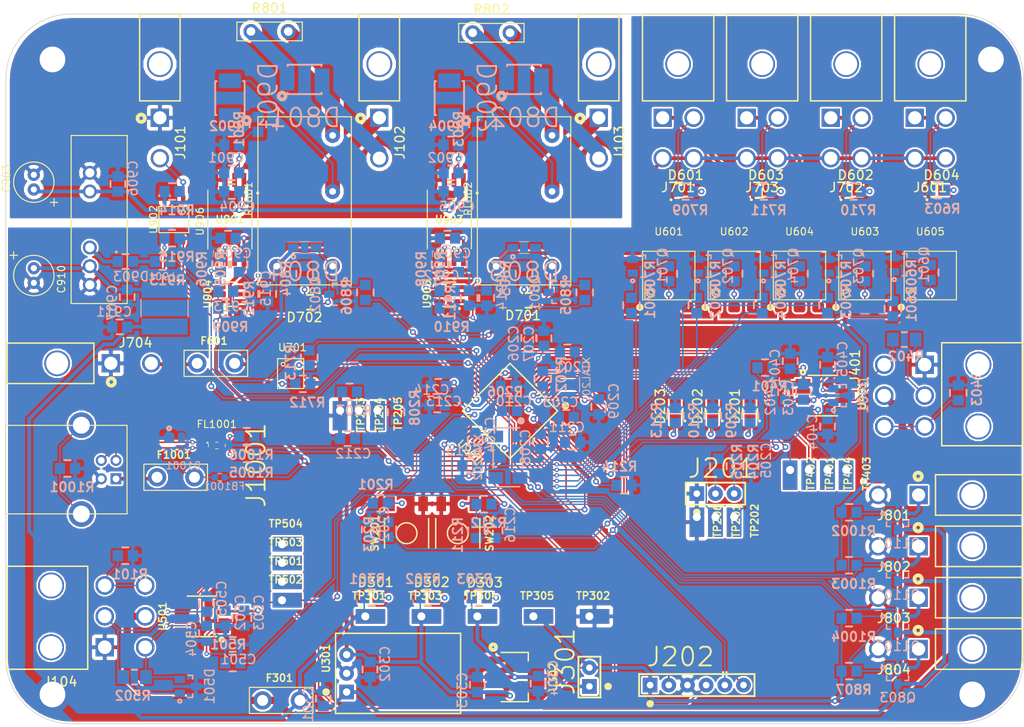
<source format=kicad_pcb>
(kicad_pcb (version 20171130) (host pcbnew 5.0.0-fee4fd1~66~ubuntu18.04.1)
  (layers (0 F.Cu signal) (31 B.Cu signal) (34 B.Paste user hide) (35 F.Paste user) (36 B.SilkS user) (37 F.SilkS user) (38 B.Mask user hide) (39 F.Mask user) (44 Edge.Cuts user))
  (net 0 "")
  (net 1 DGND)
  (net 2 "Net-(C201-Pad2)")
  (net 3 /NRST)
  (net 4 "Net-(C203-Pad1)")
  (net 5 "Net-(C204-Pad2)")
  (net 6 /STM32F446/PA3_RX)
  (net 7 VDD)
  (net 8 "Net-(C208-Pad1)")
  (net 9 /VBat)
  (net 10 /STM32F446/PA10_RX)
  (net 11 "Net-(C213-Pad2)")
  (net 12 /STM32F446/USER_BTN)
  (net 13 12V)
  (net 14 5V)
  (net 15 3.3V)
  (net 16 "Net-(C401-Pad2)")
  (net 17 /CAN1/CAN_N)
  (net 18 /CAN1/CAN_P)
  (net 19 "Net-(C501-Pad1)")
  (net 20 /CAN2_H)
  (net 21 /CAN2_L)
  (net 22 "Net-(C901-Pad1)")
  (net 23 AGND)
  (net 24 "Net-(C902-Pad1)")
  (net 25 "Net-(C907-Pad1)")
  (net 26 /PA4)
  (net 27 "Net-(C912-Pad2)")
  (net 28 "Net-(C913-Pad1)")
  (net 29 /PA6)
  (net 30 "Net-(C914-Pad2)")
  (net 31 "Net-(C915-Pad2)")
  (net 32 "Net-(D201-Pad1)")
  (net 33 /PC6)
  (net 34 "Net-(D202-Pad1)")
  (net 35 /PB15)
  (net 36 "Net-(D203-Pad1)")
  (net 37 /PB14)
  (net 38 "Net-(D301-Pad2)")
  (net 39 "Net-(D302-Pad2)")
  (net 40 "Net-(D303-Pad2)")
  (net 41 "Net-(D701-Pad2)")
  (net 42 "Net-(D702-Pad2)")
  (net 43 "Net-(D801-Pad1)")
  (net 44 "Net-(D802-Pad1)")
  (net 45 "/Voltage Sense/MPPT-HV+")
  (net 46 "/Voltage Sense/BP-HV+")
  (net 47 "Net-(D903-Pad1)")
  (net 48 "Net-(D903-Pad2)")
  (net 49 CAN_PWR)
  (net 50 /RS232_TX)
  (net 51 /RS232_RX)
  (net 52 /STM32F446/SWCLK)
  (net 53 /STM32F446/SWDIO)
  (net 54 /STM32F446/SWO)
  (net 55 /CAN1/Shield1)
  (net 56 "Net-(J701-Pad2)")
  (net 57 "Net-(J702-Pad2)")
  (net 58 "Net-(J703-Pad2)")
  (net 59 "Net-(J801-Pad1)")
  (net 60 "Net-(J802-Pad1)")
  (net 61 "Net-(Q701-Pad3)")
  (net 62 "Net-(Q701-Pad1)")
  (net 63 "Net-(Q702-Pad3)")
  (net 64 "Net-(Q702-Pad1)")
  (net 65 "Net-(Q703-Pad3)")
  (net 66 "Net-(Q703-Pad1)")
  (net 67 "Net-(Q704-Pad3)")
  (net 68 "Net-(Q704-Pad1)")
  (net 69 "Net-(Q801-Pad1)")
  (net 70 "Net-(Q802-Pad1)")
  (net 71 /PC0)
  (net 72 /PC1)
  (net 73 /PC2)
  (net 74 "Net-(R201-Pad1)")
  (net 75 "Net-(R202-Pad1)")
  (net 76 /STM32F446/PA2_TX)
  (net 77 "Net-(R206-Pad1)")
  (net 78 /STM32F446/PA9_TX)
  (net 79 "Net-(R211-Pad1)")
  (net 80 /PA12)
  (net 81 /PB13)
  (net 82 /PD2)
  (net 83 /PC11)
  (net 84 /PC12)
  (net 85 /PC10)
  (net 86 "Net-(R705-Pad2)")
  (net 87 "Net-(R706-Pad2)")
  (net 88 "Net-(R707-Pad2)")
  (net 89 "Net-(R708-Pad2)")
  (net 90 /PB10)
  (net 91 /PB2)
  (net 92 "Net-(R905-Pad1)")
  (net 93 "Net-(R906-Pad1)")
  (net 94 "Net-(R907-Pad1)")
  (net 95 "Net-(R908-Pad1)")
  (net 96 /PA5)
  (net 97 /PB12)
  (net 98 /PA11)
  (net 99 /PB5)
  (net 100 /STM32F446/USART2_TX)
  (net 101 /STM32F446/USART2_RX)
  (net 102 "Net-(R712-Pad1)")
  (net 103 "Net-(SW201-Pad1)")
  (net 104 "Net-(SW201-Pad3)")
  (net 105 "Net-(SW202-Pad4)")
  (net 106 "Net-(SW202-Pad2)")
  (net 107 /PC3)
  (net 108 /PC7)
  (net 109 /PC8)
  (net 110 /PC9)
  (net 111 /PA8)
  (net 112 /PA7)
  (net 113 /PC4)
  (net 114 /PC5)
  (net 115 /PB0)
  (net 116 /PB1)
  (net 117 /PA15)
  (net 118 /PB4)
  (net 119 /PB6)
  (net 120 /PB7)
  (net 121 /BOOT0)
  (net 122 /PB8)
  (net 123 /PB9)
  (net 124 "Net-(U401-Pad5)")
  (net 125 "Net-(U401-Pad8)")
  (net 126 "Net-(U501-Pad5)")
  (net 127 "Net-(U501-Pad8)")
  (net 128 "Net-(XTAL202-Pad2)")
  (net 129 "Net-(XTAL202-Pad3)")
  (net 130 5V_HP)
  (net 131 /HV_High_Side+)
  (net 132 /HV_Mppt+)
  (net 133 /12V_Mush)
  (net 134 /HV_Mppt-)
  (net 135 /HV_High_Side-)
  (net 136 "Net-(F601-Pad1)")
  (net 137 "Net-(D1001-Pad4)")
  (net 138 "Net-(F1001-Pad1)")
  (net 139 "Net-(FL1001-Pad3)")
  (net 140 "Net-(FL1001-Pad2)")
  (net 141 /USB/D-)
  (net 142 /USB/D+)
  (net 143 /HV_Low_Side+)
  (net 144 /Shield2)
  (net 145 "Net-(J701-Pad1)")
  (net 146 "Net-(J702-Pad1)")
  (net 147 "Net-(J703-Pad1)")
  (net 148 "Net-(J803-Pad1)")
  (net 149 "Net-(J804-Pad1)")
  (net 150 /USB/Shield_Connector)
  (net 151 /PA0)
  (net 152 /PA1)
  (net 153 "Net-(U601-Pad3)")
  (net 154 "Net-(U602-Pad3)")
  (net 155 "Net-(U603-Pad3)")
  (net 156 "Net-(U604-Pad3)")
  (net 157 "Net-(R801-Pad2)")
  (net 158 "Net-(R802-Pad2)")
  (net 159 "Net-(D601-Pad2)")
  (net 160 "Net-(J601-Pad1)")
  (net 161 "Net-(J601-Pad2)")
  (net 162 "Net-(J601-Pad3)")
  (net 163 "Net-(Q601-Pad3)")
  (net 164 "Net-(Q601-Pad1)")
  (net 165 "Net-(R602-Pad2)")
  (net 166 "Net-(U605-Pad3)")
  (net 167 "Net-(D602-Pad2)")
  (net 168 "Net-(D603-Pad2)")
  (net 169 "Net-(D604-Pad2)")
  (net 170 "Net-(D701-Pad1)")
  (net 171 "Net-(D702-Pad1)")
  (net 172 "Net-(H101-Pad1)")
  (net 173 "Net-(H102-Pad1)")
  (net 174 "Net-(H103-Pad1)")
  (net 175 "Net-(H104-Pad1)")
  (module Connectors:649006227222 (layer F.Cu) (at 89.4704 119.253 270)
    (fp_text reference J104 (at 8.89 -1.27) (layer F.SilkS) (effects (font (size 1.27 1.27) (thickness 0.2032))))
    (fp_text value 649006227222 hide)
    (pad 7 thru_hole circle (at 4.2 0 270) (size 3.508 3.508) (drill 3) (layers *.Cu *.Mask))
    (pad 7 thru_hole circle (at 4.2 0 270) (size 3.508 3.508) (drill 3) (layers *.Cu *.Mask))
    (pad 7 thru_hole circle (at 4.2 0 270) (size 3.508 3.508) (drill 3) (layers *.Cu *.Mask))
    (pad 7 thru_hole circle (at 4.2 0 270) (size 3.508 3.508) (drill 3) (layers *.Cu *.Mask))
    (pad 1 thru_hole rect (at 4.2 -7.3 270) (size 2.5 2.5) (drill 1.8) (layers *.Cu *.Mask) (net 1 DGND))
    (pad 1 thru_hole rect (at 4.2 -7.3 270) (size 2.5 2.5) (drill 1.8) (layers *.Cu *.Mask) (net 1 DGND))
    (pad 1 thru_hole rect (at 4.2 -7.3 270) (size 2.5 2.5) (drill 1.8) (layers *.Cu *.Mask) (net 1 DGND))
    (pad 6 thru_hole circle (at -4.2 -12.8 270) (size 2.5 2.5) (drill 1.8) (layers *.Cu *.Mask) (net 144 /Shield2))
    (pad 6 thru_hole circle (at -4.2 -12.8 270) (size 2.5 2.5) (drill 1.8) (layers *.Cu *.Mask) (net 144 /Shield2))
    (pad 6 thru_hole circle (at -4.2 -12.8 270) (size 2.5 2.5) (drill 1.8) (layers *.Cu *.Mask) (net 144 /Shield2))
    (pad 5 thru_hole circle (at 0 -12.8 270) (size 2.5 2.5) (drill 1.8) (layers *.Cu *.Mask) (net 49 CAN_PWR))
    (pad 6 thru_hole circle (at -4.2 -12.8 270) (size 2.5 2.5) (drill 1.8) (layers *.Cu *.Mask) (net 144 /Shield2))
    (pad 5 thru_hole circle (at 0 -12.8 270) (size 2.5 2.5) (drill 1.8) (layers *.Cu *.Mask) (net 49 CAN_PWR))
    (pad 5 thru_hole circle (at 0 -12.8 270) (size 2.5 2.5) (drill 1.8) (layers *.Cu *.Mask) (net 49 CAN_PWR))
    (pad 5 thru_hole circle (at 0 -12.8 270) (size 2.5 2.5) (drill 1.8) (layers *.Cu *.Mask) (net 49 CAN_PWR))
    (pad 4 thru_hole circle (at 4.2 -12.8 270) (size 2.5 2.5) (drill 1.8) (layers *.Cu *.Mask) (net 20 /CAN2_H))
    (pad 4 thru_hole circle (at 4.2 -12.8 270) (size 2.5 2.5) (drill 1.8) (layers *.Cu *.Mask) (net 20 /CAN2_H))
    (pad 4 thru_hole circle (at 4.2 -12.8 270) (size 2.5 2.5) (drill 1.8) (layers *.Cu *.Mask) (net 20 /CAN2_H))
    (pad 4 thru_hole circle (at 4.2 -12.8 270) (size 2.5 2.5) (drill 1.8) (layers *.Cu *.Mask) (net 20 /CAN2_H))
    (pad 2 thru_hole circle (at 0 -7.3 270) (size 2.5 2.5) (drill 1.8) (layers *.Cu *.Mask) (net 21 /CAN2_L))
    (pad 2 thru_hole circle (at 0 -7.3 270) (size 2.5 2.5) (drill 1.8) (layers *.Cu *.Mask) (net 21 /CAN2_L))
    (pad 2 thru_hole circle (at 0 -7.3 270) (size 2.5 2.5) (drill 1.8) (layers *.Cu *.Mask) (net 21 /CAN2_L))
    (pad 2 thru_hole circle (at 0 -7.3 270) (size 2.5 2.5) (drill 1.8) (layers *.Cu *.Mask) (net 21 /CAN2_L))
    (pad 1 thru_hole rect (at 4.2 -7.3 270) (size 2.5 2.5) (drill 1.8) (layers *.Cu *.Mask) (net 1 DGND))
    (pad 8 thru_hole circle (at -4.2 0 270) (size 3.508 3.508) (drill 3) (layers *.Cu *.Mask))
    (pad 8 thru_hole circle (at -4.2 0 270) (size 3.508 3.508) (drill 3) (layers *.Cu *.Mask))
    (pad 3 thru_hole circle (at -4.2 -7.3 270) (size 2.5 2.5) (drill 1.8) (layers *.Cu *.Mask) (net 144 /Shield2))
    (pad 8 thru_hole circle (at -4.2 0 270) (size 3.508 3.508) (drill 3) (layers *.Cu *.Mask))
    (pad 8 thru_hole circle (at -4.2 0 270) (size 3.508 3.508) (drill 3) (layers *.Cu *.Mask))
    (pad 3 thru_hole circle (at -4.2 -7.3 270) (size 2.5 2.5) (drill 1.8) (layers *.Cu *.Mask) (net 144 /Shield2))
    (pad 3 thru_hole circle (at -4.2 -7.3 270) (size 2.5 2.5) (drill 1.8) (layers *.Cu *.Mask) (net 144 /Shield2))
    (pad 3 thru_hole circle (at -4.2 -7.3 270) (size 2.5 2.5) (drill 1.8) (layers *.Cu *.Mask) (net 144 /Shield2))
    (pad 6 thru_hole circle (at -4.2 -12.8 270) (size 2.5 2.5) (drill 1.8) (layers *.Cu *.Mask) (net 144 /Shield2))
    (pad 5 thru_hole circle (at 0 -12.8 270) (size 2.5 2.5) (drill 1.8) (layers *.Cu *.Mask) (net 49 CAN_PWR))
    (pad 6 thru_hole circle (at -4.2 -12.8 270) (size 2.5 2.5) (drill 1.8) (layers *.Cu *.Mask) (net 144 /Shield2))
    (pad 4 thru_hole circle (at 4.2 -12.8 270) (size 2.5 2.5) (drill 1.8) (layers *.Cu *.Mask) (net 20 /CAN2_H))
    (pad 5 thru_hole circle (at 0 -12.8 270) (size 2.5 2.5) (drill 1.8) (layers *.Cu *.Mask) (net 49 CAN_PWR))
    (pad 2 thru_hole circle (at 0 -7.3 270) (size 2.5 2.5) (drill 1.8) (layers *.Cu *.Mask) (net 21 /CAN2_L))
    (pad 2 thru_hole circle (at 0 -7.3 270) (size 2.5 2.5) (drill 1.8) (layers *.Cu *.Mask) (net 21 /CAN2_L))
    (pad 1 thru_hole rect (at 4.2 -7.3 270) (size 2.5 2.5) (drill 1.8) (layers *.Cu *.Mask) (net 1 DGND))
    (pad 4 thru_hole circle (at 4.2 -12.8 270) (size 2.5 2.5) (drill 1.8) (layers *.Cu *.Mask) (net 20 /CAN2_H))
    (pad 1 thru_hole rect (at 4.2 -7.3 270) (size 2.5 2.5) (drill 1.8) (layers *.Cu *.Mask) (net 1 DGND))
    (pad 3 thru_hole circle (at -4.2 -7.3 270) (size 2.5 2.5) (drill 1.8) (layers *.Cu *.Mask) (net 144 /Shield2))
    (pad 8 thru_hole circle (at -4.2 0 270) (size 3.508 3.508) (drill 3) (layers *.Cu *.Mask))
    (pad 3 thru_hole circle (at -4.2 -7.3 270) (size 2.5 2.5) (drill 1.8) (layers *.Cu *.Mask) (net 144 /Shield2))
    (pad 8 thru_hole circle (at -4.2 0 270) (size 3.508 3.508) (drill 3) (layers *.Cu *.Mask))
    (pad 7 thru_hole circle (at 4.2 0 270) (size 3.508 3.508) (drill 3) (layers *.Cu *.Mask))
    (pad 7 thru_hole circle (at 4.2 0 270) (size 3.508 3.508) (drill 3) (layers *.Cu *.Mask))
    (pad 7 thru_hole circle (at 4.2 0 270) (size 3.508 3.508) (drill 3) (layers *.Cu *.Mask))
    (pad 2 thru_hole circle (at 0 -7.3 270) (size 2.5 2.5) (drill 1.8) (layers *.Cu *.Mask) (net 21 /CAN2_L))
    (pad 1 thru_hole rect (at 4.2 -7.3 270) (size 2.5 2.5) (drill 1.8) (layers *.Cu *.Mask) (net 1 DGND))
    (pad 4 thru_hole circle (at 4.2 -12.8 270) (size 2.5 2.5) (drill 1.8) (layers *.Cu *.Mask) (net 20 /CAN2_H))
    (pad 5 thru_hole circle (at 0 -12.8 270) (size 2.5 2.5) (drill 1.8) (layers *.Cu *.Mask) (net 49 CAN_PWR))
    (pad 6 thru_hole circle (at -4.2 -12.8 270) (size 2.5 2.5) (drill 1.8) (layers *.Cu *.Mask) (net 144 /Shield2))
    (pad 8 thru_hole circle (at -4.2 0 270) (size 3.508 3.508) (drill 3) (layers *.Cu *.Mask))
    (pad 3 thru_hole circle (at -4.2 -7.3 270) (size 2.5 2.5) (drill 1.8) (layers *.Cu *.Mask) (net 144 /Shield2))
    (pad 7 thru_hole circle (at 4.2 0 270) (size 3.508 3.508) (drill 3) (layers *.Cu *.Mask))
    (pad 3 thru_hole circle (at -4.2 -7.3 270) (size 2.5 2.5) (drill 1.8) (layers *.Cu *.Mask) (net 144 /Shield2))
    (pad 2 thru_hole circle (at 0 -7.3 270) (size 2.5 2.5) (drill 1.8) (layers *.Cu *.Mask) (net 21 /CAN2_L))
    (pad 1 thru_hole rect (at 4.2 -7.3 270) (size 2.5 2.5) (drill 1.8) (layers *.Cu *.Mask) (net 1 DGND))
    (pad 4 thru_hole circle (at 4.2 -12.8 270) (size 2.5 2.5) (drill 1.8) (layers *.Cu *.Mask) (net 20 /CAN2_H))
    (pad 5 thru_hole circle (at 0 -12.8 270) (size 2.5 2.5) (drill 1.8) (layers *.Cu *.Mask) (net 49 CAN_PWR))
    (pad 6 thru_hole circle (at -4.2 -12.8 270) (size 2.5 2.5) (drill 1.8) (layers *.Cu *.Mask) (net 144 /Shield2))
    (pad 8 thru_hole circle (at -4.2 0 270) (size 3.508 3.508) (drill 3) (layers *.Cu *.Mask))
  )
  (module Capacitors:C0805 (layer B.Cu) (at 158.65898 83.286638)
    (fp_text reference C201 (at 1.79 2.05) (layer B.SilkS) (effects (font (size 1.27 1.27) (thickness 0.2032)) (justify mirror)))
    (fp_text value 885012007053 hide)
    (pad 2 smd rect (at 2.05 0) (size 1.4 1.5) (layers B.Cu B.Paste B.Mask) (net 2 "Net-(C201-Pad2)"))
    (pad 1 smd rect (at 0 0) (size 1.4 1.5) (layers B.Cu B.Paste B.Mask) (net 1 DGND))
  )
  (module Capacitors:C0805 (layer B.Cu) (at 132.738116 108.454511 90)
    (fp_text reference C202 (at 1.79 2.05 90) (layer B.SilkS) (effects (font (size 1.27 1.27) (thickness 0.2032)) (justify mirror)))
    (fp_text value 885012207098 hide)
    (pad 2 smd rect (at 2.05 0 90) (size 1.4 1.5) (layers B.Cu B.Paste B.Mask) (net 1 DGND))
    (pad 1 smd rect (at 0 0 90) (size 1.4 1.5) (layers B.Cu B.Paste B.Mask) (net 3 /NRST))
  )
  (module Capacitors:C0805 (layer B.Cu) (at 160.56398 92.176638 180)
    (fp_text reference C203 (at 1.79 2.05 180) (layer B.SilkS) (effects (font (size 1.27 1.27) (thickness 0.2032)) (justify mirror)))
    (fp_text value 885012007053 hide)
    (pad 2 smd rect (at 2.05 0 180) (size 1.4 1.5) (layers B.Cu B.Paste B.Mask) (net 1 DGND))
    (pad 1 smd rect (at 0 0 180) (size 1.4 1.5) (layers B.Cu B.Paste B.Mask) (net 4 "Net-(C203-Pad1)"))
  )
  (module Capacitors:C0805 (layer B.Cu) (at 147.152645 96.342319 90)
    (fp_text reference C204 (at 1.79 2.05 90) (layer B.SilkS) (effects (font (size 1.27 1.27) (thickness 0.2032)) (justify mirror)))
    (fp_text value 885012007027 hide)
    (pad 2 smd rect (at 2.05 0 90) (size 1.4 1.5) (layers B.Cu B.Paste B.Mask) (net 5 "Net-(C204-Pad2)"))
    (pad 1 smd rect (at 0 0 90) (size 1.4 1.5) (layers B.Cu B.Paste B.Mask) (net 1 DGND))
  )
  (module Capacitors:C0805 (layer B.Cu) (at 184.673815 99.845908 90)
    (fp_text reference C205 (at 1.79 2.05 90) (layer B.SilkS) (effects (font (size 1.27 1.27) (thickness 0.2032)) (justify mirror)))
    (fp_text value 885012007053 hide)
    (pad 2 smd rect (at 2.05 0 90) (size 1.4 1.5) (layers B.Cu B.Paste B.Mask) (net 6 /STM32F446/PA3_RX))
    (pad 1 smd rect (at 0 0 90) (size 1.4 1.5) (layers B.Cu B.Paste B.Mask) (net 1 DGND))
  )
  (module Capacitors:C0805 (layer B.Cu) (at 154.432 80.338184 270)
    (fp_text reference C206 (at 1.79 2.05 270) (layer B.SilkS) (effects (font (size 1.27 1.27) (thickness 0.2032)) (justify mirror)))
    (fp_text value 885012107015 hide)
    (pad 2 smd rect (at 2.05 0 270) (size 1.4 1.5) (layers B.Cu B.Paste B.Mask) (net 7 VDD))
    (pad 1 smd rect (at 0 0 270) (size 1.4 1.5) (layers B.Cu B.Paste B.Mask) (net 1 DGND))
  )
  (module Capacitors:C0805 (layer B.Cu) (at 156.508966 80.408111 270)
    (fp_text reference C207 (at 1.79 2.05 270) (layer B.SilkS) (effects (font (size 1.27 1.27) (thickness 0.2032)) (justify mirror)))
    (fp_text value 885012207092 hide)
    (pad 2 smd rect (at 2.05 0 270) (size 1.4 1.5) (layers B.Cu B.Paste B.Mask) (net 7 VDD))
    (pad 1 smd rect (at 0 0 270) (size 1.4 1.5) (layers B.Cu B.Paste B.Mask) (net 1 DGND))
  )
  (module Capacitors:C0805 (layer B.Cu) (at 156.042645 94.437319 270)
    (fp_text reference C208 (at 1.79 2.05 270) (layer B.SilkS) (effects (font (size 1.27 1.27) (thickness 0.2032)) (justify mirror)))
    (fp_text value 885012007027 hide)
    (pad 2 smd rect (at 2.05 0 270) (size 1.4 1.5) (layers B.Cu B.Paste B.Mask) (net 1 DGND))
    (pad 1 smd rect (at 0 0 270) (size 1.4 1.5) (layers B.Cu B.Paste B.Mask) (net 8 "Net-(C208-Pad1)"))
  )
  (module Capacitors:C0805 (layer B.Cu) (at 163.957 91.768184 90)
    (fp_text reference C209 (at 1.79 2.05 90) (layer B.SilkS) (effects (font (size 1.27 1.27) (thickness 0.2032)) (justify mirror)))
    (fp_text value 885012107015 hide)
    (pad 2 smd rect (at 2.05 0 90) (size 1.4 1.5) (layers B.Cu B.Paste B.Mask) (net 9 /VBat))
    (pad 1 smd rect (at 0 0 90) (size 1.4 1.5) (layers B.Cu B.Paste B.Mask) (net 1 DGND))
  )
  (module Capacitors:C0805 (layer B.Cu) (at 150.622 87.958184)
    (fp_text reference C210 (at 1.79 2.05) (layer B.SilkS) (effects (font (size 1.27 1.27) (thickness 0.2032)) (justify mirror)))
    (fp_text value 885012207098 hide)
    (pad 2 smd rect (at 2.05 0) (size 1.4 1.5) (layers B.Cu B.Paste B.Mask) (net 1 DGND))
    (pad 1 smd rect (at 0 0) (size 1.4 1.5) (layers B.Cu B.Paste B.Mask) (net 7 VDD))
  )
  (module Capacitors:C0805 (layer B.Cu) (at 161.417 95.578184 180)
    (fp_text reference C211 (at 1.79 2.05 180) (layer B.SilkS) (effects (font (size 1.27 1.27) (thickness 0.2032)) (justify mirror)))
    (fp_text value 885012207098 hide)
    (pad 2 smd rect (at 2.05 0 180) (size 1.4 1.5) (layers B.Cu B.Paste B.Mask) (net 7 VDD))
    (pad 1 smd rect (at 0 0 180) (size 1.4 1.5) (layers B.Cu B.Paste B.Mask) (net 1 DGND))
  )
  (module Capacitors:C0805 (layer B.Cu) (at 128.778 95.070184)
    (fp_text reference C212 (at 1.79 2.05) (layer B.SilkS) (effects (font (size 1.27 1.27) (thickness 0.2032)) (justify mirror)))
    (fp_text value 885012007053 hide)
    (pad 2 smd rect (at 2.05 0) (size 1.4 1.5) (layers B.Cu B.Paste B.Mask) (net 10 /STM32F446/PA10_RX))
    (pad 1 smd rect (at 0 0) (size 1.4 1.5) (layers B.Cu B.Paste B.Mask) (net 1 DGND))
  )
  (module Capacitors:C0805 (layer B.Cu) (at 141.097 87.958184)
    (fp_text reference C213 (at 1.79 2.05) (layer B.SilkS) (effects (font (size 1.27 1.27) (thickness 0.2032)) (justify mirror)))
    (fp_text value 885012107018 hide)
    (pad 2 smd rect (at 2.05 0) (size 1.4 1.5) (layers B.Cu B.Paste B.Mask) (net 11 "Net-(C213-Pad2)"))
    (pad 1 smd rect (at 0 0) (size 1.4 1.5) (layers B.Cu B.Paste B.Mask) (net 1 DGND))
  )
  (module Capacitors:C0805 (layer B.Cu) (at 143.002 90.498184 180)
    (fp_text reference C214 (at 1.79 2.05 180) (layer B.SilkS) (effects (font (size 1.27 1.27) (thickness 0.2032)) (justify mirror)))
    (fp_text value 885012207098 hide)
    (pad 2 smd rect (at 2.05 0 180) (size 1.4 1.5) (layers B.Cu B.Paste B.Mask) (net 1 DGND))
    (pad 1 smd rect (at 0 0 180) (size 1.4 1.5) (layers B.Cu B.Paste B.Mask) (net 7 VDD))
  )
  (module Capacitors:C0805 (layer B.Cu) (at 147.447 98.753184 180)
    (fp_text reference C215 (at 1.79 2.05 180) (layer B.SilkS) (effects (font (size 1.27 1.27) (thickness 0.2032)) (justify mirror)))
    (fp_text value 885012207098 hide)
    (pad 2 smd rect (at 2.05 0 180) (size 1.4 1.5) (layers B.Cu B.Paste B.Mask) (net 1 DGND))
    (pad 1 smd rect (at 0 0 180) (size 1.4 1.5) (layers B.Cu B.Paste B.Mask) (net 7 VDD))
  )
  (module Capacitors:C0805 (layer B.Cu) (at 149.865035 108.591648 90)
    (fp_text reference C216 (at 1.79 2.05 90) (layer B.SilkS) (effects (font (size 1.27 1.27) (thickness 0.2032)) (justify mirror)))
    (fp_text value 885012207098 hide)
    (pad 2 smd rect (at 2.05 0 90) (size 1.4 1.5) (layers B.Cu B.Paste B.Mask) (net 1 DGND))
    (pad 1 smd rect (at 0 0 90) (size 1.4 1.5) (layers B.Cu B.Paste B.Mask) (net 12 /STM32F446/USER_BTN))
  )
  (module Capacitors:C0805 (layer B.Cu) (at 126.492 129.413 270)
    (fp_text reference C301 (at 1.79 2.05 270) (layer B.SilkS) (effects (font (size 1.27 1.27) (thickness 0.2032)) (justify mirror)))
    (fp_text value 885012107018 hide)
    (pad 2 smd rect (at 2.05 0 270) (size 1.4 1.5) (layers B.Cu B.Paste B.Mask) (net 13 12V))
    (pad 1 smd rect (at 0 0 270) (size 1.4 1.5) (layers B.Cu B.Paste B.Mask) (net 1 DGND))
  )
  (module Capacitors:C0805 (layer B.Cu) (at 132.842 127.508 90)
    (fp_text reference C302 (at 1.79 2.05 90) (layer B.SilkS) (effects (font (size 1.27 1.27) (thickness 0.2032)) (justify mirror)))
    (fp_text value 885012107018 hide)
    (pad 2 smd rect (at 2.05 0 90) (size 1.4 1.5) (layers B.Cu B.Paste B.Mask) (net 14 5V))
    (pad 1 smd rect (at 0 0 90) (size 1.4 1.5) (layers B.Cu B.Paste B.Mask) (net 1 DGND))
  )
  (module Capacitors:C0805 (layer B.Cu) (at 147.447 127.508 270)
    (fp_text reference C303 (at 1.79 2.05 270) (layer B.SilkS) (effects (font (size 1.27 1.27) (thickness 0.2032)) (justify mirror)))
    (fp_text value 885012107014 hide)
    (pad 2 smd rect (at 2.05 0 270) (size 1.4 1.5) (layers B.Cu B.Paste B.Mask) (net 14 5V))
    (pad 1 smd rect (at 0 0 270) (size 1.4 1.5) (layers B.Cu B.Paste B.Mask) (net 1 DGND))
  )
  (module Capacitors:C0805 (layer B.Cu) (at 155.702 129.413 90)
    (fp_text reference C304 (at 1.79 2.05 90) (layer B.SilkS) (effects (font (size 1.27 1.27) (thickness 0.2032)) (justify mirror)))
    (fp_text value 885012107005 hide)
    (pad 2 smd rect (at 2.05 0 90) (size 1.4 1.5) (layers B.Cu B.Paste B.Mask) (net 15 3.3V))
    (pad 1 smd rect (at 0 0 90) (size 1.4 1.5) (layers B.Cu B.Paste B.Mask) (net 1 DGND))
  )
  (module Capacitors:C0805 (layer B.Cu) (at 189.992 83.513184 270)
    (fp_text reference C401 (at 1.79 2.05 270) (layer B.SilkS) (effects (font (size 1.27 1.27) (thickness 0.2032)) (justify mirror)))
    (fp_text value 885012207080 hide)
    (pad 2 smd rect (at 2.05 0 270) (size 1.4 1.5) (layers B.Cu B.Paste B.Mask) (net 16 "Net-(C401-Pad2)"))
    (pad 1 smd rect (at 0 0 270) (size 1.4 1.5) (layers B.Cu B.Paste B.Mask) (net 1 DGND))
  )
  (module Capacitors:C0805 (layer B.Cu) (at 189.357 87.730212 270)
    (fp_text reference C402 (at 1.79 2.05 270) (layer B.SilkS) (effects (font (size 1.27 1.27) (thickness 0.2032)) (justify mirror)))
    (fp_text value 885012107015 hide)
    (pad 2 smd rect (at 2.05 0 270) (size 1.4 1.5) (layers B.Cu B.Paste B.Mask) (net 7 VDD))
    (pad 1 smd rect (at 0 0 270) (size 1.4 1.5) (layers B.Cu B.Paste B.Mask) (net 1 DGND))
  )
  (module Capacitors:C0805 (layer B.Cu) (at 191.791554 87.730212 270)
    (fp_text reference C403 (at 1.79 2.05 270) (layer B.SilkS) (effects (font (size 1.27 1.27) (thickness 0.2032)) (justify mirror)))
    (fp_text value 885012207098 hide)
    (pad 2 smd rect (at 2.05 0 270) (size 1.4 1.5) (layers B.Cu B.Paste B.Mask) (net 7 VDD))
    (pad 1 smd rect (at 0 0 270) (size 1.4 1.5) (layers B.Cu B.Paste B.Mask) (net 1 DGND))
  )
  (module Capacitors:C0805 (layer B.Cu) (at 195.072 92.403184 270)
    (fp_text reference C404 (at 1.79 2.05 270) (layer B.SilkS) (effects (font (size 1.27 1.27) (thickness 0.2032)) (justify mirror)))
    (fp_text value 885012007053 hide)
    (pad 2 smd rect (at 2.05 0 270) (size 1.4 1.5) (layers B.Cu B.Paste B.Mask) (net 1 DGND))
    (pad 1 smd rect (at 0 0 270) (size 1.4 1.5) (layers B.Cu B.Paste B.Mask) (net 17 /CAN1/CAN_N))
  )
  (module Capacitors:C0805 (layer B.Cu) (at 195.072 86.053184 90)
    (fp_text reference C405 (at 1.79 2.05 90) (layer B.SilkS) (effects (font (size 1.27 1.27) (thickness 0.2032)) (justify mirror)))
    (fp_text value 885012007053 hide)
    (pad 2 smd rect (at 2.05 0 90) (size 1.4 1.5) (layers B.Cu B.Paste B.Mask) (net 1 DGND))
    (pad 1 smd rect (at 0 0 90) (size 1.4 1.5) (layers B.Cu B.Paste B.Mask) (net 18 /CAN1/CAN_P))
  )
  (module Capacitors:C0805 (layer B.Cu) (at 113.157 123.063)
    (fp_text reference C501 (at 1.79 2.05) (layer B.SilkS) (effects (font (size 1.27 1.27) (thickness 0.2032)) (justify mirror)))
    (fp_text value 885012207080 hide)
    (pad 2 smd rect (at 2.05 0) (size 1.4 1.5) (layers B.Cu B.Paste B.Mask) (net 1 DGND))
    (pad 1 smd rect (at 0 0) (size 1.4 1.5) (layers B.Cu B.Paste B.Mask) (net 19 "Net-(C501-Pad1)"))
  )
  (module Capacitors:C0805 (layer B.Cu) (at 113.157 120.523 90)
    (fp_text reference C502 (at 1.79 2.05 90) (layer B.SilkS) (effects (font (size 1.27 1.27) (thickness 0.2032)) (justify mirror)))
    (fp_text value 885012107015 hide)
    (pad 2 smd rect (at 2.05 0 90) (size 1.4 1.5) (layers B.Cu B.Paste B.Mask) (net 7 VDD))
    (pad 1 smd rect (at 0 0 90) (size 1.4 1.5) (layers B.Cu B.Paste B.Mask) (net 1 DGND))
  )
  (module Capacitors:C0805 (layer B.Cu) (at 115.697 120.523 90)
    (fp_text reference C503 (at 1.79 2.05 90) (layer B.SilkS) (effects (font (size 1.27 1.27) (thickness 0.2032)) (justify mirror)))
    (fp_text value 885012207098 hide)
    (pad 2 smd rect (at 2.05 0 90) (size 1.4 1.5) (layers B.Cu B.Paste B.Mask) (net 7 VDD))
    (pad 1 smd rect (at 0 0 90) (size 1.4 1.5) (layers B.Cu B.Paste B.Mask) (net 1 DGND))
  )
  (module Capacitors:C0805 (layer B.Cu) (at 110.617 120.523 270)
    (fp_text reference C504 (at 1.79 2.05 270) (layer B.SilkS) (effects (font (size 1.27 1.27) (thickness 0.2032)) (justify mirror)))
    (fp_text value 885012007053 hide)
    (pad 2 smd rect (at 2.05 0 270) (size 1.4 1.5) (layers B.Cu B.Paste B.Mask) (net 1 DGND))
    (pad 1 smd rect (at 0 0 270) (size 1.4 1.5) (layers B.Cu B.Paste B.Mask) (net 20 /CAN2_H))
  )
  (module Capacitors:C0805 (layer B.Cu) (at 110.617 118.618 90)
    (fp_text reference C505 (at 1.79 2.05 90) (layer B.SilkS) (effects (font (size 1.27 1.27) (thickness 0.2032)) (justify mirror)))
    (fp_text value 885012007053 hide)
    (pad 2 smd rect (at 2.05 0 90) (size 1.4 1.5) (layers B.Cu B.Paste B.Mask) (net 1 DGND))
    (pad 1 smd rect (at 0 0 90) (size 1.4 1.5) (layers B.Cu B.Paste B.Mask) (net 21 /CAN2_L))
  )
  (module Capacitors:C0805 (layer B.Cu) (at 115.062 58.928 180)
    (fp_text reference C901 (at 1.79 2.05 180) (layer B.SilkS) (effects (font (size 1.27 1.27) (thickness 0.2032)) (justify mirror)))
    (fp_text value 885012207080 hide)
    (pad 2 smd rect (at 2.05 0 180) (size 1.4 1.5) (layers B.Cu B.Paste B.Mask) (net 23 AGND))
    (pad 1 smd rect (at 0 0 180) (size 1.4 1.5) (layers B.Cu B.Paste B.Mask) (net 22 "Net-(C901-Pad1)"))
  )
  (module Capacitors:C0805 (layer B.Cu) (at 144.907 58.928 180)
    (fp_text reference C902 (at 1.79 2.05 180) (layer B.SilkS) (effects (font (size 1.27 1.27) (thickness 0.2032)) (justify mirror)))
    (fp_text value 885012207080 hide)
    (pad 2 smd rect (at 2.05 0 180) (size 1.4 1.5) (layers B.Cu B.Paste B.Mask) (net 23 AGND))
    (pad 1 smd rect (at 0 0 180) (size 1.4 1.5) (layers B.Cu B.Paste B.Mask) (net 24 "Net-(C902-Pad1)"))
  )
  (module Capacitors:Radial-Can-5_11_2 (layer F.Cu) (at 87.122 60.198 90)
    (fp_text reference C903 (at 0.5 -3.75 90) (layer F.SilkS))
    (fp_text value 860020472006 hide)
    (pad 1 thru_hole circle (at -1 0 90) (size 1.6764 1.6764) (drill 0.8382) (layers *.Cu *.Mask) (net 130 5V_HP))
    (pad 2 thru_hole circle (at 1 0 90) (size 1.6764 1.6764) (drill 0.8382) (layers *.Cu *.Mask) (net 23 AGND))
  )
  (module Capacitors:C0805 (layer B.Cu) (at 113.012 61.468)
    (fp_text reference C904 (at 1.79 2.05) (layer B.SilkS) (effects (font (size 1.27 1.27) (thickness 0.2032)) (justify mirror)))
    (fp_text value 885012207098 hide)
    (pad 2 smd rect (at 2.05 0) (size 1.4 1.5) (layers B.Cu B.Paste B.Mask) (net 130 5V_HP))
    (pad 1 smd rect (at 0 0) (size 1.4 1.5) (layers B.Cu B.Paste B.Mask) (net 23 AGND))
  )
  (module Capacitors:C0805 (layer B.Cu) (at 142.857 61.468)
    (fp_text reference C905 (at 1.79 2.05) (layer B.SilkS) (effects (font (size 1.27 1.27) (thickness 0.2032)) (justify mirror)))
    (fp_text value 885012207098 hide)
    (pad 2 smd rect (at 2.05 0) (size 1.4 1.5) (layers B.Cu B.Paste B.Mask) (net 130 5V_HP))
    (pad 1 smd rect (at 0 0) (size 1.4 1.5) (layers B.Cu B.Paste B.Mask) (net 23 AGND))
  )
  (module Capacitors:C0805 (layer B.Cu) (at 98.552 61.468 90)
    (fp_text reference C906 (at 1.79 2.05 90) (layer B.SilkS) (effects (font (size 1.27 1.27) (thickness 0.2032)) (justify mirror)))
    (fp_text value 885012207098 hide)
    (pad 2 smd rect (at 2.05 0 90) (size 1.4 1.5) (layers B.Cu B.Paste B.Mask) (net 23 AGND))
    (pad 1 smd rect (at 0 0 90) (size 1.4 1.5) (layers B.Cu B.Paste B.Mask) (net 130 5V_HP))
  )
  (module Capacitors:C0805 (layer B.Cu) (at 99.822 74.803 270)
    (fp_text reference C907 (at 1.79 2.05 270) (layer B.SilkS) (effects (font (size 1.27 1.27) (thickness 0.2032)) (justify mirror)))
    (fp_text value 885012207098 hide)
    (pad 2 smd rect (at 2.05 0 270) (size 1.4 1.5) (layers B.Cu B.Paste B.Mask) (net 1 DGND))
    (pad 1 smd rect (at 0 0 270) (size 1.4 1.5) (layers B.Cu B.Paste B.Mask) (net 25 "Net-(C907-Pad1)"))
  )
  (module Capacitors:C0805 (layer B.Cu) (at 112.522 67.818)
    (fp_text reference C908 (at 1.79 2.05) (layer B.SilkS) (effects (font (size 1.27 1.27) (thickness 0.2032)) (justify mirror)))
    (fp_text value 885012207098 hide)
    (pad 2 smd rect (at 2.05 0) (size 1.4 1.5) (layers B.Cu B.Paste B.Mask) (net 14 5V))
    (pad 1 smd rect (at 0 0) (size 1.4 1.5) (layers B.Cu B.Paste B.Mask) (net 1 DGND))
  )
  (module Capacitors:C0805 (layer B.Cu) (at 142.367 67.818)
    (fp_text reference C909 (at 1.79 2.05) (layer B.SilkS) (effects (font (size 1.27 1.27) (thickness 0.2032)) (justify mirror)))
    (fp_text value 885012207098 hide)
    (pad 2 smd rect (at 2.05 0) (size 1.4 1.5) (layers B.Cu B.Paste B.Mask) (net 14 5V))
    (pad 1 smd rect (at 0 0) (size 1.4 1.5) (layers B.Cu B.Paste B.Mask) (net 1 DGND))
  )
  (module Capacitors:Radial-Can-5_11_2 (layer F.Cu) (at 87.122 72.898 270)
    (fp_text reference C910 (at 0.5 -3.75 270) (layer F.SilkS))
    (fp_text value 860020472006 hide)
    (pad 1 thru_hole circle (at -1 0 270) (size 1.6764 1.6764) (drill 0.8382) (layers *.Cu *.Mask) (net 25 "Net-(C907-Pad1)"))
    (pad 2 thru_hole circle (at 1 0 270) (size 1.6764 1.6764) (drill 0.8382) (layers *.Cu *.Mask) (net 1 DGND))
  )
  (module Capacitors:C0805 (layer B.Cu) (at 99.822 79.883 180)
    (fp_text reference C911 (at 1.79 2.05 180) (layer B.SilkS) (effects (font (size 1.27 1.27) (thickness 0.2032)) (justify mirror)))
    (fp_text value 885012207075 hide)
    (pad 2 smd rect (at 2.05 0 180) (size 1.4 1.5) (layers B.Cu B.Paste B.Mask) (net 1 DGND))
    (pad 1 smd rect (at 0 0 180) (size 1.4 1.5) (layers B.Cu B.Paste B.Mask) (net 13 12V))
  )
  (module Capacitors:C0805 (layer B.Cu) (at 144.363317 74.954153 180)
    (fp_text reference C912 (at 1.79 2.05 180) (layer B.SilkS) (effects (font (size 1.27 1.27) (thickness 0.2032)) (justify mirror)))
    (fp_text value 885012207080 hide)
    (pad 2 smd rect (at 2.05 0 180) (size 1.4 1.5) (layers B.Cu B.Paste B.Mask) (net 27 "Net-(C912-Pad2)"))
    (pad 1 smd rect (at 0 0 180) (size 1.4 1.5) (layers B.Cu B.Paste B.Mask) (net 26 /PA4))
  )
  (module Capacitors:C0805 (layer B.Cu) (at 112.208431 75.046929)
    (fp_text reference C913 (at 1.79 2.05) (layer B.SilkS) (effects (font (size 1.27 1.27) (thickness 0.2032)) (justify mirror)))
    (fp_text value 885012207080 hide)
    (pad 2 smd rect (at 2.05 0) (size 1.4 1.5) (layers B.Cu B.Paste B.Mask) (net 29 /PA6))
    (pad 1 smd rect (at 0 0) (size 1.4 1.5) (layers B.Cu B.Paste B.Mask) (net 28 "Net-(C913-Pad1)"))
  )
  (module Capacitors:C0805 (layer B.Cu) (at 148.717 76.973098 90)
    (fp_text reference C914 (at 1.79 2.05 90) (layer B.SilkS) (effects (font (size 1.27 1.27) (thickness 0.2032)) (justify mirror)))
    (fp_text value 885012207080 hide)
    (pad 2 smd rect (at 2.05 0 90) (size 1.4 1.5) (layers B.Cu B.Paste B.Mask) (net 30 "Net-(C914-Pad2)"))
    (pad 1 smd rect (at 0 0 90) (size 1.4 1.5) (layers B.Cu B.Paste B.Mask) (net 1 DGND))
  )
  (module Capacitors:C0805 (layer B.Cu) (at 116.650023 76.427967 90)
    (fp_text reference C915 (at 1.79 2.05 90) (layer B.SilkS) (effects (font (size 1.27 1.27) (thickness 0.2032)) (justify mirror)))
    (fp_text value 885012207080 hide)
    (pad 2 smd rect (at 2.05 0 90) (size 1.4 1.5) (layers B.Cu B.Paste B.Mask) (net 31 "Net-(C915-Pad2)"))
    (pad 1 smd rect (at 0 0 90) (size 1.4 1.5) (layers B.Cu B.Paste B.Mask) (net 1 DGND))
  )
  (module Diodes:LED_0805_GREEN (layer F.Cu) (at 184.531 92.470691 90)
    (fp_text reference D201 (at 1.79 -2.05 90) (layer F.SilkS) (effects (font (size 1.27 1.27) (thickness 0.2032))))
    (fp_text value 150080VS75000 hide)
    (pad 2 smd rect (at 2.05 0 90) (size 1.4 1.5) (layers F.Cu F.Paste F.Mask) (net 73 /PC2))
    (pad 1 smd rect (at 0 0 90) (size 1.4 1.5) (layers F.Cu F.Paste F.Mask) (net 32 "Net-(D201-Pad1)"))
  )
  (module Diodes:LED_0805_YELLOW (layer F.Cu) (at 179.451 92.470691 90)
    (fp_text reference D202 (at 1.79 -2.05 90) (layer F.SilkS) (effects (font (size 1.27 1.27) (thickness 0.2032))))
    (fp_text value 150080YS75000 hide)
    (pad 2 smd rect (at 2.05 0 90) (size 1.4 1.5) (layers F.Cu F.Paste F.Mask) (net 72 /PC1))
    (pad 1 smd rect (at 0 0 90) (size 1.4 1.5) (layers F.Cu F.Paste F.Mask) (net 34 "Net-(D202-Pad1)"))
  )
  (module Diodes:LED_0805_RED (layer F.Cu) (at 174.371 92.470691 90)
    (fp_text reference D203 (at 1.79 -2.05 90) (layer F.SilkS) (effects (font (size 1.27 1.27) (thickness 0.2032))))
    (fp_text value 150080RS75000 hide)
    (pad 2 smd rect (at 2.05 0 90) (size 1.4 1.5) (layers F.Cu F.Paste F.Mask) (net 71 /PC0))
    (pad 1 smd rect (at 0 0 90) (size 1.4 1.5) (layers F.Cu F.Paste F.Mask) (net 36 "Net-(D203-Pad1)"))
  )
  (module IC:SOT-23-3 (layer B.Cu) (at 196.977 89.228184 90)
    (fp_text reference D401 (at 0.03 2.97 90) (layer B.SilkS) (effects (font (size 1.27 1.27) (thickness 0.2032)) (justify mirror)))
    (fp_text value D1213A-02SOL-7 hide)
    (pad 1 smd rect (at -0.95 -1.1 90) (size 1 1.4) (layers B.Cu B.Paste B.Mask) (net 17 /CAN1/CAN_N))
    (pad 2 smd rect (at 0.95 -1.1 90) (size 1 1.4) (layers B.Cu B.Paste B.Mask) (net 18 /CAN1/CAN_P))
    (pad 3 smd rect (at 0 1.1 90) (size 1 1.4) (layers B.Cu B.Paste B.Mask) (net 1 DGND))
  )
  (module IC:SOT-23-3 (layer B.Cu) (at 108.077 128.778 90)
    (fp_text reference D501 (at 0.03 2.97 90) (layer B.SilkS) (effects (font (size 1.27 1.27) (thickness 0.2032)) (justify mirror)))
    (fp_text value D1213A-02SOL-7 hide)
    (pad 1 smd rect (at -0.95 -1.1 90) (size 1 1.4) (layers B.Cu B.Paste B.Mask) (net 21 /CAN2_L))
    (pad 2 smd rect (at 0.95 -1.1 90) (size 1 1.4) (layers B.Cu B.Paste B.Mask) (net 20 /CAN2_H))
    (pad 3 smd rect (at 0 1.1 90) (size 1 1.4) (layers B.Cu B.Paste B.Mask) (net 1 DGND))
  )
  (module Diodes:DO-214AA_SMB (layer B.Cu) (at 123.952 46.228)
    (fp_text reference D801 (at 0.08 5.2) (layer B.SilkS) (effects (font (size 2.54 2.54) (thickness 0.254)) (justify mirror)))
    (fp_text value NRVBS3200T3G hide)
    (pad 2 smd rect (at 2.375 0) (size 2 3) (layers B.Cu B.Paste B.Mask) (net 132 /HV_Mppt+))
    (pad 1 smd rect (at -2.375 0) (size 2 3) (layers B.Cu B.Paste B.Mask) (net 43 "Net-(D801-Pad1)"))
  )
  (module Diodes:DO-214AA_SMB (layer B.Cu) (at 153.797 46.228)
    (fp_text reference D802 (at 0.08 5.2) (layer B.SilkS) (effects (font (size 2.54 2.54) (thickness 0.254)) (justify mirror)))
    (fp_text value NRVBS3200T3G hide)
    (pad 2 smd rect (at 2.375 0) (size 2 3) (layers B.Cu B.Paste B.Mask) (net 131 /HV_High_Side+))
    (pad 1 smd rect (at -2.375 0) (size 2 3) (layers B.Cu B.Paste B.Mask) (net 44 "Net-(D802-Pad1)"))
  )
  (module Diodes:SOD-323 (layer B.Cu) (at 153.797 69.088)
    (fp_text reference D803 (at 0 3.302) (layer B.SilkS) (effects (font (size 2.54 2.54) (thickness 0.254)) (justify mirror)))
    (fp_text value NSR0530HT1G hide)
    (pad 2 smd rect (at 1.55 0) (size 1.5 1) (layers B.Cu B.Paste B.Mask) (net 170 "Net-(D701-Pad1)"))
    (pad 1 smd rect (at -1.55 0) (size 1.5 1) (layers B.Cu B.Paste B.Mask) (net 133 /12V_Mush))
  )
  (module Diodes:SOD-323 (layer B.Cu) (at 123.952 69.088)
    (fp_text reference D804 (at 0 3.302) (layer B.SilkS) (effects (font (size 2.54 2.54) (thickness 0.254)) (justify mirror)))
    (fp_text value NSR0530HT1G hide)
    (pad 2 smd rect (at 1.55 0) (size 1.5 1) (layers B.Cu B.Paste B.Mask) (net 171 "Net-(D702-Pad1)"))
    (pad 1 smd rect (at -1.55 0) (size 1.5 1) (layers B.Cu B.Paste B.Mask) (net 133 /12V_Mush))
  )
  (module Diodes:DO-214AA_SMB (layer B.Cu) (at 113.792 48.768 90)
    (fp_text reference D901 (at 0.08 5.2 90) (layer B.SilkS) (effects (font (size 2.54 2.54) (thickness 0.254)) (justify mirror)))
    (fp_text value NRVBS3200T3G hide)
    (pad 2 smd rect (at 2.375 0 90) (size 2 3) (layers B.Cu B.Paste B.Mask) (net 134 /HV_Mppt-))
    (pad 1 smd rect (at -2.375 0 90) (size 2 3) (layers B.Cu B.Paste B.Mask) (net 45 "/Voltage Sense/MPPT-HV+"))
  )
  (module Diodes:DO-214AA_SMB (layer B.Cu) (at 143.637 48.768 90)
    (fp_text reference D902 (at 0.08 5.2 90) (layer B.SilkS) (effects (font (size 2.54 2.54) (thickness 0.254)) (justify mirror)))
    (fp_text value NRVBS3200T3G hide)
    (pad 2 smd rect (at 2.375 0 90) (size 2 3) (layers B.Cu B.Paste B.Mask) (net 135 /HV_High_Side-))
    (pad 1 smd rect (at -2.375 0 90) (size 2 3) (layers B.Cu B.Paste B.Mask) (net 46 "/Voltage Sense/BP-HV+"))
  )
  (module Diodes:Diode_0805 (layer B.Cu) (at 98.552 70.993)
    (fp_text reference D903 (at 1.79 2.05) (layer B.SilkS) (effects (font (size 1.27 1.27) (thickness 0.2032)) (justify mirror)))
    (fp_text value SD0805S020S1R0 hide)
    (pad 2 smd rect (at 2.05 0) (size 1.4 1.5) (layers B.Cu B.Paste B.Mask) (net 48 "Net-(D903-Pad2)"))
    (pad 1 smd rect (at 0 0) (size 1.4 1.5) (layers B.Cu B.Paste B.Mask) (net 47 "Net-(D903-Pad1)"))
  )
  (module Fuses:TE5_395 (layer F.Cu) (at 120.777 130.683)
    (fp_text reference F301 (at -0.254 -3.048) (layer F.SilkS) (effects (font (thickness 0.2032))))
    (fp_text value 39511000440 hide)
    (pad 2 thru_hole circle (at 2.54 0) (size 2.5 2.5) (drill 1.5) (layers *.Cu *.Mask) (net 13 12V))
    (pad 1 thru_hole circle (at -2.54 0) (size 2.5 2.5) (drill 1.5) (layers *.Cu *.Mask) (net 49 CAN_PWR))
  )
  (module Fuses:TE5_395 (layer F.Cu) (at 111.887 84.836)
    (fp_text reference F601 (at -0.254 -3.048) (layer F.SilkS) (effects (font (thickness 0.2032))))
    (fp_text value 39511000440 hide)
    (pad 2 thru_hole circle (at 2.54 0) (size 2.5 2.5) (drill 1.5) (layers *.Cu *.Mask) (net 133 /12V_Mush))
    (pad 1 thru_hole circle (at -2.54 0) (size 2.5 2.5) (drill 1.5) (layers *.Cu *.Mask) (net 136 "Net-(F601-Pad1)"))
  )
  (module Fuses:TE5_395 (layer F.Cu) (at 106.426 100.33)
    (fp_text reference F1001 (at -0.254 -3.048) (layer F.SilkS) (effects (font (thickness 0.2032))))
    (fp_text value 39505000440 hide)
    (pad 2 thru_hole circle (at 2.54 0) (size 2.5 2.5) (drill 1.5) (layers *.Cu *.Mask) (net 137 "Net-(D1001-Pad4)"))
    (pad 1 thru_hole circle (at -2.54 0) (size 2.5 2.5) (drill 1.5) (layers *.Cu *.Mask) (net 138 "Net-(F1001-Pad1)"))
  )
  (module Filter:744230900 (layer F.Cu) (at 112.014 96.012)
    (fp_text reference FL1001 (at 0 -2.8956) (layer F.SilkS))
    (fp_text value 744230900)
    (pad 1 smd roundrect (at -0.725 -0.375) (size 0.85 0.25) (layers F.Cu F.Paste F.Mask) (net 142 /USB/D+))
    (pad 4 smd roundrect (at -0.725 0.375) (size 0.85 0.25) (layers F.Cu F.Paste F.Mask) (net 141 /USB/D-))
    (pad 2 smd roundrect (at 0.725 -0.375) (size 0.85 0.25) (layers F.Cu F.Paste F.Mask) (net 140 "Net-(FL1001-Pad2)"))
    (pad 3 smd roundrect (at 0.725 0.375) (size 0.85 0.25) (layers F.Cu F.Paste F.Mask) (net 139 "Net-(FL1001-Pad3)"))
  )
  (module Connectors:649002227222 (layer F.Cu) (at 104.267 44.143184 180)
    (fp_text reference J101 (at -2.794 -10.668 270) (layer F.SilkS) (effects (font (size 1.27 1.27) (thickness 0.2032))))
    (fp_text value 649002227222 hide)
    (pad 3 thru_hole circle (at 0 0 180) (size 3.508 3.508) (drill 3) (layers *.Cu *.Mask))
    (pad 1 thru_hole rect (at 0 -7.3 180) (size 2.5 2.5) (drill 1.8) (layers *.Cu *.Mask) (net 23 AGND))
    (pad 2 thru_hole circle (at 0 -12.8 180) (size 2.5 2.5) (drill 1.8) (layers *.Cu *.Mask) (net 143 /HV_Low_Side+))
  )
  (module Connectors:649002227222 (layer F.Cu) (at 134.112 44.143184 180)
    (fp_text reference J102 (at -2.794 -10.668 270) (layer F.SilkS) (effects (font (size 1.27 1.27) (thickness 0.2032))))
    (fp_text value 649002227222 hide)
    (pad 3 thru_hole circle (at 0 0 180) (size 3.508 3.508) (drill 3) (layers *.Cu *.Mask))
    (pad 1 thru_hole rect (at 0 -7.3 180) (size 2.5 2.5) (drill 1.8) (layers *.Cu *.Mask) (net 134 /HV_Mppt-))
    (pad 2 thru_hole circle (at 0 -12.8 180) (size 2.5 2.5) (drill 1.8) (layers *.Cu *.Mask) (net 132 /HV_Mppt+))
  )
  (module Connectors:649002227222 (layer F.Cu) (at 163.957 44.143184 180)
    (fp_text reference J103 (at -2.794 -10.668 270) (layer F.SilkS) (effects (font (size 1.27 1.27) (thickness 0.2032))))
    (fp_text value 649002227222 hide)
    (pad 3 thru_hole circle (at 0 0 180) (size 3.508 3.508) (drill 3) (layers *.Cu *.Mask))
    (pad 1 thru_hole rect (at 0 -7.3 180) (size 2.5 2.5) (drill 1.8) (layers *.Cu *.Mask) (net 135 /HV_High_Side-))
    (pad 2 thru_hole circle (at 0 -12.8 180) (size 2.5 2.5) (drill 1.8) (layers *.Cu *.Mask) (net 131 /HV_High_Side+))
  )
  (module Connectors:Headers_2.54mm_1X3 (layer F.Cu) (at 177.292 102.563184)
    (fp_text reference J201 (at 3.37 -3.44) (layer F.SilkS) (effects (font (size 2.54 2.54) (thickness 0.254))))
    (fp_text value Header_Male_Pin_2.54mm_1X3_,_Unshrouded hide)
    (pad 3 thru_hole circle (at 5.08 0) (size 2 2) (drill 0.9) (layers *.Cu *.Mask) (net 101 /STM32F446/USART2_RX))
    (pad 2 thru_hole circle (at 2.54 0) (size 2 2) (drill 0.9) (layers *.Cu *.Mask) (net 100 /STM32F446/USART2_TX))
    (pad 1 thru_hole rect (at 0 0) (size 2 2) (drill 0.9) (layers *.Cu *.Mask) (net 1 DGND))
  )
  (module Connectors:Headers_2.54mm_1X6 (layer F.Cu) (at 170.942 128.598184)
    (fp_text reference J202 (at 4.14 -3.84) (layer F.SilkS) (effects (font (size 2.54 2.54) (thickness 0.254))))
    (fp_text value Header_Male_Pin_2.54mm_1X6_,_Unshrouded hide)
    (pad 6 thru_hole circle (at 12.7 0) (size 2 2) (drill 0.9) (layers *.Cu *.Mask) (net 54 /STM32F446/SWO))
    (pad 5 thru_hole circle (at 10.16 0) (size 2 2) (drill 0.9) (layers *.Cu *.Mask) (net 3 /NRST))
    (pad 4 thru_hole circle (at 7.62 0) (size 2 2) (drill 0.9) (layers *.Cu *.Mask) (net 53 /STM32F446/SWDIO))
    (pad 3 thru_hole circle (at 5.08 0) (size 2 2) (drill 0.9) (layers *.Cu *.Mask) (net 1 DGND))
    (pad 2 thru_hole circle (at 2.54 0) (size 2 2) (drill 0.9) (layers *.Cu *.Mask) (net 52 /STM32F446/SWCLK))
    (pad 1 thru_hole rect (at 0 0) (size 2 2) (drill 0.9) (layers *.Cu *.Mask) (net 7 VDD))
  )
  (module Connectors:Headers_2.54mm_1X2 (layer F.Cu) (at 162.687 128.778 90)
    (fp_text reference J301 (at 3.38 -3.3 90) (layer F.SilkS) (effects (font (size 2.54 2.54) (thickness 0.254))))
    (fp_text value Header_Male_Pin_2.54mm_1X2_,_Unshrouded hide)
    (pad 2 thru_hole circle (at 2.54 0 90) (size 2 2) (drill 0.9) (layers *.Cu *.Mask) (net 7 VDD))
    (pad 1 thru_hole rect (at 0 0 90) (size 2 2) (drill 0.9) (layers *.Cu *.Mask) (net 15 3.3V))
  )
  (module Connectors:649006227222 (layer F.Cu) (at 215.5836 89.228184 90)
    (fp_text reference J401 (at 4 -16.764 90) (layer F.SilkS) (effects (font (size 1.27 1.27) (thickness 0.2032))))
    (fp_text value 649006227222 hide)
    (pad 7 thru_hole circle (at 4.2 0 90) (size 3.508 3.508) (drill 3) (layers *.Cu *.Mask))
    (pad 7 thru_hole circle (at 4.2 0 90) (size 3.508 3.508) (drill 3) (layers *.Cu *.Mask))
    (pad 7 thru_hole circle (at 4.2 0 90) (size 3.508 3.508) (drill 3) (layers *.Cu *.Mask))
    (pad 7 thru_hole circle (at 4.2 0 90) (size 3.508 3.508) (drill 3) (layers *.Cu *.Mask))
    (pad 1 thru_hole rect (at 4.2 -7.3 90) (size 2.5 2.5) (drill 1.8) (layers *.Cu *.Mask) (net 1 DGND))
    (pad 1 thru_hole rect (at 4.2 -7.3 90) (size 2.5 2.5) (drill 1.8) (layers *.Cu *.Mask) (net 1 DGND))
    (pad 1 thru_hole rect (at 4.2 -7.3 90) (size 2.5 2.5) (drill 1.8) (layers *.Cu *.Mask) (net 1 DGND))
    (pad 6 thru_hole circle (at -4.2 -12.8 90) (size 2.5 2.5) (drill 1.8) (layers *.Cu *.Mask) (net 55 /CAN1/Shield1))
    (pad 6 thru_hole circle (at -4.2 -12.8 90) (size 2.5 2.5) (drill 1.8) (layers *.Cu *.Mask) (net 55 /CAN1/Shield1))
    (pad 6 thru_hole circle (at -4.2 -12.8 90) (size 2.5 2.5) (drill 1.8) (layers *.Cu *.Mask) (net 55 /CAN1/Shield1))
    (pad 5 thru_hole circle (at 0 -12.8 90) (size 2.5 2.5) (drill 1.8) (layers *.Cu *.Mask) (net 49 CAN_PWR))
    (pad 6 thru_hole circle (at -4.2 -12.8 90) (size 2.5 2.5) (drill 1.8) (layers *.Cu *.Mask) (net 55 /CAN1/Shield1))
    (pad 5 thru_hole circle (at 0 -12.8 90) (size 2.5 2.5) (drill 1.8) (layers *.Cu *.Mask) (net 49 CAN_PWR))
    (pad 5 thru_hole circle (at 0 -12.8 90) (size 2.5 2.5) (drill 1.8) (layers *.Cu *.Mask) (net 49 CAN_PWR))
    (pad 5 thru_hole circle (at 0 -12.8 90) (size 2.5 2.5) (drill 1.8) (layers *.Cu *.Mask) (net 49 CAN_PWR))
    (pad 4 thru_hole circle (at 4.2 -12.8 90) (size 2.5 2.5) (drill 1.8) (layers *.Cu *.Mask) (net 18 /CAN1/CAN_P))
    (pad 4 thru_hole circle (at 4.2 -12.8 90) (size 2.5 2.5) (drill 1.8) (layers *.Cu *.Mask) (net 18 /CAN1/CAN_P))
    (pad 4 thru_hole circle (at 4.2 -12.8 90) (size 2.5 2.5) (drill 1.8) (layers *.Cu *.Mask) (net 18 /CAN1/CAN_P))
    (pad 4 thru_hole circle (at 4.2 -12.8 90) (size 2.5 2.5) (drill 1.8) (layers *.Cu *.Mask) (net 18 /CAN1/CAN_P))
    (pad 2 thru_hole circle (at 0 -7.3 90) (size 2.5 2.5) (drill 1.8) (layers *.Cu *.Mask) (net 17 /CAN1/CAN_N))
    (pad 2 thru_hole circle (at 0 -7.3 90) (size 2.5 2.5) (drill 1.8) (layers *.Cu *.Mask) (net 17 /CAN1/CAN_N))
    (pad 2 thru_hole circle (at 0 -7.3 90) (size 2.5 2.5) (drill 1.8) (layers *.Cu *.Mask) (net 17 /CAN1/CAN_N))
    (pad 2 thru_hole circle (at 0 -7.3 90) (size 2.5 2.5) (drill 1.8) (layers *.Cu *.Mask) (net 17 /CAN1/CAN_N))
    (pad 1 thru_hole rect (at 4.2 -7.3 90) (size 2.5 2.5) (drill 1.8) (layers *.Cu *.Mask) (net 1 DGND))
    (pad 8 thru_hole circle (at -4.2 0 90) (size 3.508 3.508) (drill 3) (layers *.Cu *.Mask))
    (pad 8 thru_hole circle (at -4.2 0 90) (size 3.508 3.508) (drill 3) (layers *.Cu *.Mask))
    (pad 3 thru_hole circle (at -4.2 -7.3 90) (size 2.5 2.5) (drill 1.8) (layers *.Cu *.Mask) (net 55 /CAN1/Shield1))
    (pad 8 thru_hole circle (at -4.2 0 90) (size 3.508 3.508) (drill 3) (layers *.Cu *.Mask))
    (pad 8 thru_hole circle (at -4.2 0 90) (size 3.508 3.508) (drill 3) (layers *.Cu *.Mask))
    (pad 3 thru_hole circle (at -4.2 -7.3 90) (size 2.5 2.5) (drill 1.8) (layers *.Cu *.Mask) (net 55 /CAN1/Shield1))
    (pad 3 thru_hole circle (at -4.2 -7.3 90) (size 2.5 2.5) (drill 1.8) (layers *.Cu *.Mask) (net 55 /CAN1/Shield1))
    (pad 3 thru_hole circle (at -4.2 -7.3 90) (size 2.5 2.5) (drill 1.8) (layers *.Cu *.Mask) (net 55 /CAN1/Shield1))
    (pad 6 thru_hole circle (at -4.2 -12.8 90) (size 2.5 2.5) (drill 1.8) (layers *.Cu *.Mask) (net 55 /CAN1/Shield1))
    (pad 5 thru_hole circle (at 0 -12.8 90) (size 2.5 2.5) (drill 1.8) (layers *.Cu *.Mask) (net 49 CAN_PWR))
    (pad 6 thru_hole circle (at -4.2 -12.8 90) (size 2.5 2.5) (drill 1.8) (layers *.Cu *.Mask) (net 55 /CAN1/Shield1))
    (pad 4 thru_hole circle (at 4.2 -12.8 90) (size 2.5 2.5) (drill 1.8) (layers *.Cu *.Mask) (net 18 /CAN1/CAN_P))
    (pad 5 thru_hole circle (at 0 -12.8 90) (size 2.5 2.5) (drill 1.8) (layers *.Cu *.Mask) (net 49 CAN_PWR))
    (pad 2 thru_hole circle (at 0 -7.3 90) (size 2.5 2.5) (drill 1.8) (layers *.Cu *.Mask) (net 17 /CAN1/CAN_N))
    (pad 2 thru_hole circle (at 0 -7.3 90) (size 2.5 2.5) (drill 1.8) (layers *.Cu *.Mask) (net 17 /CAN1/CAN_N))
    (pad 1 thru_hole rect (at 4.2 -7.3 90) (size 2.5 2.5) (drill 1.8) (layers *.Cu *.Mask) (net 1 DGND))
    (pad 4 thru_hole circle (at 4.2 -12.8 90) (size 2.5 2.5) (drill 1.8) (layers *.Cu *.Mask) (net 18 /CAN1/CAN_P))
    (pad 1 thru_hole rect (at 4.2 -7.3 90) (size 2.5 2.5) (drill 1.8) (layers *.Cu *.Mask) (net 1 DGND))
    (pad 3 thru_hole circle (at -4.2 -7.3 90) (size 2.5 2.5) (drill 1.8) (layers *.Cu *.Mask) (net 55 /CAN1/Shield1))
    (pad 8 thru_hole circle (at -4.2 0 90) (size 3.508 3.508) (drill 3) (layers *.Cu *.Mask))
    (pad 3 thru_hole circle (at -4.2 -7.3 90) (size 2.5 2.5) (drill 1.8) (layers *.Cu *.Mask) (net 55 /CAN1/Shield1))
    (pad 8 thru_hole circle (at -4.2 0 90) (size 3.508 3.508) (drill 3) (layers *.Cu *.Mask))
    (pad 7 thru_hole circle (at 4.2 0 90) (size 3.508 3.508) (drill 3) (layers *.Cu *.Mask))
    (pad 7 thru_hole circle (at 4.2 0 90) (size 3.508 3.508) (drill 3) (layers *.Cu *.Mask))
    (pad 7 thru_hole circle (at 4.2 0 90) (size 3.508 3.508) (drill 3) (layers *.Cu *.Mask))
    (pad 2 thru_hole circle (at 0 -7.3 90) (size 2.5 2.5) (drill 1.8) (layers *.Cu *.Mask) (net 17 /CAN1/CAN_N))
    (pad 1 thru_hole rect (at 4.2 -7.3 90) (size 2.5 2.5) (drill 1.8) (layers *.Cu *.Mask) (net 1 DGND))
    (pad 4 thru_hole circle (at 4.2 -12.8 90) (size 2.5 2.5) (drill 1.8) (layers *.Cu *.Mask) (net 18 /CAN1/CAN_P))
    (pad 5 thru_hole circle (at 0 -12.8 90) (size 2.5 2.5) (drill 1.8) (layers *.Cu *.Mask) (net 49 CAN_PWR))
    (pad 6 thru_hole circle (at -4.2 -12.8 90) (size 2.5 2.5) (drill 1.8) (layers *.Cu *.Mask) (net 55 /CAN1/Shield1))
    (pad 8 thru_hole circle (at -4.2 0 90) (size 3.508 3.508) (drill 3) (layers *.Cu *.Mask))
    (pad 3 thru_hole circle (at -4.2 -7.3 90) (size 2.5 2.5) (drill 1.8) (layers *.Cu *.Mask) (net 55 /CAN1/Shield1))
    (pad 7 thru_hole circle (at 4.2 0 90) (size 3.508 3.508) (drill 3) (layers *.Cu *.Mask))
    (pad 3 thru_hole circle (at -4.2 -7.3 90) (size 2.5 2.5) (drill 1.8) (layers *.Cu *.Mask) (net 55 /CAN1/Shield1))
    (pad 2 thru_hole circle (at 0 -7.3 90) (size 2.5 2.5) (drill 1.8) (layers *.Cu *.Mask) (net 17 /CAN1/CAN_N))
    (pad 1 thru_hole rect (at 4.2 -7.3 90) (size 2.5 2.5) (drill 1.8) (layers *.Cu *.Mask) (net 1 DGND))
    (pad 4 thru_hole circle (at 4.2 -12.8 90) (size 2.5 2.5) (drill 1.8) (layers *.Cu *.Mask) (net 18 /CAN1/CAN_P))
    (pad 5 thru_hole circle (at 0 -12.8 90) (size 2.5 2.5) (drill 1.8) (layers *.Cu *.Mask) (net 49 CAN_PWR))
    (pad 6 thru_hole circle (at -4.2 -12.8 90) (size 2.5 2.5) (drill 1.8) (layers *.Cu *.Mask) (net 55 /CAN1/Shield1))
    (pad 8 thru_hole circle (at -4.2 0 90) (size 3.508 3.508) (drill 3) (layers *.Cu *.Mask))
  )
  (module Connectors:649004227222 (layer F.Cu) (at 174.752 44.143184 180)
    (fp_text reference J701 (at 0 -16.764 180) (layer F.SilkS) (effects (font (size 1.27 1.27) (thickness 0.2032))))
    (fp_text value 649004227222 hide)
    (pad 5 thru_hole circle (at 0 0 180) (size 3.508 3.508) (drill 3) (layers *.Cu *.Mask))
    (pad 4 thru_hole circle (at -2.1 -12.8 180) (size 2.5 2.5) (drill 1.8) (layers *.Cu *.Mask) (net 162 "Net-(J601-Pad3)"))
    (pad 3 thru_hole circle (at 2.1 -12.8 180) (size 2.5 2.5) (drill 1.8) (layers *.Cu *.Mask) (net 162 "Net-(J601-Pad3)"))
    (pad 2 thru_hole circle (at -2.1 -7.3 180) (size 2.5 2.5) (drill 1.8) (layers *.Cu *.Mask) (net 56 "Net-(J701-Pad2)"))
    (pad 1 thru_hole rect (at 2.1 -7.3 180) (size 2.5 2.5) (drill 1.8) (layers *.Cu *.Mask) (net 145 "Net-(J701-Pad1)"))
  )
  (module Connectors:649004227222 (layer F.Cu) (at 197.612 44.143184 180)
    (fp_text reference J702 (at 0 -16.764 180) (layer F.SilkS) (effects (font (size 1.27 1.27) (thickness 0.2032))))
    (fp_text value 649004227222 hide)
    (pad 5 thru_hole circle (at 0 0 180) (size 3.508 3.508) (drill 3) (layers *.Cu *.Mask))
    (pad 4 thru_hole circle (at -2.1 -12.8 180) (size 2.5 2.5) (drill 1.8) (layers *.Cu *.Mask) (net 162 "Net-(J601-Pad3)"))
    (pad 3 thru_hole circle (at 2.1 -12.8 180) (size 2.5 2.5) (drill 1.8) (layers *.Cu *.Mask) (net 162 "Net-(J601-Pad3)"))
    (pad 2 thru_hole circle (at -2.1 -7.3 180) (size 2.5 2.5) (drill 1.8) (layers *.Cu *.Mask) (net 57 "Net-(J702-Pad2)"))
    (pad 1 thru_hole rect (at 2.1 -7.3 180) (size 2.5 2.5) (drill 1.8) (layers *.Cu *.Mask) (net 146 "Net-(J702-Pad1)"))
  )
  (module Connectors:649004227222 (layer F.Cu) (at 186.182 44.143184 180)
    (fp_text reference J703 (at 0 -16.764 180) (layer F.SilkS) (effects (font (size 1.27 1.27) (thickness 0.2032))))
    (fp_text value 649004227222 hide)
    (pad 5 thru_hole circle (at 0 0 180) (size 3.508 3.508) (drill 3) (layers *.Cu *.Mask))
    (pad 4 thru_hole circle (at -2.1 -12.8 180) (size 2.5 2.5) (drill 1.8) (layers *.Cu *.Mask) (net 162 "Net-(J601-Pad3)"))
    (pad 3 thru_hole circle (at 2.1 -12.8 180) (size 2.5 2.5) (drill 1.8) (layers *.Cu *.Mask) (net 162 "Net-(J601-Pad3)"))
    (pad 2 thru_hole circle (at -2.1 -7.3 180) (size 2.5 2.5) (drill 1.8) (layers *.Cu *.Mask) (net 58 "Net-(J703-Pad2)"))
    (pad 1 thru_hole rect (at 2.1 -7.3 180) (size 2.5 2.5) (drill 1.8) (layers *.Cu *.Mask) (net 147 "Net-(J703-Pad1)"))
  )
  (module Connectors:649002227222 (layer F.Cu) (at 90.297 84.836 270)
    (fp_text reference J704 (at -2.794 -10.668) (layer F.SilkS) (effects (font (size 1.27 1.27) (thickness 0.2032))))
    (fp_text value 649002227222 hide)
    (pad 3 thru_hole circle (at 0 0 270) (size 3.508 3.508) (drill 3) (layers *.Cu *.Mask))
    (pad 1 thru_hole rect (at 0 -7.3 270) (size 2.5 2.5) (drill 1.8) (layers *.Cu *.Mask) (net 1 DGND))
    (pad 2 thru_hole circle (at 0 -12.8 270) (size 2.5 2.5) (drill 1.8) (layers *.Cu *.Mask) (net 136 "Net-(F601-Pad1)"))
  )
  (module Connectors:649002227222 (layer F.Cu) (at 214.757 102.743 90)
    (fp_text reference J801 (at -2.794 -10.668 -180) (layer F.SilkS) (effects (font (size 1.27 1.27) (thickness 0.2032))))
    (fp_text value 649002227222 hide)
    (pad 3 thru_hole circle (at 0 0 90) (size 3.508 3.508) (drill 3) (layers *.Cu *.Mask))
    (pad 1 thru_hole rect (at 0 -7.3 90) (size 2.5 2.5) (drill 1.8) (layers *.Cu *.Mask) (net 59 "Net-(J801-Pad1)"))
    (pad 2 thru_hole circle (at 0 -12.8 90) (size 2.5 2.5) (drill 1.8) (layers *.Cu *.Mask) (net 1 DGND))
  )
  (module Connectors:649002227222 (layer F.Cu) (at 214.757 109.728 90)
    (fp_text reference J802 (at -2.794 -10.668 -180) (layer F.SilkS) (effects (font (size 1.27 1.27) (thickness 0.2032))))
    (fp_text value 649002227222 hide)
    (pad 3 thru_hole circle (at 0 0 90) (size 3.508 3.508) (drill 3) (layers *.Cu *.Mask))
    (pad 1 thru_hole rect (at 0 -7.3 90) (size 2.5 2.5) (drill 1.8) (layers *.Cu *.Mask) (net 60 "Net-(J802-Pad1)"))
    (pad 2 thru_hole circle (at 0 -12.8 90) (size 2.5 2.5) (drill 1.8) (layers *.Cu *.Mask) (net 1 DGND))
  )
  (module Connectors:649002227222 (layer F.Cu) (at 214.757 116.713 90)
    (fp_text reference J803 (at -2.794 -10.668 -180) (layer F.SilkS) (effects (font (size 1.27 1.27) (thickness 0.2032))))
    (fp_text value 649002227222 hide)
    (pad 3 thru_hole circle (at 0 0 90) (size 3.508 3.508) (drill 3) (layers *.Cu *.Mask))
    (pad 1 thru_hole rect (at 0 -7.3 90) (size 2.5 2.5) (drill 1.8) (layers *.Cu *.Mask) (net 148 "Net-(J803-Pad1)"))
    (pad 2 thru_hole circle (at 0 -12.8 90) (size 2.5 2.5) (drill 1.8) (layers *.Cu *.Mask) (net 1 DGND))
  )
  (module Connectors:649002227222 (layer F.Cu) (at 214.757 123.698 90)
    (fp_text reference J804 (at -2.794 -10.668 -180) (layer F.SilkS) (effects (font (size 1.27 1.27) (thickness 0.2032))))
    (fp_text value 649002227222 hide)
    (pad 3 thru_hole circle (at 0 0 90) (size 3.508 3.508) (drill 3) (layers *.Cu *.Mask))
    (pad 1 thru_hole rect (at 0 -7.3 90) (size 2.5 2.5) (drill 1.8) (layers *.Cu *.Mask) (net 149 "Net-(J804-Pad1)"))
    (pad 2 thru_hole circle (at 0 -12.8 90) (size 2.5 2.5) (drill 1.8) (layers *.Cu *.Mask) (net 1 DGND))
  )
  (module Inductors:WE-TPC-SMD (layer B.Cu) (at 104.902 77.343 180)
    (fp_text reference L901 (at 0.4 4.3 180) (layer B.SilkS) (effects (justify mirror)))
    (fp_text value 744052471 hide)
    (pad 1 smd rect (at 0 2.5 180) (size 6.3 2.2) (layers B.Cu B.Paste B.Mask) (net 25 "Net-(C907-Pad1)"))
    (pad 2 smd rect (at 0 -2.5 180) (size 6.3 2.2) (layers B.Cu B.Paste B.Mask) (net 13 12V))
  )
  (module IC:SOT-23-3 (layer B.Cu) (at 169.672 71.628 90)
    (fp_text reference Q701 (at 0.03 2.97 90) (layer B.SilkS) (effects (font (size 1.27 1.27) (thickness 0.2032)) (justify mirror)))
    (fp_text value BC849BLT1G hide)
    (pad 1 smd rect (at -0.95 -1.1 90) (size 1 1.4) (layers B.Cu B.Paste B.Mask) (net 62 "Net-(Q701-Pad1)"))
    (pad 2 smd rect (at 0.95 -1.1 90) (size 1 1.4) (layers B.Cu B.Paste B.Mask) (net 1 DGND))
    (pad 3 smd rect (at 0 1.1 90) (size 1 1.4) (layers B.Cu B.Paste B.Mask) (net 61 "Net-(Q701-Pad3)"))
  )
  (module IC:SOT-23-3 (layer B.Cu) (at 178.562 71.628 90)
    (fp_text reference Q702 (at 0.03 2.97 90) (layer B.SilkS) (effects (font (size 1.27 1.27) (thickness 0.2032)) (justify mirror)))
    (fp_text value BC849BLT1G hide)
    (pad 1 smd rect (at -0.95 -1.1 90) (size 1 1.4) (layers B.Cu B.Paste B.Mask) (net 64 "Net-(Q702-Pad1)"))
    (pad 2 smd rect (at 0.95 -1.1 90) (size 1 1.4) (layers B.Cu B.Paste B.Mask) (net 1 DGND))
    (pad 3 smd rect (at 0 1.1 90) (size 1 1.4) (layers B.Cu B.Paste B.Mask) (net 63 "Net-(Q702-Pad3)"))
  )
  (module IC:SOT-23-3 (layer B.Cu) (at 196.342 71.628 90)
    (fp_text reference Q703 (at 0.03 2.97 90) (layer B.SilkS) (effects (font (size 1.27 1.27) (thickness 0.2032)) (justify mirror)))
    (fp_text value BC849BLT1G hide)
    (pad 1 smd rect (at -0.95 -1.1 90) (size 1 1.4) (layers B.Cu B.Paste B.Mask) (net 66 "Net-(Q703-Pad1)"))
    (pad 2 smd rect (at 0.95 -1.1 90) (size 1 1.4) (layers B.Cu B.Paste B.Mask) (net 1 DGND))
    (pad 3 smd rect (at 0 1.1 90) (size 1 1.4) (layers B.Cu B.Paste B.Mask) (net 65 "Net-(Q703-Pad3)"))
  )
  (module IC:SOT-23-3 (layer B.Cu) (at 187.452 71.628 90)
    (fp_text reference Q704 (at 0.03 2.97 90) (layer B.SilkS) (effects (font (size 1.27 1.27) (thickness 0.2032)) (justify mirror)))
    (fp_text value BC849BLT1G hide)
    (pad 1 smd rect (at -0.95 -1.1 90) (size 1 1.4) (layers B.Cu B.Paste B.Mask) (net 68 "Net-(Q704-Pad1)"))
    (pad 2 smd rect (at 0.95 -1.1 90) (size 1 1.4) (layers B.Cu B.Paste B.Mask) (net 1 DGND))
    (pad 3 smd rect (at 0 1.1 90) (size 1 1.4) (layers B.Cu B.Paste B.Mask) (net 67 "Net-(Q704-Pad3)"))
  )
  (module IC:SOT-23-3 (layer B.Cu) (at 158.242 75.186817 270)
    (fp_text reference Q801 (at 0.03 2.97 270) (layer B.SilkS) (effects (font (size 1.27 1.27) (thickness 0.2032)) (justify mirror)))
    (fp_text value BC849BLT1G hide)
    (pad 1 smd rect (at -0.95 -1.1 270) (size 1 1.4) (layers B.Cu B.Paste B.Mask) (net 69 "Net-(Q801-Pad1)"))
    (pad 2 smd rect (at 0.95 -1.1 270) (size 1 1.4) (layers B.Cu B.Paste B.Mask) (net 1 DGND))
    (pad 3 smd rect (at 0 1.1 270) (size 1 1.4) (layers B.Cu B.Paste B.Mask) (net 170 "Net-(D701-Pad1)"))
  )
  (module IC:SOT-23-3 (layer B.Cu) (at 128.397 75.438 270)
    (fp_text reference Q802 (at 0.03 2.97 270) (layer B.SilkS) (effects (font (size 1.27 1.27) (thickness 0.2032)) (justify mirror)))
    (fp_text value BC849BLT1G hide)
    (pad 1 smd rect (at -0.95 -1.1 270) (size 1 1.4) (layers B.Cu B.Paste B.Mask) (net 70 "Net-(Q802-Pad1)"))
    (pad 2 smd rect (at 0.95 -1.1 270) (size 1 1.4) (layers B.Cu B.Paste B.Mask) (net 1 DGND))
    (pad 3 smd rect (at 0 1.1 270) (size 1 1.4) (layers B.Cu B.Paste B.Mask) (net 171 "Net-(D702-Pad1)"))
  )
  (module IC:SOT-23-3 (layer B.Cu) (at 204.597 127.328184)
    (fp_text reference Q803 (at 0.03 2.97) (layer B.SilkS) (effects (font (size 1.27 1.27) (thickness 0.2032)) (justify mirror)))
    (fp_text value BSS806NH6327XTSA1 hide)
    (pad 1 smd rect (at -0.95 -1.1) (size 1 1.4) (layers B.Cu B.Paste B.Mask) (net 108 /PC7))
    (pad 2 smd rect (at 0.95 -1.1) (size 1 1.4) (layers B.Cu B.Paste B.Mask) (net 149 "Net-(J804-Pad1)"))
    (pad 3 smd rect (at 0 1.1) (size 1 1.4) (layers B.Cu B.Paste B.Mask) (net 13 12V))
  )
  (module IC:SOT-23-3 (layer B.Cu) (at 204.597 106.373184)
    (fp_text reference Q1101 (at 0.03 2.97) (layer B.SilkS) (effects (font (size 1.27 1.27) (thickness 0.2032)) (justify mirror)))
    (fp_text value BSS806NH6327XTSA1 hide)
    (pad 1 smd rect (at -0.95 -1.1) (size 1 1.4) (layers B.Cu B.Paste B.Mask) (net 115 /PB0))
    (pad 2 smd rect (at 0.95 -1.1) (size 1 1.4) (layers B.Cu B.Paste B.Mask) (net 59 "Net-(J801-Pad1)"))
    (pad 3 smd rect (at 0 1.1) (size 1 1.4) (layers B.Cu B.Paste B.Mask) (net 13 12V))
  )
  (module IC:SOT-23-3 (layer B.Cu) (at 204.597 113.358184)
    (fp_text reference Q1102 (at 0.03 2.97) (layer B.SilkS) (effects (font (size 1.27 1.27) (thickness 0.2032)) (justify mirror)))
    (fp_text value BSS806NH6327XTSA1 hide)
    (pad 1 smd rect (at -0.95 -1.1) (size 1 1.4) (layers B.Cu B.Paste B.Mask) (net 116 /PB1))
    (pad 2 smd rect (at 0.95 -1.1) (size 1 1.4) (layers B.Cu B.Paste B.Mask) (net 60 "Net-(J802-Pad1)"))
    (pad 3 smd rect (at 0 1.1) (size 1 1.4) (layers B.Cu B.Paste B.Mask) (net 13 12V))
  )
  (module IC:SOT-23-3 (layer B.Cu) (at 204.597 120.343184)
    (fp_text reference Q1103 (at 0.03 2.97) (layer B.SilkS) (effects (font (size 1.27 1.27) (thickness 0.2032)) (justify mirror)))
    (fp_text value BSS806NH6327XTSA1 hide)
    (pad 1 smd rect (at -0.95 -1.1) (size 1 1.4) (layers B.Cu B.Paste B.Mask) (net 33 /PC6))
    (pad 2 smd rect (at 0.95 -1.1) (size 1 1.4) (layers B.Cu B.Paste B.Mask) (net 148 "Net-(J803-Pad1)"))
    (pad 3 smd rect (at 0 1.1) (size 1 1.4) (layers B.Cu B.Paste B.Mask) (net 13 12V))
  )
  (module Resistors:R0805 (layer B.Cu) (at 98.552 110.998)
    (fp_text reference R101 (at 1.651 2.54) (layer B.SilkS) (effects (font (size 1.27 1.27) (thickness 0.254)) (justify mirror)))
    (fp_text value RC0805JR-070RL hide)
    (pad 2 smd rect (at 2.05 0) (size 1.4 1.5) (layers B.Cu B.Paste B.Mask) (net 1 DGND))
    (pad 1 smd rect (at 0 0) (size 1.4 1.5) (layers B.Cu B.Paste B.Mask) (net 144 /Shield2))
  )
  (module Resistors:R0805 (layer B.Cu) (at 135.278116 103.864511 180)
    (fp_text reference R201 (at 1.651 2.54 180) (layer B.SilkS) (effects (font (size 1.27 1.27) (thickness 0.254)) (justify mirror)))
    (fp_text value RC0805JR-074K7L hide)
    (pad 2 smd rect (at 2.05 0 180) (size 1.4 1.5) (layers B.Cu B.Paste B.Mask) (net 7 VDD))
    (pad 1 smd rect (at 0 0 180) (size 1.4 1.5) (layers B.Cu B.Paste B.Mask) (net 74 "Net-(R201-Pad1)"))
  )
  (module Resistors:R0805 (layer B.Cu) (at 156.337 87.958184 90)
    (fp_text reference R202 (at 1.651 2.54 90) (layer B.SilkS) (effects (font (size 1.27 1.27) (thickness 0.254)) (justify mirror)))
    (fp_text value RC0805JR-070RL hide)
    (pad 2 smd rect (at 2.05 0 90) (size 1.4 1.5) (layers B.Cu B.Paste B.Mask) (net 2 "Net-(C201-Pad2)"))
    (pad 1 smd rect (at 0 0 90) (size 1.4 1.5) (layers B.Cu B.Paste B.Mask) (net 75 "Net-(R202-Pad1)"))
  )
  (module Resistors:R0805 (layer B.Cu) (at 135.278116 106.404511 270)
    (fp_text reference R203 (at 1.651 2.54 270) (layer B.SilkS) (effects (font (size 1.27 1.27) (thickness 0.254)) (justify mirror)))
    (fp_text value RC0805JR-07100RL hide)
    (pad 2 smd rect (at 2.05 0 270) (size 1.4 1.5) (layers B.Cu B.Paste B.Mask) (net 3 /NRST))
    (pad 1 smd rect (at 0 0 270) (size 1.4 1.5) (layers B.Cu B.Paste B.Mask) (net 74 "Net-(R201-Pad1)"))
  )
  (module Resistors:R0805 (layer B.Cu) (at 182.451315 99.845908 90)
    (fp_text reference R204 (at 1.651 2.54 90) (layer B.SilkS) (effects (font (size 1.27 1.27) (thickness 0.254)) (justify mirror)))
    (fp_text value RC0805JR-074K7L hide)
    (pad 2 smd rect (at 2.05 0 90) (size 1.4 1.5) (layers B.Cu B.Paste B.Mask) (net 6 /STM32F446/PA3_RX))
    (pad 1 smd rect (at 0 0 90) (size 1.4 1.5) (layers B.Cu B.Paste B.Mask) (net 101 /STM32F446/USART2_RX))
  )
  (module Resistors:R0805 (layer B.Cu) (at 180.228815 99.845908 90)
    (fp_text reference R205 (at 1.651 2.54 90) (layer B.SilkS) (effects (font (size 1.27 1.27) (thickness 0.254)) (justify mirror)))
    (fp_text value RC0805JR-071KL hide)
    (pad 2 smd rect (at 2.05 0 90) (size 1.4 1.5) (layers B.Cu B.Paste B.Mask) (net 76 /STM32F446/PA2_TX))
    (pad 1 smd rect (at 0 0 90) (size 1.4 1.5) (layers B.Cu B.Paste B.Mask) (net 100 /STM32F446/USART2_TX))
  )
  (module Resistors:R0805 (layer B.Cu) (at 152.867645 91.262319 180)
    (fp_text reference R206 (at 1.651 2.54 180) (layer B.SilkS) (effects (font (size 1.27 1.27) (thickness 0.254)) (justify mirror)))
    (fp_text value RC0805JR-070RL hide)
    (pad 2 smd rect (at 2.05 0 180) (size 1.4 1.5) (layers B.Cu B.Paste B.Mask) (net 5 "Net-(C204-Pad2)"))
    (pad 1 smd rect (at 0 0 180) (size 1.4 1.5) (layers B.Cu B.Paste B.Mask) (net 77 "Net-(R206-Pad1)"))
  )
  (module Resistors:R0805 (layer B.Cu) (at 129.032 88.720184)
    (fp_text reference R207 (at 1.651 2.54) (layer B.SilkS) (effects (font (size 1.27 1.27) (thickness 0.254)) (justify mirror)))
    (fp_text value RC0805JR-074K7L hide)
    (pad 2 smd rect (at 2.05 0) (size 1.4 1.5) (layers B.Cu B.Paste B.Mask) (net 10 /STM32F446/PA10_RX))
    (pad 1 smd rect (at 0 0) (size 1.4 1.5) (layers B.Cu B.Paste B.Mask) (net 51 /RS232_RX))
  )
  (module Resistors:R0805 (layer B.Cu) (at 136.398 92.530184 90)
    (fp_text reference R208 (at 1.651 2.54 90) (layer B.SilkS) (effects (font (size 1.27 1.27) (thickness 0.254)) (justify mirror)))
    (fp_text value RC0805JR-071KL hide)
    (pad 2 smd rect (at 2.05 0 90) (size 1.4 1.5) (layers B.Cu B.Paste B.Mask) (net 78 /STM32F446/PA9_TX))
    (pad 1 smd rect (at 0 0 90) (size 1.4 1.5) (layers B.Cu B.Paste B.Mask) (net 50 /RS232_TX))
  )
  (module Resistors:R0805 (layer B.Cu) (at 184.531 90.932 270)
    (fp_text reference R209 (at 1.651 2.54 270) (layer B.SilkS) (effects (font (size 1.27 1.27) (thickness 0.254)) (justify mirror)))
    (fp_text value RC0805JR-07470RL hide)
    (pad 2 smd rect (at 2.05 0 270) (size 1.4 1.5) (layers B.Cu B.Paste B.Mask) (net 32 "Net-(D201-Pad1)"))
    (pad 1 smd rect (at 0 0 270) (size 1.4 1.5) (layers B.Cu B.Paste B.Mask) (net 1 DGND))
  )
  (module Resistors:R0805 (layer B.Cu) (at 179.451 90.932 270)
    (fp_text reference R210 (at 1.651 2.54 270) (layer B.SilkS) (effects (font (size 1.27 1.27) (thickness 0.254)) (justify mirror)))
    (fp_text value RC0805JR-07470RL hide)
    (pad 2 smd rect (at 2.05 0 270) (size 1.4 1.5) (layers B.Cu B.Paste B.Mask) (net 34 "Net-(D202-Pad1)"))
    (pad 1 smd rect (at 0 0 270) (size 1.4 1.5) (layers B.Cu B.Paste B.Mask) (net 1 DGND))
  )
  (module Resistors:R0805 (layer B.Cu) (at 147.325035 106.541648 270)
    (fp_text reference R211 (at 1.651 2.54 270) (layer B.SilkS) (effects (font (size 1.27 1.27) (thickness 0.254)) (justify mirror)))
    (fp_text value RC0805JR-07100RL hide)
    (pad 2 smd rect (at 2.05 0 270) (size 1.4 1.5) (layers B.Cu B.Paste B.Mask) (net 12 /STM32F446/USER_BTN))
    (pad 1 smd rect (at 0 0 270) (size 1.4 1.5) (layers B.Cu B.Paste B.Mask) (net 79 "Net-(R211-Pad1)"))
  )
  (module Resistors:R0805 (layer B.Cu) (at 147.325035 104.001648)
    (fp_text reference R212 (at 1.651 2.54) (layer B.SilkS) (effects (font (size 1.27 1.27) (thickness 0.254)) (justify mirror)))
    (fp_text value RC0805JR-074K7L hide)
    (pad 2 smd rect (at 2.05 0) (size 1.4 1.5) (layers B.Cu B.Paste B.Mask) (net 7 VDD))
    (pad 1 smd rect (at 0 0) (size 1.4 1.5) (layers B.Cu B.Paste B.Mask) (net 79 "Net-(R211-Pad1)"))
  )
  (module Resistors:R0805 (layer B.Cu) (at 174.371 90.932 270)
    (fp_text reference R213 (at 1.651 2.54 270) (layer B.SilkS) (effects (font (size 1.27 1.27) (thickness 0.254)) (justify mirror)))
    (fp_text value RC0805JR-07470RL hide)
    (pad 2 smd rect (at 2.05 0 270) (size 1.4 1.5) (layers B.Cu B.Paste B.Mask) (net 36 "Net-(D203-Pad1)"))
    (pad 1 smd rect (at 0 0 270) (size 1.4 1.5) (layers B.Cu B.Paste B.Mask) (net 1 DGND))
  )
  (module Resistors:R0805 (layer B.Cu) (at 168.402 101.420184 180)
    (fp_text reference R214 (at 1.651 2.54 180) (layer B.SilkS) (effects (font (size 1.27 1.27) (thickness 0.254)) (justify mirror)))
    (fp_text value RC0805JR-0710KL hide)
    (pad 2 smd rect (at 2.05 0 180) (size 1.4 1.5) (layers B.Cu B.Paste B.Mask) (net 121 /BOOT0))
    (pad 1 smd rect (at 0 0 180) (size 1.4 1.5) (layers B.Cu B.Paste B.Mask) (net 1 DGND))
  )
  (module Resistors:R0805 (layer B.Cu) (at 134.112 116.713 180)
    (fp_text reference R301 (at 1.651 2.54 180) (layer B.SilkS) (effects (font (size 1.27 1.27) (thickness 0.254)) (justify mirror)))
    (fp_text value RC0805JR-074K7L hide)
    (pad 2 smd rect (at 2.05 0 180) (size 1.4 1.5) (layers B.Cu B.Paste B.Mask) (net 13 12V))
    (pad 1 smd rect (at 0 0 180) (size 1.4 1.5) (layers B.Cu B.Paste B.Mask) (net 38 "Net-(D301-Pad2)"))
  )
  (module Resistors:R0805 (layer B.Cu) (at 141.732 116.713 180)
    (fp_text reference R302 (at 1.651 2.54 180) (layer B.SilkS) (effects (font (size 1.27 1.27) (thickness 0.254)) (justify mirror)))
    (fp_text value RC0805JR-071KL hide)
    (pad 2 smd rect (at 2.05 0 180) (size 1.4 1.5) (layers B.Cu B.Paste B.Mask) (net 14 5V))
    (pad 1 smd rect (at 0 0 180) (size 1.4 1.5) (layers B.Cu B.Paste B.Mask) (net 39 "Net-(D302-Pad2)"))
  )
  (module Resistors:R0805 (layer B.Cu) (at 148.717 116.713 180)
    (fp_text reference R303 (at 1.651 2.54 180) (layer B.SilkS) (effects (font (size 1.27 1.27) (thickness 0.254)) (justify mirror)))
    (fp_text value RC0805JR-07470RL hide)
    (pad 2 smd rect (at 2.05 0 180) (size 1.4 1.5) (layers B.Cu B.Paste B.Mask) (net 15 3.3V))
    (pad 1 smd rect (at 0 0 180) (size 1.4 1.5) (layers B.Cu B.Paste B.Mask) (net 40 "Net-(D303-Pad2)"))
  )
  (module Resistors:R0805 (layer B.Cu) (at 185.547 85.418184)
    (fp_text reference R401 (at 1.651 2.54) (layer B.SilkS) (effects (font (size 1.27 1.27) (thickness 0.254)) (justify mirror)))
    (fp_text value RC0805JR-07100RL hide)
    (pad 2 smd rect (at 2.05 0) (size 1.4 1.5) (layers B.Cu B.Paste B.Mask) (net 16 "Net-(C401-Pad2)"))
    (pad 1 smd rect (at 0 0) (size 1.4 1.5) (layers B.Cu B.Paste B.Mask) (net 123 /PB9))
  )
  (module Resistors:R1206 (layer B.Cu) (at 203.962 81.608184)
    (fp_text reference R402 (at 1.778 2.286) (layer B.SilkS) (effects (font (size 1.27 1.27) (thickness 0.254)) (justify mirror)))
    (fp_text value RC1206JR-07120RL hide)
    (pad 2 smd rect (at 3.1 0) (size 1.6 1.9) (layers B.Cu B.Paste B.Mask) (net 17 /CAN1/CAN_N))
    (pad 1 smd rect (at 0 0) (size 1.6 1.9) (layers B.Cu B.Paste B.Mask) (net 18 /CAN1/CAN_P))
  )
  (module Resistors:R0805 (layer B.Cu) (at 212.852 89.863184 90)
    (fp_text reference R403 (at 1.651 2.54 90) (layer B.SilkS) (effects (font (size 1.27 1.27) (thickness 0.254)) (justify mirror)))
    (fp_text value RC0805JR-070RL hide)
    (pad 2 smd rect (at 2.05 0 90) (size 1.4 1.5) (layers B.Cu B.Paste B.Mask) (net 1 DGND))
    (pad 1 smd rect (at 0 0 90) (size 1.4 1.5) (layers B.Cu B.Paste B.Mask) (net 55 /CAN1/Shield1))
  )
  (module Resistors:R0805 (layer B.Cu) (at 115.207 125.603 180)
    (fp_text reference R501 (at 1.651 2.54 180) (layer B.SilkS) (effects (font (size 1.27 1.27) (thickness 0.254)) (justify mirror)))
    (fp_text value RC0805JR-07100RL hide)
    (pad 2 smd rect (at 2.05 0 180) (size 1.4 1.5) (layers B.Cu B.Paste B.Mask) (net 19 "Net-(C501-Pad1)"))
    (pad 1 smd rect (at 0 0 180) (size 1.4 1.5) (layers B.Cu B.Paste B.Mask) (net 81 /PB13))
  )
  (module Resistors:R1206 (layer B.Cu) (at 102.362 127.508 180)
    (fp_text reference R502 (at 1.778 -2.54 180) (layer B.SilkS) (effects (font (size 1.27 1.27) (thickness 0.254)) (justify mirror)))
    (fp_text value RC1206JR-07120RL hide)
    (pad 2 smd rect (at 3.1 0 180) (size 1.6 1.9) (layers B.Cu B.Paste B.Mask) (net 21 /CAN2_L))
    (pad 1 smd rect (at 0 0 180) (size 1.6 1.9) (layers B.Cu B.Paste B.Mask) (net 20 /CAN2_H))
  )
  (module Resistors:R0805 (layer B.Cu) (at 168.402 77.978 90)
    (fp_text reference R701 (at 1.651 2.54 90) (layer B.SilkS) (effects (font (size 1.27 1.27) (thickness 0.254)) (justify mirror)))
    (fp_text value RC0805JR-0710KL hide)
    (pad 2 smd rect (at 2.05 0 90) (size 1.4 1.5) (layers B.Cu B.Paste B.Mask) (net 62 "Net-(Q701-Pad1)"))
    (pad 1 smd rect (at 0 0 90) (size 1.4 1.5) (layers B.Cu B.Paste B.Mask) (net 82 /PD2))
  )
  (module Resistors:R0805 (layer B.Cu) (at 177.292 77.978 90)
    (fp_text reference R702 (at 1.651 2.54 90) (layer B.SilkS) (effects (font (size 1.27 1.27) (thickness 0.254)) (justify mirror)))
    (fp_text value RC0805JR-0710KL hide)
    (pad 2 smd rect (at 2.05 0 90) (size 1.4 1.5) (layers B.Cu B.Paste B.Mask) (net 64 "Net-(Q702-Pad1)"))
    (pad 1 smd rect (at 0 0 90) (size 1.4 1.5) (layers B.Cu B.Paste B.Mask) (net 83 /PC11))
  )
  (module Resistors:R0805 (layer B.Cu) (at 195.072 77.978 90)
    (fp_text reference R703 (at 1.651 2.54 90) (layer B.SilkS) (effects (font (size 1.27 1.27) (thickness 0.254)) (justify mirror)))
    (fp_text value RC0805JR-0710KL hide)
    (pad 2 smd rect (at 2.05 0 90) (size 1.4 1.5) (layers B.Cu B.Paste B.Mask) (net 66 "Net-(Q703-Pad1)"))
    (pad 1 smd rect (at 0 0 90) (size 1.4 1.5) (layers B.Cu B.Paste B.Mask) (net 84 /PC12))
  )
  (module Resistors:R0805 (layer B.Cu) (at 186.182 77.978 90)
    (fp_text reference R704 (at 1.651 2.54 90) (layer B.SilkS) (effects (font (size 1.27 1.27) (thickness 0.254)) (justify mirror)))
    (fp_text value RC0805JR-0710KL hide)
    (pad 2 smd rect (at 2.05 0 90) (size 1.4 1.5) (layers B.Cu B.Paste B.Mask) (net 68 "Net-(Q704-Pad1)"))
    (pad 1 smd rect (at 0 0 90) (size 1.4 1.5) (layers B.Cu B.Paste B.Mask) (net 85 /PC10))
  )
  (module Resistors:R0805 (layer B.Cu) (at 173.482 71.628 270)
    (fp_text reference R705 (at 1.651 2.54 270) (layer B.SilkS) (effects (font (size 1.27 1.27) (thickness 0.254)) (justify mirror)))
    (fp_text value RC0805FR-071K1L hide)
    (pad 2 smd rect (at 2.05 0 270) (size 1.4 1.5) (layers B.Cu B.Paste B.Mask) (net 86 "Net-(R705-Pad2)"))
    (pad 1 smd rect (at 0 0 270) (size 1.4 1.5) (layers B.Cu B.Paste B.Mask) (net 61 "Net-(Q701-Pad3)"))
  )
  (module Resistors:R0805 (layer B.Cu) (at 182.372 71.628 270)
    (fp_text reference R706 (at 1.651 2.54 270) (layer B.SilkS) (effects (font (size 1.27 1.27) (thickness 0.254)) (justify mirror)))
    (fp_text value RC0805FR-071K1L hide)
    (pad 2 smd rect (at 2.05 0 270) (size 1.4 1.5) (layers B.Cu B.Paste B.Mask) (net 87 "Net-(R706-Pad2)"))
    (pad 1 smd rect (at 0 0 270) (size 1.4 1.5) (layers B.Cu B.Paste B.Mask) (net 63 "Net-(Q702-Pad3)"))
  )
  (module Resistors:R0805 (layer B.Cu) (at 200.152 71.628 270)
    (fp_text reference R707 (at 1.651 2.54 270) (layer B.SilkS) (effects (font (size 1.27 1.27) (thickness 0.254)) (justify mirror)))
    (fp_text value RC0805FR-071K1L hide)
    (pad 2 smd rect (at 2.05 0 270) (size 1.4 1.5) (layers B.Cu B.Paste B.Mask) (net 88 "Net-(R707-Pad2)"))
    (pad 1 smd rect (at 0 0 270) (size 1.4 1.5) (layers B.Cu B.Paste B.Mask) (net 65 "Net-(Q703-Pad3)"))
  )
  (module Resistors:R0805 (layer B.Cu) (at 191.262 71.628 270)
    (fp_text reference R708 (at 1.651 2.54 270) (layer B.SilkS) (effects (font (size 1.27 1.27) (thickness 0.254)) (justify mirror)))
    (fp_text value RC0805FR-071K1L hide)
    (pad 2 smd rect (at 2.05 0 270) (size 1.4 1.5) (layers B.Cu B.Paste B.Mask) (net 89 "Net-(R708-Pad2)"))
    (pad 1 smd rect (at 0 0 270) (size 1.4 1.5) (layers B.Cu B.Paste B.Mask) (net 67 "Net-(Q704-Pad3)"))
  )
  (module Resistors:R0805 (layer B.Cu) (at 174.752 61.468)
    (fp_text reference R709 (at 1.651 2.54) (layer B.SilkS) (effects (font (size 1.27 1.27) (thickness 0.254)) (justify mirror)))
    (fp_text value RC0805JR-071KL hide)
    (pad 2 smd rect (at 2.05 0) (size 1.4 1.5) (layers B.Cu B.Paste B.Mask) (net 159 "Net-(D601-Pad2)"))
    (pad 1 smd rect (at 0 0) (size 1.4 1.5) (layers B.Cu B.Paste B.Mask) (net 56 "Net-(J701-Pad2)"))
  )
  (module Resistors:R0805 (layer B.Cu) (at 197.612 61.468)
    (fp_text reference R710 (at 1.651 2.54) (layer B.SilkS) (effects (font (size 1.27 1.27) (thickness 0.254)) (justify mirror)))
    (fp_text value RC0805JR-071KL hide)
    (pad 2 smd rect (at 2.05 0) (size 1.4 1.5) (layers B.Cu B.Paste B.Mask) (net 167 "Net-(D602-Pad2)"))
    (pad 1 smd rect (at 0 0) (size 1.4 1.5) (layers B.Cu B.Paste B.Mask) (net 57 "Net-(J702-Pad2)"))
  )
  (module Resistors:R0805 (layer B.Cu) (at 185.402 61.468)
    (fp_text reference R711 (at 1.651 2.54) (layer B.SilkS) (effects (font (size 1.27 1.27) (thickness 0.254)) (justify mirror)))
    (fp_text value RC0805JR-071KL hide)
    (pad 2 smd rect (at 2.05 0) (size 1.4 1.5) (layers B.Cu B.Paste B.Mask) (net 168 "Net-(D603-Pad2)"))
    (pad 1 smd rect (at 0 0) (size 1.4 1.5) (layers B.Cu B.Paste B.Mask) (net 58 "Net-(J703-Pad2)"))
  )
  (module Resistors:R0805 (layer B.Cu) (at 122.682 87.63)
    (fp_text reference R712 (at 1.651 2.54) (layer B.SilkS) (effects (font (size 1.27 1.27) (thickness 0.254)) (justify mirror)))
    (fp_text value RC0805JR-0715KL hide)
    (pad 2 smd rect (at 2.05 0) (size 1.4 1.5) (layers B.Cu B.Paste B.Mask) (net 1 DGND))
    (pad 1 smd rect (at 0 0) (size 1.4 1.5) (layers B.Cu B.Paste B.Mask) (net 102 "Net-(R712-Pad1)"))
  )
  (module Resistors:R0805 (layer B.Cu) (at 124.587 83.058 270)
    (fp_text reference R713 (at 1.651 2.54 270) (layer B.SilkS) (effects (font (size 1.27 1.27) (thickness 0.254)) (justify mirror)))
    (fp_text value RC0805JR-0710KL hide)
    (pad 2 smd rect (at 2.05 0 270) (size 1.4 1.5) (layers B.Cu B.Paste B.Mask) (net 110 /PC9))
    (pad 1 smd rect (at 0 0 270) (size 1.4 1.5) (layers B.Cu B.Paste B.Mask) (net 7 VDD))
  )
  (module Resistors:TR50 (layer F.Cu) (at 119.192 39.698184)
    (fp_text reference R801 (at 0 -3.175) (layer F.SilkS) (effects (font (size 1.27 1.27) (thickness 0.2032))))
    (fp_text value TR50JBC100R hide)
    (pad 1 thru_hole circle (at -2.54 0) (size 2.032 2.032) (drill 1.1811) (layers *.Cu *.Mask) (net 43 "Net-(D801-Pad1)"))
    (pad 2 thru_hole circle (at 2.54 0) (size 2.032 2.032) (drill 1.1811) (layers *.Cu *.Mask) (net 157 "Net-(R801-Pad2)"))
  )
  (module Resistors:TR50 (layer F.Cu) (at 149.352 39.878)
    (fp_text reference R802 (at 0 -3.175) (layer F.SilkS) (effects (font (size 1.27 1.27) (thickness 0.2032))))
    (fp_text value TR50JBC100R hide)
    (pad 1 thru_hole circle (at -2.54 0) (size 2.032 2.032) (drill 1.1811) (layers *.Cu *.Mask) (net 44 "Net-(D802-Pad1)"))
    (pad 2 thru_hole circle (at 2.54 0) (size 2.032 2.032) (drill 1.1811) (layers *.Cu *.Mask) (net 158 "Net-(R802-Pad2)"))
  )
  (module Resistors:R0805 (layer B.Cu) (at 153.797 71.628 270)
    (fp_text reference R803 (at 1.651 2.54 270) (layer B.SilkS) (effects (font (size 1.27 1.27) (thickness 0.254)) (justify mirror)))
    (fp_text value RC0805JR-071KL hide)
    (pad 2 smd rect (at 2.05 0 270) (size 1.4 1.5) (layers B.Cu B.Paste B.Mask) (net 41 "Net-(D701-Pad2)"))
    (pad 1 smd rect (at 0 0 270) (size 1.4 1.5) (layers B.Cu B.Paste B.Mask) (net 133 /12V_Mush))
  )
  (module Resistors:R0805 (layer B.Cu) (at 123.952 71.628 270)
    (fp_text reference R804 (at 1.651 2.54 270) (layer B.SilkS) (effects (font (size 1.27 1.27) (thickness 0.254)) (justify mirror)))
    (fp_text value RC0805JR-071KL hide)
    (pad 2 smd rect (at 2.05 0 270) (size 1.4 1.5) (layers B.Cu B.Paste B.Mask) (net 42 "Net-(D702-Pad2)"))
    (pad 1 smd rect (at 0 0 270) (size 1.4 1.5) (layers B.Cu B.Paste B.Mask) (net 133 /12V_Mush))
  )
  (module Resistors:R0805 (layer B.Cu) (at 162.052 74.168 270)
    (fp_text reference R805 (at 1.651 2.54 270) (layer B.SilkS) (effects (font (size 1.27 1.27) (thickness 0.254)) (justify mirror)))
    (fp_text value RC0805JR-0710KL hide)
    (pad 2 smd rect (at 2.05 0 270) (size 1.4 1.5) (layers B.Cu B.Paste B.Mask) (net 90 /PB10))
    (pad 1 smd rect (at 0 0 270) (size 1.4 1.5) (layers B.Cu B.Paste B.Mask) (net 69 "Net-(Q801-Pad1)"))
  )
  (module Resistors:R0805 (layer B.Cu) (at 132.207 74.168 270)
    (fp_text reference R806 (at 1.651 2.54 270) (layer B.SilkS) (effects (font (size 1.27 1.27) (thickness 0.254)) (justify mirror)))
    (fp_text value RC0805JR-0710KL hide)
    (pad 2 smd rect (at 2.05 0 270) (size 1.4 1.5) (layers B.Cu B.Paste B.Mask) (net 91 /PB2))
    (pad 1 smd rect (at 0 0 270) (size 1.4 1.5) (layers B.Cu B.Paste B.Mask) (net 70 "Net-(Q802-Pad1)"))
  )
  (module Resistors:R0805 (layer B.Cu) (at 196.977 126.693184)
    (fp_text reference R807 (at 1.651 2.54) (layer B.SilkS) (effects (font (size 1.27 1.27) (thickness 0.254)) (justify mirror)))
    (fp_text value RC0805JR-0710KL hide)
    (pad 2 smd rect (at 2.05 0) (size 1.4 1.5) (layers B.Cu B.Paste B.Mask) (net 108 /PC7))
    (pad 1 smd rect (at 0 0) (size 1.4 1.5) (layers B.Cu B.Paste B.Mask) (net 7 VDD))
  )
  (module Resistors:R0805 (layer B.Cu) (at 117.602 51.308 270)
    (fp_text reference R901 (at 1.651 2.54 270) (layer B.SilkS) (effects (font (size 1.27 1.27) (thickness 0.254)) (justify mirror)))
    (fp_text value RC0805JR-071ML hide)
    (pad 2 smd rect (at 2.05 0 270) (size 1.4 1.5) (layers B.Cu B.Paste B.Mask) (net 22 "Net-(C901-Pad1)"))
    (pad 1 smd rect (at 0 0 270) (size 1.4 1.5) (layers B.Cu B.Paste B.Mask) (net 45 "/Voltage Sense/MPPT-HV+"))
  )
  (module Resistors:R0805 (layer B.Cu) (at 115.062 55.118 180)
    (fp_text reference R902 (at 1.651 2.54 180) (layer B.SilkS) (effects (font (size 1.27 1.27) (thickness 0.254)) (justify mirror)))
    (fp_text value RC0805JR-0710KL hide)
    (pad 2 smd rect (at 2.05 0 180) (size 1.4 1.5) (layers B.Cu B.Paste B.Mask) (net 23 AGND))
    (pad 1 smd rect (at 0 0 180) (size 1.4 1.5) (layers B.Cu B.Paste B.Mask) (net 22 "Net-(C901-Pad1)"))
  )
  (module Resistors:R0805 (layer B.Cu) (at 147.447 51.308 270)
    (fp_text reference R903 (at 1.651 2.54 270) (layer B.SilkS) (effects (font (size 1.27 1.27) (thickness 0.254)) (justify mirror)))
    (fp_text value RC0805JR-071ML hide)
    (pad 2 smd rect (at 2.05 0 270) (size 1.4 1.5) (layers B.Cu B.Paste B.Mask) (net 24 "Net-(C902-Pad1)"))
    (pad 1 smd rect (at 0 0 270) (size 1.4 1.5) (layers B.Cu B.Paste B.Mask) (net 46 "/Voltage Sense/BP-HV+"))
  )
  (module Resistors:R0805 (layer B.Cu) (at 144.907 55.118 180)
    (fp_text reference R904 (at 1.651 2.54 180) (layer B.SilkS) (effects (font (size 1.27 1.27) (thickness 0.254)) (justify mirror)))
    (fp_text value RC0805JR-0710KL hide)
    (pad 2 smd rect (at 2.05 0 180) (size 1.4 1.5) (layers B.Cu B.Paste B.Mask) (net 23 AGND))
    (pad 1 smd rect (at 0 0 180) (size 1.4 1.5) (layers B.Cu B.Paste B.Mask) (net 24 "Net-(C902-Pad1)"))
  )
  (module Resistors:R0805 (layer B.Cu) (at 115.062 70.358 270)
    (fp_text reference R905 (at 1.651 2.54 270) (layer B.SilkS) (effects (font (size 1.27 1.27) (thickness 0.254)) (justify mirror)))
    (fp_text value RC0805JR-0710KL hide)
    (pad 2 smd rect (at 2.05 0 270) (size 1.4 1.5) (layers B.Cu B.Paste B.Mask) (net 31 "Net-(C915-Pad2)"))
    (pad 1 smd rect (at 0 0 270) (size 1.4 1.5) (layers B.Cu B.Paste B.Mask) (net 92 "Net-(R905-Pad1)"))
  )
  (module Resistors:R0805 (layer B.Cu) (at 112.522 70.358 270)
    (fp_text reference R906 (at 1.651 2.54 270) (layer B.SilkS) (effects (font (size 1.27 1.27) (thickness 0.254)) (justify mirror)))
    (fp_text value RC0805JR-0710KL hide)
    (pad 2 smd rect (at 2.05 0 270) (size 1.4 1.5) (layers B.Cu B.Paste B.Mask) (net 28 "Net-(C913-Pad1)"))
    (pad 1 smd rect (at 0 0 270) (size 1.4 1.5) (layers B.Cu B.Paste B.Mask) (net 93 "Net-(R906-Pad1)"))
  )
  (module Resistors:R0805 (layer B.Cu) (at 144.907 70.358 270)
    (fp_text reference R907 (at 1.651 2.54 270) (layer B.SilkS) (effects (font (size 1.27 1.27) (thickness 0.254)) (justify mirror)))
    (fp_text value RC0805JR-0710KL hide)
    (pad 2 smd rect (at 2.05 0 270) (size 1.4 1.5) (layers B.Cu B.Paste B.Mask) (net 30 "Net-(C914-Pad2)"))
    (pad 1 smd rect (at 0 0 270) (size 1.4 1.5) (layers B.Cu B.Paste B.Mask) (net 94 "Net-(R907-Pad1)"))
  )
  (module Resistors:R0805 (layer B.Cu) (at 142.367 70.358 270)
    (fp_text reference R908 (at 1.651 2.54 270) (layer B.SilkS) (effects (font (size 1.27 1.27) (thickness 0.254)) (justify mirror)))
    (fp_text value RC0805JR-0710KL hide)
    (pad 2 smd rect (at 2.05 0 270) (size 1.4 1.5) (layers B.Cu B.Paste B.Mask) (net 27 "Net-(C912-Pad2)"))
    (pad 1 smd rect (at 0 0 270) (size 1.4 1.5) (layers B.Cu B.Paste B.Mask) (net 95 "Net-(R908-Pad1)"))
  )
  (module Resistors:R0805 (layer B.Cu) (at 112.208431 77.343)
    (fp_text reference R909 (at 1.651 2.54) (layer B.SilkS) (effects (font (size 1.27 1.27) (thickness 0.254)) (justify mirror)))
    (fp_text value RC0805JR-0715KL hide)
    (pad 2 smd rect (at 2.05 0) (size 1.4 1.5) (layers B.Cu B.Paste B.Mask) (net 29 /PA6))
    (pad 1 smd rect (at 0 0) (size 1.4 1.5) (layers B.Cu B.Paste B.Mask) (net 28 "Net-(C913-Pad1)"))
  )
  (module Resistors:R0805 (layer B.Cu) (at 142.313317 77.343)
    (fp_text reference R910 (at 1.651 2.54) (layer B.SilkS) (effects (font (size 1.27 1.27) (thickness 0.254)) (justify mirror)))
    (fp_text value RC0805JR-0715KL hide)
    (pad 2 smd rect (at 2.05 0) (size 1.4 1.5) (layers B.Cu B.Paste B.Mask) (net 26 /PA4))
    (pad 1 smd rect (at 0 0) (size 1.4 1.5) (layers B.Cu B.Paste B.Mask) (net 27 "Net-(C912-Pad2)"))
  )
  (module Resistors:R0805 (layer B.Cu) (at 146.327744 74.918098 270)
    (fp_text reference R911 (at 1.651 2.54 270) (layer B.SilkS) (effects (font (size 1.27 1.27) (thickness 0.254)) (justify mirror)))
    (fp_text value RC0805JR-0715KL hide)
    (pad 2 smd rect (at 2.05 0 270) (size 1.4 1.5) (layers B.Cu B.Paste B.Mask) (net 1 DGND))
    (pad 1 smd rect (at 0 0 270) (size 1.4 1.5) (layers B.Cu B.Paste B.Mask) (net 30 "Net-(C914-Pad2)"))
  )
  (module Resistors:R0805 (layer B.Cu) (at 118.946094 74.377967 270)
    (fp_text reference R912 (at 1.651 2.54 270) (layer B.SilkS) (effects (font (size 1.27 1.27) (thickness 0.254)) (justify mirror)))
    (fp_text value RC0805JR-0715KL hide)
    (pad 2 smd rect (at 2.05 0 270) (size 1.4 1.5) (layers B.Cu B.Paste B.Mask) (net 1 DGND))
    (pad 1 smd rect (at 0 0 270) (size 1.4 1.5) (layers B.Cu B.Paste B.Mask) (net 31 "Net-(C915-Pad2)"))
  )
  (module Resistors:R0805 (layer B.Cu) (at 103.632 70.993)
    (fp_text reference R913 (at 1.651 2.54) (layer B.SilkS) (effects (font (size 1.27 1.27) (thickness 0.254)) (justify mirror)))
    (fp_text value RC0805JR-07470RL hide)
    (pad 2 smd rect (at 2.05 0) (size 1.4 1.5) (layers B.Cu B.Paste B.Mask) (net 96 /PA5))
    (pad 1 smd rect (at 0 0) (size 1.4 1.5) (layers B.Cu B.Paste B.Mask) (net 48 "Net-(D903-Pad2)"))
  )
  (module Resistors:R0805 (layer B.Cu) (at 104.902 61.468)
    (fp_text reference R914 (at 1.651 2.54) (layer B.SilkS) (effects (font (size 1.27 1.27) (thickness 0.254)) (justify mirror)))
    (fp_text value RC0805JR-074K7L hide)
    (pad 2 smd rect (at 2.05 0) (size 1.4 1.5) (layers B.Cu B.Paste B.Mask) (net 143 /HV_Low_Side+))
    (pad 1 smd rect (at 0 0) (size 1.4 1.5) (layers B.Cu B.Paste B.Mask) (net 130 5V_HP))
  )
  (module Resistors:R0805 (layer B.Cu) (at 104.902 67.818)
    (fp_text reference R915 (at 1.651 2.54) (layer B.SilkS) (effects (font (size 1.27 1.27) (thickness 0.254)) (justify mirror)))
    (fp_text value RC0805JR-074K7L hide)
    (pad 2 smd rect (at 2.05 0) (size 1.4 1.5) (layers B.Cu B.Paste B.Mask) (net 1 DGND))
    (pad 1 smd rect (at 0 0) (size 1.4 1.5) (layers B.Cu B.Paste B.Mask) (net 112 /PA7))
  )
  (module Resistors:R0805 (layer B.Cu) (at 90.678 99.134184)
    (fp_text reference R1001 (at 1.651 2.54) (layer B.SilkS) (effects (font (size 1.27 1.27) (thickness 0.254)) (justify mirror)))
    (fp_text value RC0805JR-070RL hide)
    (pad 2 smd rect (at 2.05 0) (size 1.4 1.5) (layers B.Cu B.Paste B.Mask) (net 1 DGND))
    (pad 1 smd rect (at 0 0) (size 1.4 1.5) (layers B.Cu B.Paste B.Mask) (net 150 /USB/Shield_Connector))
  )
  (module Resistors:R0805 (layer B.Cu) (at 196.977 105.103184)
    (fp_text reference R1002 (at 1.651 2.54) (layer B.SilkS) (effects (font (size 1.27 1.27) (thickness 0.254)) (justify mirror)))
    (fp_text value RC0805JR-0710KL hide)
    (pad 2 smd rect (at 2.05 0) (size 1.4 1.5) (layers B.Cu B.Paste B.Mask) (net 115 /PB0))
    (pad 1 smd rect (at 0 0) (size 1.4 1.5) (layers B.Cu B.Paste B.Mask) (net 7 VDD))
  )
  (module Resistors:R0805 (layer B.Cu) (at 196.977 112.29985)
    (fp_text reference R1003 (at 1.651 2.54) (layer B.SilkS) (effects (font (size 1.27 1.27) (thickness 0.254)) (justify mirror)))
    (fp_text value RC0805JR-0710KL hide)
    (pad 2 smd rect (at 2.05 0) (size 1.4 1.5) (layers B.Cu B.Paste B.Mask) (net 116 /PB1))
    (pad 1 smd rect (at 0 0) (size 1.4 1.5) (layers B.Cu B.Paste B.Mask) (net 7 VDD))
  )
  (module Resistors:R0805 (layer B.Cu) (at 196.977 119.496516)
    (fp_text reference R1004 (at 1.651 2.54) (layer B.SilkS) (effects (font (size 1.27 1.27) (thickness 0.254)) (justify mirror)))
    (fp_text value RC0805JR-0710KL hide)
    (pad 2 smd rect (at 2.05 0) (size 1.4 1.5) (layers B.Cu B.Paste B.Mask) (net 33 /PC6))
    (pad 1 smd rect (at 0 0) (size 1.4 1.5) (layers B.Cu B.Paste B.Mask) (net 7 VDD))
  )
  (module Resistors:R0805 (layer B.Cu) (at 115.062 97.155)
    (fp_text reference R1005 (at 1.651 2.54) (layer B.SilkS) (effects (font (size 1.27 1.27) (thickness 0.254)) (justify mirror)))
    (fp_text value RC0805JR-070RL hide)
    (pad 2 smd rect (at 2.05 0) (size 1.4 1.5) (layers B.Cu B.Paste B.Mask) (net 98 /PA11))
    (pad 1 smd rect (at 0 0) (size 1.4 1.5) (layers B.Cu B.Paste B.Mask) (net 139 "Net-(FL1001-Pad3)"))
  )
  (module Resistors:R0805 (layer B.Cu) (at 115.062 94.742)
    (fp_text reference R1006 (at 1.651 2.54) (layer B.SilkS) (effects (font (size 1.27 1.27) (thickness 0.254)) (justify mirror)))
    (fp_text value RC0805JR-070RL hide)
    (pad 2 smd rect (at 2.05 0) (size 1.4 1.5) (layers B.Cu B.Paste B.Mask) (net 80 /PA12))
    (pad 1 smd rect (at 0 0) (size 1.4 1.5) (layers B.Cu B.Paste B.Mask) (net 140 "Net-(FL1001-Pad2)"))
  )
  (module Relays:ALQ312 (layer F.Cu) (at 123.952 62.738 90)
    (fp_text reference RL801 (at 0.27432 -7.62 90) (layer F.SilkS))
    (fp_text value ALQ312)
    (pad 1 thru_hole circle (at -8.89 -3.81 90) (size 2.032 2.032) (drill 0.9144) (layers *.Cu *.Mask) (net 133 /12V_Mush))
    (pad 2 thru_hole circle (at -8.89 3.81 90) (size 2.032 2.032) (drill 0.9144) (layers *.Cu *.Mask) (net 171 "Net-(D702-Pad1)"))
    (pad 3 thru_hole circle (at 1.27 3.81 90) (size 2.032 2.032) (drill 0.9144) (layers *.Cu *.Mask) (net 134 /HV_Mppt-))
    (pad 4 thru_hole circle (at 8.89 3.81 90) (size 2.032 2.032) (drill 0.9144) (layers *.Cu *.Mask) (net 157 "Net-(R801-Pad2)"))
  )
  (module Relays:ALQ312 (layer F.Cu) (at 153.797 62.738 90)
    (fp_text reference RL802 (at 0.27432 -7.62 90) (layer F.SilkS))
    (fp_text value ALQ312)
    (pad 1 thru_hole circle (at -8.89 -3.81 90) (size 2.032 2.032) (drill 0.9144) (layers *.Cu *.Mask) (net 133 /12V_Mush))
    (pad 2 thru_hole circle (at -8.89 3.81 90) (size 2.032 2.032) (drill 0.9144) (layers *.Cu *.Mask) (net 170 "Net-(D701-Pad1)"))
    (pad 3 thru_hole circle (at 1.27 3.81 90) (size 2.032 2.032) (drill 0.9144) (layers *.Cu *.Mask) (net 135 /HV_High_Side-))
    (pad 4 thru_hole circle (at 8.89 3.81 90) (size 2.032 2.032) (drill 0.9144) (layers *.Cu *.Mask) (net 158 "Net-(R802-Pad2)"))
  )
  (module Switches:PTS645_6X6X4_SMD (layer F.Cu) (at 137.818116 107.94481 90)
    (fp_text reference SW201 (at 0 -4.318 90) (layer F.SilkS) (effects (font (thickness 0.2032))))
    (fp_text value PTS645SM43SMTR92 hide)
    (pad 3 smd rect (at -4 2.25 90) (size 2 1.3) (layers F.Cu F.Paste F.Mask) (net 104 "Net-(SW201-Pad3)"))
    (pad 1 smd rect (at -4 -2.25 90) (size 2 1.3) (layers F.Cu F.Paste F.Mask) (net 103 "Net-(SW201-Pad1)"))
    (pad 2 smd rect (at 4 -2.25 90) (size 2 1.3) (layers F.Cu F.Paste F.Mask) (net 74 "Net-(R201-Pad1)"))
    (pad 4 smd rect (at 4 2.25 90) (size 2 1.3) (layers F.Cu F.Paste F.Mask) (net 1 DGND))
  )
  (module Switches:PTS645_6X6X4_SMD (layer F.Cu) (at 144.785035 107.94481 270)
    (fp_text reference SW202 (at 0 -4.318 270) (layer F.SilkS) (effects (font (thickness 0.2032))))
    (fp_text value PTS645SM43SMTR92 hide)
    (pad 3 smd rect (at -4 2.25 270) (size 2 1.3) (layers F.Cu F.Paste F.Mask) (net 1 DGND))
    (pad 1 smd rect (at -4 -2.25 270) (size 2 1.3) (layers F.Cu F.Paste F.Mask) (net 79 "Net-(R211-Pad1)"))
    (pad 2 smd rect (at 4 -2.25 270) (size 2 1.3) (layers F.Cu F.Paste F.Mask) (net 106 "Net-(SW202-Pad2)"))
    (pad 4 smd rect (at 4 2.25 270) (size 2 1.3) (layers F.Cu F.Paste F.Mask) (net 105 "Net-(SW202-Pad4)"))
  )
  (module Connectors:Keystone_5001 (layer F.Cu) (at 179.832 105.738184 270)
    (fp_text reference TP201 (at 0.508 -2.794 270) (layer F.SilkS) (effects (font (thickness 0.2032))))
    (fp_text value Test_Point_THM hide)
    (pad 1 thru_hole rect (at 0 0 270) (size 4 2) (drill 1.1 (offset 0.7 0)) (layers *.Cu *.Mask) (net 76 /STM32F446/PA2_TX))
  )
  (module Connectors:Keystone_5001 (layer F.Cu) (at 182.372 105.738184 270)
    (fp_text reference TP202 (at 0.508 -2.794 270) (layer F.SilkS) (effects (font (thickness 0.2032))))
    (fp_text value Test_Point_THM hide)
    (pad 1 thru_hole rect (at 0 0 270) (size 4 2) (drill 1.1 (offset 0.7 0)) (layers *.Cu *.Mask) (net 6 /STM32F446/PA3_RX))
  )
  (module Connectors:Keystone_5001 (layer F.Cu) (at 128.778 91.260184 270)
    (fp_text reference TP203 (at 0.508 -2.794 270) (layer F.SilkS) (effects (font (thickness 0.2032))))
    (fp_text value Test_Point_THM hide)
    (pad 1 thru_hole rect (at 0 0 270) (size 4 2) (drill 1.1 (offset 0.7 0)) (layers *.Cu *.Mask) (net 1 DGND))
  )
  (module Connectors:Keystone_5001 (layer F.Cu) (at 131.318 91.260184 270)
    (fp_text reference TP204 (at 0.508 -2.794 270) (layer F.SilkS) (effects (font (thickness 0.2032))))
    (fp_text value Test_Point_THM hide)
    (pad 1 thru_hole rect (at 0 0 270) (size 4 2) (drill 1.1 (offset 0.7 0)) (layers *.Cu *.Mask) (net 10 /STM32F446/PA10_RX))
  )
  (module Connectors:Keystone_5001 (layer F.Cu) (at 133.858 91.260184 270)
    (fp_text reference TP205 (at 0.441997 -2.803816 270) (layer F.SilkS) (effects (font (thickness 0.2032))))
    (fp_text value Test_Point_THM hide)
    (pad 1 thru_hole rect (at 0 0 270) (size 4 2) (drill 1.1 (offset 0.7 0)) (layers *.Cu *.Mask) (net 78 /STM32F446/PA9_TX))
  )
  (module Connectors:Keystone_5001 (layer F.Cu) (at 177.292 105.738184 270)
    (fp_text reference TP206 (at 0.508 -2.794 270) (layer F.SilkS) (effects (font (thickness 0.2032))))
    (fp_text value Test_Point_THM hide)
    (pad 1 thru_hole rect (at 0 0 270) (size 4 2) (drill 1.1 (offset 0.7 0)) (layers *.Cu *.Mask) (net 1 DGND))
  )
  (module Connectors:Keystone_5001 (layer F.Cu) (at 132.207 119.253)
    (fp_text reference TP301 (at 0.508 -2.794) (layer F.SilkS) (effects (font (thickness 0.2032))))
    (fp_text value Test_Point_THM hide)
    (pad 1 thru_hole rect (at 0 0) (size 4 2) (drill 1.1 (offset 0.7 0)) (layers *.Cu *.Mask) (net 13 12V))
  )
  (module Connectors:Keystone_5001 (layer F.Cu) (at 162.687 119.253)
    (fp_text reference TP302 (at 0.508 -2.794) (layer F.SilkS) (effects (font (thickness 0.2032))))
    (fp_text value Test_Point_THM hide)
    (pad 1 thru_hole rect (at 0 0) (size 4 2) (drill 1.1 (offset 0.7 0)) (layers *.Cu *.Mask) (net 1 DGND))
  )
  (module Connectors:Keystone_5001 (layer F.Cu) (at 139.827 119.253)
    (fp_text reference TP303 (at 0.508 -2.794) (layer F.SilkS) (effects (font (thickness 0.2032))))
    (fp_text value Test_Point_THM hide)
    (pad 1 thru_hole rect (at 0 0) (size 4 2) (drill 1.1 (offset 0.7 0)) (layers *.Cu *.Mask) (net 14 5V))
  )
  (module Connectors:Keystone_5001 (layer F.Cu) (at 147.447 119.253)
    (fp_text reference TP304 (at 0.508 -2.794) (layer F.SilkS) (effects (font (thickness 0.2032))))
    (fp_text value Test_Point_THM hide)
    (pad 1 thru_hole rect (at 0 0) (size 4 2) (drill 1.1 (offset 0.7 0)) (layers *.Cu *.Mask) (net 15 3.3V))
  )
  (module Connectors:Keystone_5001 (layer F.Cu) (at 155.067 119.253)
    (fp_text reference TP305 (at 0.508 -2.794) (layer F.SilkS) (effects (font (thickness 0.2032))))
    (fp_text value Test_Point_THM hide)
    (pad 1 thru_hole rect (at 0 0) (size 4 2) (drill 1.1 (offset 0.7 0)) (layers *.Cu *.Mask) (net 7 VDD))
  )
  (module Connectors:Keystone_5001 (layer F.Cu) (at 192.522653 99.343845 270)
    (fp_text reference TP401 (at 0.508 -2.794 270) (layer F.SilkS) (effects (font (thickness 0.2032))))
    (fp_text value Test_Point_THM hide)
    (pad 1 thru_hole rect (at 0 0 270) (size 4 2) (drill 1.1 (offset 0.7 0)) (layers *.Cu *.Mask) (net 16 "Net-(C401-Pad2)"))
  )
  (module Connectors:Keystone_5001 (layer F.Cu) (at 189.982653 99.343845 270)
    (fp_text reference TP402 (at 0.508 -2.794 270) (layer F.SilkS) (effects (font (thickness 0.2032))))
    (fp_text value Test_Point_THM hide)
    (pad 1 thru_hole rect (at 0 0 270) (size 4 2) (drill 1.1 (offset 0.7 0)) (layers *.Cu *.Mask) (net 122 /PB8))
  )
  (module Connectors:Keystone_5001 (layer F.Cu) (at 197.602653 99.343845 270)
    (fp_text reference TP403 (at 0.508 -2.794 270) (layer F.SilkS) (effects (font (thickness 0.2032))))
    (fp_text value Test_Point_THM hide)
    (pad 1 thru_hole rect (at 0 0 270) (size 4 2) (drill 1.1 (offset 0.7 0)) (layers *.Cu *.Mask) (net 18 /CAN1/CAN_P))
  )
  (module Connectors:Keystone_5001 (layer F.Cu) (at 195.062653 99.343845 270)
    (fp_text reference TP404 (at 0.508 -2.794 270) (layer F.SilkS) (effects (font (thickness 0.2032))))
    (fp_text value Test_Point_THM hide)
    (pad 1 thru_hole rect (at 0 0 270) (size 4 2) (drill 1.1 (offset 0.7 0)) (layers *.Cu *.Mask) (net 17 /CAN1/CAN_N))
  )
  (module Connectors:Keystone_5001 (layer F.Cu) (at 120.884089 114.549923)
    (fp_text reference TP501 (at 0.508 -2.794) (layer F.SilkS) (effects (font (thickness 0.2032))))
    (fp_text value Test_Point_THM hide)
    (pad 1 thru_hole rect (at 0 0) (size 4 2) (drill 1.1 (offset 0.7 0)) (layers *.Cu *.Mask) (net 19 "Net-(C501-Pad1)"))
  )
  (module Connectors:Keystone_5001 (layer F.Cu) (at 120.884089 117.05684)
    (fp_text reference TP502 (at 0.508 -2.794) (layer F.SilkS) (effects (font (thickness 0.2032))))
    (fp_text value Test_Point_THM hide)
    (pad 1 thru_hole rect (at 0 0) (size 4 2) (drill 1.1 (offset 0.7 0)) (layers *.Cu *.Mask) (net 99 /PB5))
  )
  (module Connectors:Keystone_5001 (layer F.Cu) (at 120.884089 111.97684)
    (fp_text reference TP503 (at 0.508 -2.794) (layer F.SilkS) (effects (font (thickness 0.2032))))
    (fp_text value Test_Point_THM hide)
    (pad 1 thru_hole rect (at 0 0) (size 4 2) (drill 1.1 (offset 0.7 0)) (layers *.Cu *.Mask) (net 20 /CAN2_H))
  )
  (module Connectors:Keystone_5001 (layer F.Cu) (at 120.884089 109.43684)
    (fp_text reference TP504 (at 0.508 -2.794) (layer F.SilkS) (effects (font (thickness 0.2032))))
    (fp_text value Test_Point_THM hide)
    (pad 1 thru_hole rect (at 0 0) (size 4 2) (drill 1.1 (offset 0.7 0)) (layers *.Cu *.Mask) (net 21 /CAN2_L))
  )
  (module IC:LQFP-64 (layer F.Cu) (at 151.892 91.313 135)
    (fp_text reference U201 (at 0 -7.874 135) (layer F.SilkS) (effects (font (thickness 0.1778))))
    (fp_text value STM32F446RE hide)
    (pad 64 smd rect (at -5.9 3.749999 135) (size 1.5 0.3) (layers F.Cu F.Paste F.Mask) (net 7 VDD))
    (pad 63 smd rect (at -5.9 3.25 135) (size 1.5 0.3) (layers F.Cu F.Paste F.Mask) (net 1 DGND))
    (pad 62 smd rect (at -5.9 2.75 135) (size 1.5 0.3) (layers F.Cu F.Paste F.Mask) (net 123 /PB9))
    (pad 61 smd rect (at -5.9 2.25 135) (size 1.5 0.3) (layers F.Cu F.Paste F.Mask) (net 122 /PB8))
    (pad 60 smd rect (at -5.9 1.75 135) (size 1.5 0.3) (layers F.Cu F.Paste F.Mask) (net 121 /BOOT0))
    (pad 59 smd rect (at -5.9 1.249999 135) (size 1.5 0.3) (layers F.Cu F.Paste F.Mask) (net 120 /PB7))
    (pad 58 smd rect (at -5.9 0.75 135) (size 1.5 0.3) (layers F.Cu F.Paste F.Mask) (net 119 /PB6))
    (pad 57 smd rect (at -5.9 0.25 135) (size 1.5 0.3) (layers F.Cu F.Paste F.Mask) (net 99 /PB5))
    (pad 56 smd rect (at -5.9 -0.25 135) (size 1.5 0.3) (layers F.Cu F.Paste F.Mask) (net 118 /PB4))
    (pad 55 smd rect (at -5.9 -0.75 135) (size 1.5 0.3) (layers F.Cu F.Paste F.Mask) (net 54 /STM32F446/SWO))
    (pad 54 smd rect (at -5.9 -1.249999 135) (size 1.5 0.3) (layers F.Cu F.Paste F.Mask) (net 82 /PD2))
    (pad 53 smd rect (at -5.9 -1.75 135) (size 1.5 0.3) (layers F.Cu F.Paste F.Mask) (net 84 /PC12))
    (pad 52 smd rect (at -5.9 -2.25 135) (size 1.5 0.3) (layers F.Cu F.Paste F.Mask) (net 83 /PC11))
    (pad 51 smd rect (at -5.9 -2.75 135) (size 1.5 0.3) (layers F.Cu F.Paste F.Mask) (net 85 /PC10))
    (pad 50 smd rect (at -5.9 -3.25 135) (size 1.5 0.3) (layers F.Cu F.Paste F.Mask) (net 117 /PA15))
    (pad 49 smd rect (at -5.9 -3.749999 135) (size 1.5 0.3) (layers F.Cu F.Paste F.Mask) (net 52 /STM32F446/SWCLK))
    (pad 32 smd rect (at 5.9 -3.749999 135) (size 1.5 0.3) (layers F.Cu F.Paste F.Mask) (net 7 VDD))
    (pad 31 smd rect (at 5.9 -3.25 135) (size 1.5 0.3) (layers F.Cu F.Paste F.Mask) (net 1 DGND))
    (pad 30 smd rect (at 5.9 -2.75 135) (size 1.5 0.3) (layers F.Cu F.Paste F.Mask) (net 11 "Net-(C213-Pad2)"))
    (pad 29 smd rect (at 5.9 -2.25 135) (size 1.5 0.3) (layers F.Cu F.Paste F.Mask) (net 90 /PB10))
    (pad 28 smd rect (at 5.9 -1.75 135) (size 1.5 0.3) (layers F.Cu F.Paste F.Mask) (net 91 /PB2))
    (pad 27 smd rect (at 5.9 -1.249999 135) (size 1.5 0.3) (layers F.Cu F.Paste F.Mask) (net 116 /PB1))
    (pad 26 smd rect (at 5.9 -0.75 135) (size 1.5 0.3) (layers F.Cu F.Paste F.Mask) (net 115 /PB0))
    (pad 25 smd rect (at 5.9 -0.25 135) (size 1.5 0.3) (layers F.Cu F.Paste F.Mask) (net 114 /PC5))
    (pad 24 smd rect (at 5.9 0.25 135) (size 1.5 0.3) (layers F.Cu F.Paste F.Mask) (net 113 /PC4))
    (pad 23 smd rect (at 5.9 0.75 135) (size 1.5 0.3) (layers F.Cu F.Paste F.Mask) (net 112 /PA7))
    (pad 22 smd rect (at 5.9 1.249999 135) (size 1.5 0.3) (layers F.Cu F.Paste F.Mask) (net 29 /PA6))
    (pad 21 smd rect (at 5.9 1.75 135) (size 1.5 0.3) (layers F.Cu F.Paste F.Mask) (net 96 /PA5))
    (pad 20 smd rect (at 5.9 2.25 135) (size 1.5 0.3) (layers F.Cu F.Paste F.Mask) (net 26 /PA4))
    (pad 19 smd rect (at 5.9 2.75 135) (size 1.5 0.3) (layers F.Cu F.Paste F.Mask) (net 7 VDD))
    (pad 18 smd rect (at 5.9 3.25 135) (size 1.5 0.3) (layers F.Cu F.Paste F.Mask) (net 1 DGND))
    (pad 17 smd rect (at 5.9 3.749999 135) (size 1.5 0.3) (layers F.Cu F.Paste F.Mask) (net 6 /STM32F446/PA3_RX))
    (pad 33 smd rect (at 3.749999 -5.9 135) (size 0.3 1.5) (layers F.Cu F.Paste F.Mask) (net 97 /PB12))
    (pad 48 smd rect (at -3.749999 -5.9 135) (size 0.3 1.5) (layers F.Cu F.Paste F.Mask) (net 7 VDD))
    (pad 47 smd rect (at -3.25 -5.9 135) (size 0.3 1.5) (layers F.Cu F.Paste F.Mask) (net 1 DGND))
    (pad 46 smd rect (at -2.75 -5.9 135) (size 0.3 1.5) (layers F.Cu F.Paste F.Mask) (net 53 /STM32F446/SWDIO))
    (pad 45 smd rect (at -2.25 -5.9 135) (size 0.3 1.5) (layers F.Cu F.Paste F.Mask) (net 80 /PA12))
    (pad 44 smd rect (at -1.75 -5.9 135) (size 0.3 1.5) (layers F.Cu F.Paste F.Mask) (net 98 /PA11))
    (pad 43 smd rect (at -1.249999 -5.9 135) (size 0.3 1.5) (layers F.Cu F.Paste F.Mask) (net 10 /STM32F446/PA10_RX))
    (pad 42 smd rect (at -0.75 -5.9 135) (size 0.3 1.5) (layers F.Cu F.Paste F.Mask) (net 78 /STM32F446/PA9_TX))
    (pad 41 smd rect (at -0.25 -5.9 135) (size 0.3 1.5) (layers F.Cu F.Paste F.Mask) (net 111 /PA8))
    (pad 40 smd rect (at 0.25 -5.9 135) (size 0.3 1.5) (layers F.Cu F.Paste F.Mask) (net 110 /PC9))
    (pad 39 smd rect (at 0.75 -5.9 135) (size 0.3 1.5) (layers F.Cu F.Paste F.Mask) (net 109 /PC8))
    (pad 38 smd rect (at 1.249999 -5.9 135) (size 0.3 1.5) (layers F.Cu F.Paste F.Mask) (net 108 /PC7))
    (pad 37 smd rect (at 1.75 -5.9 135) (size 0.3 1.5) (layers F.Cu F.Paste F.Mask) (net 33 /PC6))
    (pad 36 smd rect (at 2.25 -5.9 135) (size 0.3 1.5) (layers F.Cu F.Paste F.Mask) (net 35 /PB15))
    (pad 35 smd rect (at 2.75 -5.9 135) (size 0.3 1.5) (layers F.Cu F.Paste F.Mask) (net 37 /PB14))
    (pad 34 smd rect (at 3.25 -5.9 135) (size 0.3 1.5) (layers F.Cu F.Paste F.Mask) (net 81 /PB13))
    (pad 16 smd rect (at 3.749999 5.9 135) (size 0.3 1.5) (layers F.Cu F.Paste F.Mask) (net 76 /STM32F446/PA2_TX))
    (pad 15 smd rect (at 3.25 5.9 135) (size 0.3 1.5) (layers F.Cu F.Paste F.Mask) (net 152 /PA1))
    (pad 14 smd rect (at 2.75 5.9 135) (size 0.3 1.5) (layers F.Cu F.Paste F.Mask) (net 151 /PA0))
    (pad 13 smd rect (at 2.25 5.9 135) (size 0.3 1.5) (layers F.Cu F.Paste F.Mask) (net 7 VDD))
    (pad 12 smd rect (at 1.75 5.9 135) (size 0.3 1.5) (layers F.Cu F.Paste F.Mask) (net 1 DGND))
    (pad 11 smd rect (at 1.249999 5.9 135) (size 0.3 1.5) (layers F.Cu F.Paste F.Mask) (net 107 /PC3))
    (pad 10 smd rect (at 0.75 5.9 135) (size 0.3 1.5) (layers F.Cu F.Paste F.Mask) (net 73 /PC2))
    (pad 9 smd rect (at 0.25 5.9 135) (size 0.3 1.5) (layers F.Cu F.Paste F.Mask) (net 72 /PC1))
    (pad 8 smd rect (at -0.25 5.9 135) (size 0.3 1.5) (layers F.Cu F.Paste F.Mask) (net 71 /PC0))
    (pad 7 smd rect (at -0.75 5.9 135) (size 0.3 1.5) (layers F.Cu F.Paste F.Mask) (net 3 /NRST))
    (pad 6 smd rect (at -1.249999 5.9 135) (size 0.3 1.5) (layers F.Cu F.Paste F.Mask) (net 75 "Net-(R202-Pad1)"))
    (pad 5 smd rect (at -1.75 5.9 135) (size 0.3 1.5) (layers F.Cu F.Paste F.Mask) (net 4 "Net-(C203-Pad1)"))
    (pad 4 smd rect (at -2.25 5.9 135) (size 0.3 1.5) (layers F.Cu F.Paste F.Mask) (net 77 "Net-(R206-Pad1)"))
    (pad 3 smd rect (at -2.75 5.9 135) (size 0.3 1.5) (layers F.Cu F.Paste F.Mask) (net 8 "Net-(C208-Pad1)"))
    (pad 2 smd rect (at -3.25 5.9 135) (size 0.3 1.5) (layers F.Cu F.Paste F.Mask) (net 12 /STM32F446/USER_BTN))
    (pad 1 smd rect (at -3.749999 5.9 135) (size 0.3 1.5) (layers F.Cu F.Paste F.Mask) (net 9 /VBat))
  )
  (module Assembly:OKI-78SR_Horizontal (layer F.Cu) (at 129.667 127.005692 90)
    (fp_text reference U301 (at 2.032 -2.794 90) (layer F.SilkS) (effects (font (thickness 0.2032))))
    (fp_text value OKI-78SR-5_1.5-W36H-C hide)
    (pad 3 thru_hole circle (at 2.54 0 90) (size 2 2) (drill 1) (layers *.Cu *.Mask) (net 14 5V))
    (pad 2 thru_hole circle (at 0 0 90) (size 2 2) (drill 1) (layers *.Cu *.Mask) (net 1 DGND))
    (pad 1 thru_hole rect (at -2.54 0 90) (size 2 2) (drill 1) (layers *.Cu *.Mask) (net 13 12V))
  )
  (module IC:SOT-223-3 (layer F.Cu) (at 152.527 127.508 270)
    (fp_text reference U302 (at 0 -5.23 270) (layer F.SilkS) (effects (font (thickness 0.2032))))
    (fp_text value AZ1117IH-3.3TRG1 hide)
    (pad 1 smd rect (at -2.3 2.9 270) (size 1 2.25) (layers F.Cu F.Paste F.Mask) (net 1 DGND))
    (pad 4 smd rect (at 0 -2.9 270) (size 3.5 2.25) (layers F.Cu F.Paste F.Mask) (net 15 3.3V))
    (pad 2 smd rect (at 0 2.9 270) (size 1 2.25) (layers F.Cu F.Paste F.Mask) (net 15 3.3V))
    (pad 3 smd rect (at 2.3 2.9 270) (size 1 2.25) (layers F.Cu F.Paste F.Mask) (net 14 5V))
  )
  (module IC:SOIC-8 (layer F.Cu) (at 194.437 89.228184 270)
    (fp_text reference U401 (at 0 -5.33 270) (layer F.SilkS) (effects (font (thickness 0.2032))))
    (fp_text value SN65HVD232DR hide)
    (pad 1 smd rect (at -1.905 2.7 270) (size 0.75 2) (layers F.Cu F.Paste F.Mask) (net 16 "Net-(C401-Pad2)"))
    (pad 2 smd rect (at -0.635 2.7 270) (size 0.75 2) (layers F.Cu F.Paste F.Mask) (net 1 DGND))
    (pad 3 smd rect (at 0.635 2.7 270) (size 0.75 2) (layers F.Cu F.Paste F.Mask) (net 7 VDD))
    (pad 4 smd rect (at 1.905 2.7 270) (size 0.75 2) (layers F.Cu F.Paste F.Mask) (net 122 /PB8))
    (pad 8 smd rect (at -1.905 -2.7 270) (size 0.75 2) (layers F.Cu F.Paste F.Mask) (net 125 "Net-(U401-Pad8)"))
    (pad 7 smd rect (at -0.635 -2.7 270) (size 0.75 2) (layers F.Cu F.Paste F.Mask) (net 18 /CAN1/CAN_P))
    (pad 6 smd rect (at 0.635 -2.7 270) (size 0.75 2) (layers F.Cu F.Paste F.Mask) (net 17 /CAN1/CAN_N))
    (pad 5 smd rect (at 1.905 -2.7 270) (size 0.75 2) (layers F.Cu F.Paste F.Mask) (net 124 "Net-(U401-Pad5)"))
  )
  (module IC:SOIC-8 (layer F.Cu) (at 109.982 119.253 90)
    (fp_text reference U501 (at 0 -5.33 90) (layer F.SilkS) (effects (font (thickness 0.2032))))
    (fp_text value SN65HVD232DR hide)
    (pad 1 smd rect (at -1.905 2.7 90) (size 0.75 2) (layers F.Cu F.Paste F.Mask) (net 19 "Net-(C501-Pad1)"))
    (pad 2 smd rect (at -0.635 2.7 90) (size 0.75 2) (layers F.Cu F.Paste F.Mask) (net 1 DGND))
    (pad 3 smd rect (at 0.635 2.7 90) (size 0.75 2) (layers F.Cu F.Paste F.Mask) (net 7 VDD))
    (pad 4 smd rect (at 1.905 2.7 90) (size 0.75 2) (layers F.Cu F.Paste F.Mask) (net 99 /PB5))
    (pad 8 smd rect (at -1.905 -2.7 90) (size 0.75 2) (layers F.Cu F.Paste F.Mask) (net 127 "Net-(U501-Pad8)"))
    (pad 7 smd rect (at -0.635 -2.7 90) (size 0.75 2) (layers F.Cu F.Paste F.Mask) (net 20 /CAN2_H))
    (pad 6 smd rect (at 0.635 -2.7 90) (size 0.75 2) (layers F.Cu F.Paste F.Mask) (net 21 /CAN2_L))
    (pad 5 smd rect (at 1.905 -2.7 90) (size 0.75 2) (layers F.Cu F.Paste F.Mask) (net 126 "Net-(U501-Pad5)"))
  )
  (module IC:6-SMD (layer F.Cu) (at 173.482 72.898)
    (fp_text reference U601 (at 0 -5.977) (layer F.SilkS))
    (fp_text value "TLP3543A(TP1,F")
    (pad 4 smd roundrect (at 2.54 -4.31) (size 1.6 1.4) (layers F.Cu F.Paste F.Mask) (net 162 "Net-(J601-Pad3)"))
    (pad 5 smd roundrect (at 0 -4.31) (size 1.6 1.4) (layers F.Cu F.Paste F.Mask) (net 133 /12V_Mush))
    (pad 6 smd roundrect (at -2.54 -4.31) (size 1.6 1.4) (layers F.Cu F.Paste F.Mask) (net 162 "Net-(J601-Pad3)"))
    (pad 3 smd roundrect (at 2.54 4.31) (size 1.6 1.4) (layers F.Cu F.Paste F.Mask) (net 153 "Net-(U601-Pad3)"))
    (pad 2 smd roundrect (at 0 4.31) (size 1.6 1.4) (layers F.Cu F.Paste F.Mask) (net 86 "Net-(R705-Pad2)"))
    (pad 1 smd roundrect (at -2.54 4.31) (size 1.6 1.4) (layers F.Cu F.Paste F.Mask) (net 7 VDD))
  )
  (module IC:6-SMD (layer F.Cu) (at 182.372 72.898)
    (fp_text reference U602 (at 0 -5.977) (layer F.SilkS))
    (fp_text value "TLP3543A(TP1,F")
    (pad 4 smd roundrect (at 2.54 -4.31) (size 1.6 1.4) (layers F.Cu F.Paste F.Mask) (net 1 DGND))
    (pad 5 smd roundrect (at 0 -4.31) (size 1.6 1.4) (layers F.Cu F.Paste F.Mask) (net 145 "Net-(J701-Pad1)"))
    (pad 6 smd roundrect (at -2.54 -4.31) (size 1.6 1.4) (layers F.Cu F.Paste F.Mask) (net 1 DGND))
    (pad 3 smd roundrect (at 2.54 4.31) (size 1.6 1.4) (layers F.Cu F.Paste F.Mask) (net 154 "Net-(U602-Pad3)"))
    (pad 2 smd roundrect (at 0 4.31) (size 1.6 1.4) (layers F.Cu F.Paste F.Mask) (net 87 "Net-(R706-Pad2)"))
    (pad 1 smd roundrect (at -2.54 4.31) (size 1.6 1.4) (layers F.Cu F.Paste F.Mask) (net 7 VDD))
  )
  (module IC:6-SMD (layer F.Cu) (at 200.152 72.898)
    (fp_text reference U603 (at 0 -5.977) (layer F.SilkS))
    (fp_text value "TLP3543A(TP1,F")
    (pad 4 smd roundrect (at 2.54 -4.31) (size 1.6 1.4) (layers F.Cu F.Paste F.Mask) (net 1 DGND))
    (pad 5 smd roundrect (at 0 -4.31) (size 1.6 1.4) (layers F.Cu F.Paste F.Mask) (net 146 "Net-(J702-Pad1)"))
    (pad 6 smd roundrect (at -2.54 -4.31) (size 1.6 1.4) (layers F.Cu F.Paste F.Mask) (net 1 DGND))
    (pad 3 smd roundrect (at 2.54 4.31) (size 1.6 1.4) (layers F.Cu F.Paste F.Mask) (net 155 "Net-(U603-Pad3)"))
    (pad 2 smd roundrect (at 0 4.31) (size 1.6 1.4) (layers F.Cu F.Paste F.Mask) (net 88 "Net-(R707-Pad2)"))
    (pad 1 smd roundrect (at -2.54 4.31) (size 1.6 1.4) (layers F.Cu F.Paste F.Mask) (net 7 VDD))
  )
  (module IC:6-SMD (layer F.Cu) (at 191.262 72.898)
    (fp_text reference U604 (at 0 -5.977) (layer F.SilkS))
    (fp_text value "TLP3543A(TP1,F")
    (pad 4 smd roundrect (at 2.54 -4.31) (size 1.6 1.4) (layers F.Cu F.Paste F.Mask) (net 1 DGND))
    (pad 5 smd roundrect (at 0 -4.31) (size 1.6 1.4) (layers F.Cu F.Paste F.Mask) (net 147 "Net-(J703-Pad1)"))
    (pad 6 smd roundrect (at -2.54 -4.31) (size 1.6 1.4) (layers F.Cu F.Paste F.Mask) (net 1 DGND))
    (pad 3 smd roundrect (at 2.54 4.31) (size 1.6 1.4) (layers F.Cu F.Paste F.Mask) (net 156 "Net-(U604-Pad3)"))
    (pad 2 smd roundrect (at 0 4.31) (size 1.6 1.4) (layers F.Cu F.Paste F.Mask) (net 89 "Net-(R708-Pad2)"))
    (pad 1 smd roundrect (at -2.54 4.31) (size 1.6 1.4) (layers F.Cu F.Paste F.Mask) (net 7 VDD))
  )
  (module IC:4-SOP (layer F.Cu) (at 122.047 86.233)
    (fp_text reference U701 (at 0.254 -3.556) (layer F.SilkS))
    (fp_text value CPC1117NTR hide)
    (pad 4 smd oval (at 2.8 -1.27) (size 1.3 0.6) (layers F.Cu F.Paste F.Mask) (net 110 /PC9))
    (pad 3 smd oval (at 2.8 1.27) (size 1.3 0.6) (layers F.Cu F.Paste F.Mask) (net 1 DGND))
    (pad 2 smd oval (at -2.8 1.27) (size 1.3 0.6) (layers F.Cu F.Paste F.Mask) (net 102 "Net-(R712-Pad1)"))
    (pad 1 smd oval (at -2.8 -1.27) (size 1.3 0.6) (layers F.Cu F.Paste F.Mask) (net 133 /12V_Mush))
  )
  (module IC:SSO-8 (layer F.Cu) (at 113.792 65.278 180)
    (fp_text reference U901 (at 0 0 180) (layer F.SilkS) (effects (font (thickness 0.2032))))
    (fp_text value ACPL-C87A-500E hide)
    (pad 1 smd rect (at -1.905 5.3721 180) (size 0.635 1.905) (layers F.Cu F.Paste F.Mask) (net 130 5V_HP))
    (pad 2 smd rect (at -0.635 5.3721 180) (size 0.635 1.905) (layers F.Cu F.Paste F.Mask) (net 22 "Net-(C901-Pad1)"))
    (pad 3 smd rect (at 0.635 5.3721 180) (size 0.635 1.905) (layers F.Cu F.Paste F.Mask) (net 23 AGND))
    (pad 4 smd rect (at 1.905 5.3721 180) (size 0.635 1.905) (layers F.Cu F.Paste F.Mask) (net 23 AGND))
    (pad 8 smd rect (at -1.905 -5.3721 180) (size 0.635 1.905) (layers F.Cu F.Paste F.Mask) (net 14 5V))
    (pad 7 smd rect (at -0.635 -5.3721 180) (size 0.635 1.905) (layers F.Cu F.Paste F.Mask) (net 92 "Net-(R905-Pad1)"))
    (pad 6 smd rect (at 0.635 -5.3721 180) (size 0.635 1.905) (layers F.Cu F.Paste F.Mask) (net 93 "Net-(R906-Pad1)"))
    (pad 5 smd rect (at 1.905 -5.3721 180) (size 0.635 1.905) (layers F.Cu F.Paste F.Mask) (net 1 DGND))
  )
  (module IC:NCS1S2405SC (layer F.Cu) (at 96.012 65.278 90)
    (fp_text reference U902 (at 0 7.4 90) (layer F.SilkS))
    (fp_text value NCS1S2405SC)
    (pad 1 thru_hole circle (at -8.89 -1.27 90) (size 1.905 1.905) (drill 1.24968) (layers *.Cu *.Mask) (net 1 DGND))
    (pad 2 thru_hole circle (at -6.35 -1.27 90) (size 1.905 1.905) (drill 1.24968) (layers *.Cu *.Mask) (net 25 "Net-(C907-Pad1)"))
    (pad 3 thru_hole circle (at -3.81 -1.27 90) (size 1.905 1.905) (drill 1.24968) (layers *.Cu *.Mask) (net 47 "Net-(D903-Pad1)"))
    (pad 6 thru_hole circle (at 3.81 -1.27 90) (size 1.905 1.905) (drill 1.24968) (layers *.Cu *.Mask) (net 130 5V_HP))
    (pad 7 thru_hole circle (at 6.35 -1.27 90) (size 1.905 1.905) (drill 1.24968) (layers *.Cu *.Mask) (net 23 AGND))
  )
  (module IC:SSO-8 (layer F.Cu) (at 143.637 65.278 180)
    (fp_text reference U903 (at 0 0 180) (layer F.SilkS) (effects (font (thickness 0.2032))))
    (fp_text value ACPL-C87A-500E hide)
    (pad 1 smd rect (at -1.905 5.3721 180) (size 0.635 1.905) (layers F.Cu F.Paste F.Mask) (net 130 5V_HP))
    (pad 2 smd rect (at -0.635 5.3721 180) (size 0.635 1.905) (layers F.Cu F.Paste F.Mask) (net 24 "Net-(C902-Pad1)"))
    (pad 3 smd rect (at 0.635 5.3721 180) (size 0.635 1.905) (layers F.Cu F.Paste F.Mask) (net 23 AGND))
    (pad 4 smd rect (at 1.905 5.3721 180) (size 0.635 1.905) (layers F.Cu F.Paste F.Mask) (net 23 AGND))
    (pad 8 smd rect (at -1.905 -5.3721 180) (size 0.635 1.905) (layers F.Cu F.Paste F.Mask) (net 14 5V))
    (pad 7 smd rect (at -0.635 -5.3721 180) (size 0.635 1.905) (layers F.Cu F.Paste F.Mask) (net 94 "Net-(R907-Pad1)"))
    (pad 6 smd rect (at 0.635 -5.3721 180) (size 0.635 1.905) (layers F.Cu F.Paste F.Mask) (net 95 "Net-(R908-Pad1)"))
    (pad 5 smd rect (at 1.905 -5.3721 180) (size 0.635 1.905) (layers F.Cu F.Paste F.Mask) (net 1 DGND))
  )
  (module IC:SOT-23-5 (layer F.Cu) (at 113.792 75.438 90)
    (fp_text reference U904 (at 0.01 -3.02 90) (layer F.SilkS) (effects (font (thickness 0.2032))))
    (fp_text value LMV321RILT hide)
    (pad 2 smd rect (at 0 1.35 90) (size 0.55 1.5) (layers F.Cu F.Paste F.Mask) (net 1 DGND))
    (pad 3 smd rect (at 0.95 1.35 90) (size 0.55 1.5) (layers F.Cu F.Paste F.Mask) (net 31 "Net-(C915-Pad2)"))
    (pad 1 smd rect (at -0.95 1.35 90) (size 0.55 1.5) (layers F.Cu F.Paste F.Mask) (net 29 /PA6))
    (pad 5 smd rect (at -0.95 -1.35 90) (size 0.55 1.5) (layers F.Cu F.Paste F.Mask) (net 7 VDD))
    (pad 4 smd rect (at 0.95 -1.35 90) (size 0.55 1.5) (layers F.Cu F.Paste F.Mask) (net 28 "Net-(C913-Pad1)"))
  )
  (module IC:SOT-23-5 (layer F.Cu) (at 143.637 75.438 90)
    (fp_text reference U905 (at 0.01 -3.02 90) (layer F.SilkS) (effects (font (thickness 0.2032))))
    (fp_text value LMV321RILT hide)
    (pad 2 smd rect (at 0 1.35 90) (size 0.55 1.5) (layers F.Cu F.Paste F.Mask) (net 1 DGND))
    (pad 3 smd rect (at 0.95 1.35 90) (size 0.55 1.5) (layers F.Cu F.Paste F.Mask) (net 30 "Net-(C914-Pad2)"))
    (pad 1 smd rect (at -0.95 1.35 90) (size 0.55 1.5) (layers F.Cu F.Paste F.Mask) (net 26 /PA4))
    (pad 5 smd rect (at -0.95 -1.35 90) (size 0.55 1.5) (layers F.Cu F.Paste F.Mask) (net 7 VDD))
    (pad 4 smd rect (at 0.95 -1.35 90) (size 0.55 1.5) (layers F.Cu F.Paste F.Mask) (net 27 "Net-(C912-Pad2)"))
  )
  (module IC:4-SOP (layer F.Cu) (at 106.172 65.278 270)
    (fp_text reference U906 (at 0.254 -3.556 270) (layer F.SilkS))
    (fp_text value CPC1117NTR hide)
    (pad 4 smd oval (at 2.8 -1.27 270) (size 1.3 0.6) (layers F.Cu F.Paste F.Mask) (net 7 VDD))
    (pad 3 smd oval (at 2.8 1.27 270) (size 1.3 0.6) (layers F.Cu F.Paste F.Mask) (net 112 /PA7))
    (pad 2 smd oval (at -2.8 1.27 270) (size 1.3 0.6) (layers F.Cu F.Paste F.Mask) (net 23 AGND))
    (pad 1 smd oval (at -2.8 -1.27 270) (size 1.3 0.6) (layers F.Cu F.Paste F.Mask) (net 143 /HV_Low_Side+))
  )
  (module Crystals:ABS25 (layer B.Cu) (at 151.597645 97.612319 270)
    (fp_text reference XTAL202 (at 0 4.064 270) (layer B.SilkS) (effects (font (thickness 0.2032)) (justify mirror)))
    (fp_text value ABS25-32.768KHZ-6-T hide)
    (pad 4 smd rect (at -2.825 1.65 270) (size 1.6 2) (layers B.Cu B.Paste B.Mask) (net 5 "Net-(C204-Pad2)"))
    (pad 3 smd rect (at 2.825 1.65 270) (size 1.6 2) (layers B.Cu B.Paste B.Mask) (net 129 "Net-(XTAL202-Pad3)"))
    (pad 2 smd rect (at 2.825 -1.65 270) (size 1.6 2) (layers B.Cu B.Paste B.Mask) (net 128 "Net-(XTAL202-Pad2)"))
    (pad 1 smd rect (at -2.825 -1.65 270) (size 1.6 2) (layers B.Cu B.Paste B.Mask) (net 8 "Net-(C208-Pad1)"))
  )
  (module Filter:FB0603 (layer B.Cu) (at 111.76 100.33)
    (fp_text reference FB1001 (at 1.2192 1.2272) (layer B.SilkS) (effects (justify mirror)))
    (fp_text value 742792605)
    (pad 2 smd roundrect (at 1.3 0) (size 0.85 0.85) (layers B.Cu B.Paste B.Mask) (net 14 5V))
    (pad 1 smd roundrect (at 0 0) (size 0.85 0.85) (layers B.Cu B.Paste B.Mask) (net 137 "Net-(D1001-Pad4)"))
  )
  (module Connectors:61400416121 (layer F.Cu) (at 98.298 98.044 270)
    (fp_text reference J1001 (at 0.635 -19.05 270) (layer F.SilkS) (effects (font (size 2.54 2.54) (thickness 0.254))))
    (fp_text value 61400416121 hide)
    (pad 5 thru_hole circle (at -4.79 4.71 270) (size 3.5 3.5) (drill 2.3) (layers *.Cu *.Mask) (net 150 /USB/Shield_Connector))
    (pad 6 thru_hole circle (at 7.29 4.71 270) (size 3.5 3.5) (drill 2.3) (layers *.Cu *.Mask) (net 150 /USB/Shield_Connector))
    (pad 3 thru_hole circle (at 0 2 270) (size 1.5 1.5) (drill 0.92) (layers *.Cu *.Mask) (net 142 /USB/D+))
    (pad 4 thru_hole circle (at 2.5 2 270) (size 1.5 1.5) (drill 0.92) (layers *.Cu *.Mask) (net 1 DGND))
    (pad 1 thru_hole rect (at 2.5 0 270) (size 1.5 1.5) (drill 0.92) (layers *.Cu *.Mask) (net 138 "Net-(F1001-Pad1)"))
    (pad 2 thru_hole circle (at 0 0 270) (size 1.5 1.5) (drill 0.92) (layers *.Cu *.Mask) (net 141 /USB/D-))
  )
  (module Crystals:TXC_7A_Series (layer B.Cu) (at 159.749164 87.731638 90)
    (fp_text reference XTAL201 (at 0.635 2.54 90) (layer B.SilkS) (effects (justify mirror)))
    (fp_text value 7A-8.000MAHJ-T hide)
    (pad 2 smd roundrect (at -1.85 0 90) (size 1.7 2.4) (layers B.Cu B.Paste B.Mask) (net 4 "Net-(C203-Pad1)"))
    (pad 1 smd roundrect (at 1.85 0 90) (size 1.7 2.4) (layers B.Cu B.Paste B.Mask) (net 2 "Net-(C201-Pad2)"))
  )
  (module Connectors:649004227222 (layer F.Cu) (at 209.042 44.143184 180)
    (fp_text reference J601 (at 0 -16.764 180) (layer F.SilkS) (effects (font (size 1.27 1.27) (thickness 0.2032))))
    (fp_text value 649004227222 hide)
    (pad 5 thru_hole circle (at 0 0 180) (size 3.508 3.508) (drill 3) (layers *.Cu *.Mask))
    (pad 4 thru_hole circle (at -2.1 -12.8 180) (size 2.5 2.5) (drill 1.8) (layers *.Cu *.Mask) (net 162 "Net-(J601-Pad3)"))
    (pad 3 thru_hole circle (at 2.1 -12.8 180) (size 2.5 2.5) (drill 1.8) (layers *.Cu *.Mask) (net 162 "Net-(J601-Pad3)"))
    (pad 2 thru_hole circle (at -2.1 -7.3 180) (size 2.5 2.5) (drill 1.8) (layers *.Cu *.Mask) (net 161 "Net-(J601-Pad2)"))
    (pad 1 thru_hole rect (at 2.1 -7.3 180) (size 2.5 2.5) (drill 1.8) (layers *.Cu *.Mask) (net 160 "Net-(J601-Pad1)"))
  )
  (module IC:SOT-23-3 (layer B.Cu) (at 205.232 71.448184 90)
    (fp_text reference Q601 (at 0.03 2.97 90) (layer B.SilkS) (effects (font (size 1.27 1.27) (thickness 0.2032)) (justify mirror)))
    (fp_text value BC849BLT1G hide)
    (pad 1 smd rect (at -0.95 -1.1 90) (size 1 1.4) (layers B.Cu B.Paste B.Mask) (net 164 "Net-(Q601-Pad1)"))
    (pad 2 smd rect (at 0.95 -1.1 90) (size 1 1.4) (layers B.Cu B.Paste B.Mask) (net 1 DGND))
    (pad 3 smd rect (at 0 1.1 90) (size 1 1.4) (layers B.Cu B.Paste B.Mask) (net 163 "Net-(Q601-Pad3)"))
  )
  (module Resistors:R0805 (layer B.Cu) (at 203.962 78.433184 90)
    (fp_text reference R601 (at 1.651 2.54 90) (layer B.SilkS) (effects (font (size 1.27 1.27) (thickness 0.254)) (justify mirror)))
    (fp_text value RC0805JR-0710KL hide)
    (pad 2 smd rect (at 2.05 0 90) (size 1.4 1.5) (layers B.Cu B.Paste B.Mask) (net 164 "Net-(Q601-Pad1)"))
    (pad 1 smd rect (at 0 0 90) (size 1.4 1.5) (layers B.Cu B.Paste B.Mask) (net 117 /PA15))
  )
  (module Resistors:R0805 (layer B.Cu) (at 209.042 71.448184 270)
    (fp_text reference R602 (at 1.651 2.54 270) (layer B.SilkS) (effects (font (size 1.27 1.27) (thickness 0.254)) (justify mirror)))
    (fp_text value RC0805FR-071K1L hide)
    (pad 2 smd rect (at 2.05 0 270) (size 1.4 1.5) (layers B.Cu B.Paste B.Mask) (net 165 "Net-(R602-Pad2)"))
    (pad 1 smd rect (at 0 0 270) (size 1.4 1.5) (layers B.Cu B.Paste B.Mask) (net 163 "Net-(Q601-Pad3)"))
  )
  (module Resistors:R0805 (layer B.Cu) (at 209.042 61.288184)
    (fp_text reference R603 (at 1.651 2.54) (layer B.SilkS) (effects (font (size 1.27 1.27) (thickness 0.254)) (justify mirror)))
    (fp_text value RC0805JR-071KL hide)
    (pad 2 smd rect (at 2.05 0) (size 1.4 1.5) (layers B.Cu B.Paste B.Mask) (net 169 "Net-(D604-Pad2)"))
    (pad 1 smd rect (at 0 0) (size 1.4 1.5) (layers B.Cu B.Paste B.Mask) (net 161 "Net-(J601-Pad2)"))
  )
  (module IC:6-SMD (layer F.Cu) (at 209.042 72.898)
    (fp_text reference U605 (at 0 -5.977) (layer F.SilkS))
    (fp_text value "TLP3543A(TP1,F")
    (pad 4 smd roundrect (at 2.54 -4.31) (size 1.6 1.4) (layers F.Cu F.Paste F.Mask) (net 1 DGND))
    (pad 5 smd roundrect (at 0 -4.31) (size 1.6 1.4) (layers F.Cu F.Paste F.Mask) (net 160 "Net-(J601-Pad1)"))
    (pad 6 smd roundrect (at -2.54 -4.31) (size 1.6 1.4) (layers F.Cu F.Paste F.Mask) (net 1 DGND))
    (pad 3 smd roundrect (at 2.54 4.31) (size 1.6 1.4) (layers F.Cu F.Paste F.Mask) (net 166 "Net-(U605-Pad3)"))
    (pad 2 smd roundrect (at 0 4.31) (size 1.6 1.4) (layers F.Cu F.Paste F.Mask) (net 165 "Net-(R602-Pad2)"))
    (pad 1 smd roundrect (at -2.54 4.31) (size 1.6 1.4) (layers F.Cu F.Paste F.Mask) (net 7 VDD))
  )
  (module Diodes:LED_0805_BLUE (layer F.Cu) (at 197.104 61.288184)
    (fp_text reference D602 (at 1.79 -2.05) (layer F.SilkS) (effects (font (size 1.27 1.27) (thickness 0.2032))))
    (fp_text value 150080BS75000 hide)
    (pad 2 smd rect (at 2.05 0) (size 1.4 1.5) (layers F.Cu F.Paste F.Mask) (net 167 "Net-(D602-Pad2)"))
    (pad 1 smd rect (at 0 0) (size 1.4 1.5) (layers F.Cu F.Paste F.Mask) (net 1 DGND))
  )
  (module Diodes:LED_0805_BLUE (layer F.Cu) (at 184.912 61.288184)
    (fp_text reference D603 (at 1.79 -2.05) (layer F.SilkS) (effects (font (size 1.27 1.27) (thickness 0.2032))))
    (fp_text value 150080BS75000 hide)
    (pad 2 smd rect (at 2.05 0) (size 1.4 1.5) (layers F.Cu F.Paste F.Mask) (net 168 "Net-(D603-Pad2)"))
    (pad 1 smd rect (at 0 0) (size 1.4 1.5) (layers F.Cu F.Paste F.Mask) (net 1 DGND))
  )
  (module Diodes:LED_0805_BLUE (layer F.Cu) (at 208.788 61.288184)
    (fp_text reference D604 (at 1.79 -2.05) (layer F.SilkS) (effects (font (size 1.27 1.27) (thickness 0.2032))))
    (fp_text value 150080BS75000 hide)
    (pad 2 smd rect (at 2.05 0) (size 1.4 1.5) (layers F.Cu F.Paste F.Mask) (net 169 "Net-(D604-Pad2)"))
    (pad 1 smd rect (at 0 0) (size 1.4 1.5) (layers F.Cu F.Paste F.Mask) (net 1 DGND))
  )
  (module Diodes:LED_0805_BLUE (layer F.Cu) (at 131.826 116.660184)
    (fp_text reference D301 (at 1.79 -2.05) (layer F.SilkS) (effects (font (size 1.27 1.27) (thickness 0.2032))))
    (fp_text value 150080BS75000 hide)
    (pad 2 smd rect (at 2.05 0) (size 1.4 1.5) (layers F.Cu F.Paste F.Mask) (net 38 "Net-(D301-Pad2)"))
    (pad 1 smd rect (at 0 0) (size 1.4 1.5) (layers F.Cu F.Paste F.Mask) (net 1 DGND))
  )
  (module Diodes:LED_0805_BLUE (layer F.Cu) (at 139.446 116.660184)
    (fp_text reference D302 (at 1.79 -2.05) (layer F.SilkS) (effects (font (size 1.27 1.27) (thickness 0.2032))))
    (fp_text value 150080BS75000 hide)
    (pad 2 smd rect (at 2.05 0) (size 1.4 1.5) (layers F.Cu F.Paste F.Mask) (net 39 "Net-(D302-Pad2)"))
    (pad 1 smd rect (at 0 0) (size 1.4 1.5) (layers F.Cu F.Paste F.Mask) (net 1 DGND))
  )
  (module Diodes:LED_0805_BLUE (layer F.Cu) (at 146.667 116.713)
    (fp_text reference D303 (at 1.79 -2.05) (layer F.SilkS) (effects (font (size 1.27 1.27) (thickness 0.2032))))
    (fp_text value 150080BS75000 hide)
    (pad 1 smd rect (at 0 0) (size 1.4 1.5) (layers F.Cu F.Paste F.Mask) (net 1 DGND))
    (pad 2 smd rect (at 2.05 0) (size 1.4 1.5) (layers F.Cu F.Paste F.Mask) (net 40 "Net-(D303-Pad2)"))
  )
  (module Diodes:LED_0805_BLUE (layer F.Cu) (at 173.99 61.288184)
    (fp_text reference D601 (at 1.79 -2.05) (layer F.SilkS) (effects (font (size 1.27 1.27) (thickness 0.2032))))
    (fp_text value 150080BS75000 hide)
    (pad 1 smd rect (at 0 0) (size 1.4 1.5) (layers F.Cu F.Paste F.Mask) (net 1 DGND))
    (pad 2 smd rect (at 2.05 0) (size 1.4 1.5) (layers F.Cu F.Paste F.Mask) (net 159 "Net-(D601-Pad2)"))
  )
  (module Diodes:LED_0805_BLUE (layer F.Cu) (at 155.448 76.274184 180)
    (fp_text reference D701 (at 1.79 -2.05 180) (layer F.SilkS) (effects (font (size 1.27 1.27) (thickness 0.2032))))
    (fp_text value 150080BS75000 hide)
    (pad 1 smd rect (at 0 0 180) (size 1.4 1.5) (layers F.Cu F.Paste F.Mask) (net 170 "Net-(D701-Pad1)"))
    (pad 2 smd rect (at 2.05 0 180) (size 1.4 1.5) (layers F.Cu F.Paste F.Mask) (net 41 "Net-(D701-Pad2)"))
  )
  (module Diodes:LED_0805_BLUE (layer F.Cu) (at 125.73 76.528184 180)
    (fp_text reference D702 (at 1.79 -2.05 180) (layer F.SilkS) (effects (font (size 1.27 1.27) (thickness 0.2032))))
    (fp_text value 150080BS75000 hide)
    (pad 2 smd rect (at 2.05 0 180) (size 1.4 1.5) (layers F.Cu F.Paste F.Mask) (net 42 "Net-(D702-Pad2)"))
    (pad 1 smd rect (at 0 0 180) (size 1.4 1.5) (layers F.Cu F.Paste F.Mask) (net 171 "Net-(D702-Pad1)"))
  )
  (module Logo:Eclipse_logo_small_Metal (layer F.Cu) (at 184.658 116.914184)
    (fp_text reference G*** hide)
    (fp_text value LOGO hide)
  )
  (module Connectors:Mounting_Hole_3mm (layer F.Cu) (at 214.757 129.868184)
    (fp_text reference H101 hide)
    (fp_text value Mounting-Hole-M3 hide)
    (pad 1 thru_hole circle (at 0 0) (size 5 5) (drill 3.5) (layers *.Cu *.Mask) (net 172 "Net-(H101-Pad1)"))
  )
  (module Connectors:Mounting_Hole_3mm (layer F.Cu) (at 89.662 129.868184)
    (fp_text reference H102 hide)
    (fp_text value Mounting-Hole-M3 hide)
    (pad 1 thru_hole circle (at 0 0) (size 5 5) (drill 3.5) (layers *.Cu *.Mask) (net 173 "Net-(H102-Pad1)"))
  )
  (module Connectors:Mounting_Hole_3mm (layer F.Cu) (at 217.297 43.508184)
    (fp_text reference H103 hide)
    (fp_text value Mounting-Hole-M3 hide)
    (pad 1 thru_hole circle (at 0 0) (size 5 5) (drill 3.5) (layers *.Cu *.Mask) (net 174 "Net-(H103-Pad1)"))
  )
  (module Connectors:Mounting_Hole_3mm (layer F.Cu) (at 89.662 43.508184)
    (fp_text reference H104 hide)
    (fp_text value Mounting-Hole-M3 hide)
    (pad 1 thru_hole circle (at 0 0) (size 5 5) (drill 3.5) (layers *.Cu *.Mask) (net 175 "Net-(H104-Pad1)"))
  )
  (module Diodes:SOT-143-4 (layer B.Cu) (at 105.537 94.943184)
    (fp_text reference D1001 (at 1.905 3.81) (layer B.SilkS) (effects (justify mirror)))
    (fp_text value 8240026)
    (pad 1 smd roundrect (at 0 0) (size 1.4 1.4) (layers B.Cu B.Paste B.Mask) (net 1 DGND))
    (pad 2 smd roundrect (at 1.7 0) (size 1 1.4) (layers B.Cu B.Paste B.Mask) (net 142 /USB/D+))
    (pad 3 smd roundrect (at 1.7 2.2) (size 1 1.4) (layers B.Cu B.Paste B.Mask) (net 141 /USB/D-))
    (pad 4 smd roundrect (at -0.2 2.2) (size 1 1.4) (layers B.Cu B.Paste B.Mask) (net 137 "Net-(D1001-Pad4)"))
  )
  (gr_arc (start 212.852 124.968) (end 212.852 133.858) (angle -90) (layer Edge.Cuts) (width 0.1))
  (gr_arc (start 92.202 124.968) (end 83.312 124.968) (angle -90) (layer Edge.Cuts) (width 0.1))
  (gr_arc (start 92.202 46.228) (end 92.202 37.338) (angle -90) (layer Edge.Cuts) (width 0.1))
  (gr_arc (start 212.852 46.228) (end 221.742 46.228) (angle -90) (layer Edge.Cuts) (width 0.1))
  (gr_line (start 212.852 37.338) (end 92.202 37.338) (layer Edge.Cuts) (width 0.1))
  (gr_line (start 221.742 124.968) (end 221.742 46.228) (layer Edge.Cuts) (width 0.1))
  (gr_line (start 92.202 133.858) (end 212.852 133.858) (layer Edge.Cuts) (width 0.1))
  (gr_line (start 83.312 46.228) (end 83.312 124.968) (layer Edge.Cuts) (width 0.1))
  (via (at 109.347 70.813184) (size 0.8) (drill 0.4) (layers F.Cu B.Cu) (net 1))
  (segment (start 154.826493 85.903633) (end 155.565942 85.164184) (width 0.2032) (layer F.Cu) (net 1))
  (segment (start 145.421973 89.439167) (end 144.70299 88.720184) (width 0.2032) (layer F.Cu) (net 1))
  (segment (start 144.70299 88.720184) (end 144.526 88.720184) (width 0.2032) (layer F.Cu) (net 1))
  (segment (start 149.098 99.134184) (end 149.417127 99.453311) (width 0.2032) (layer F.Cu) (net 1))
  (segment (start 150.018167 97.783027) (end 149.098 98.703194) (width 0.2032) (layer F.Cu) (net 1))
  (segment (start 149.098 98.703194) (end 149.098 99.134184) (width 0.2032) (layer F.Cu) (net 1))
  (segment (start 158.362027 93.186833) (end 159.229378 94.054184) (width 0.2032) (layer F.Cu) (net 1))
  (segment (start 154.223396 86.50673) (end 154.105454 86.50673) (width 0.2032) (layer F.Cu) (net 1))
  (segment (start 154.826493 85.903633) (end 154.223396 86.50673) (width 0.2032) (layer F.Cu) (net 1))
  (segment (start 154.105454 86.50673) (end 153.924 86.688184) (width 0.2032) (layer F.Cu) (net 1))
  (segment (start 150.018167 84.842973) (end 148.94561 83.770416) (width 0.2032) (layer F.Cu) (net 1))
  (segment (start 159.722618 85.908184) (end 159.749164 85.881638) (width 0.2032) (layer B.Cu) (net 2))
  (segment (start 156.337 85.908184) (end 159.722618 85.908184) (width 0.2032) (layer B.Cu) (net 2))
  (segment (start 160.70898 84.921822) (end 159.749164 85.881638) (width 0.2032) (layer B.Cu) (net 2))
  (segment (start 160.70898 83.286638) (end 160.70898 84.921822) (width 0.2032) (layer B.Cu) (net 2))
  (segment (start 133.691316 108.454511) (end 135.278116 108.454511) (width 0.2032) (layer B.Cu) (net 3))
  (segment (start 132.738116 108.454511) (end 133.691316 108.454511) (width 0.2032) (layer B.Cu) (net 3))
  (segment (start 135.423116 108.309511) (end 135.278116 108.454511) (width 0.2032) (layer B.Cu) (net 3))
  (segment (start 137.832989 110.056184) (end 163.379685 110.056184) (width 0.2032) (layer B.Cu) (net 3))
  (segment (start 135.278116 108.454511) (end 136.231316 108.454511) (width 0.2032) (layer B.Cu) (net 3))
  (segment (start 136.231316 108.454511) (end 137.832989 110.056184) (width 0.2032) (layer B.Cu) (net 3))
  (segment (start 181.102 128.598184) (end 181.102 127.778499) (width 0.2032) (layer B.Cu) (net 3))
  (via (at 165.862 107.516184) (size 0.8) (drill 0.4) (layers F.Cu B.Cu) (net 3))
  (segment (start 163.379685 109.998499) (end 165.462001 107.916183) (width 0.2032) (layer B.Cu) (net 3))
  (segment (start 163.379685 110.056184) (end 163.379685 109.998499) (width 0.2032) (layer B.Cu) (net 3))
  (segment (start 165.462001 107.916183) (end 165.862 107.516184) (width 0.2032) (layer B.Cu) (net 3))
  (segment (start 181.102 127.183971) (end 181.102 128.598184) (width 0.2032) (layer B.Cu) (net 3))
  (segment (start 165.862 107.516184) (end 181.102 122.756184) (width 0.2032) (layer B.Cu) (net 3))
  (segment (start 181.102 122.756184) (end 181.102 127.183971) (width 0.2032) (layer B.Cu) (net 3))
  (segment (start 161.540048 87.134547) (end 167.741611 93.33611) (width 0.2032) (layer F.Cu) (net 3))
  (segment (start 167.741611 105.636573) (end 166.261999 107.116185) (width 0.2032) (layer F.Cu) (net 3))
  (segment (start 157.131113 87.134547) (end 161.540048 87.134547) (width 0.2032) (layer F.Cu) (net 3))
  (segment (start 167.741611 93.33611) (end 167.741611 105.636573) (width 0.2032) (layer F.Cu) (net 3))
  (segment (start 166.261999 107.116185) (end 165.862 107.516184) (width 0.2032) (layer F.Cu) (net 3))
  (segment (start 156.59426 87.6714) (end 157.131113 87.134547) (width 0.2032) (layer F.Cu) (net 3))
  (segment (start 160.56398 90.396454) (end 159.749164 89.581638) (width 0.2032) (layer B.Cu) (net 4))
  (segment (start 160.56398 92.176638) (end 160.56398 90.396454) (width 0.2032) (layer B.Cu) (net 4))
  (via (at 155.74045 89.901634) (size 0.8) (drill 0.4) (layers F.Cu B.Cu) (net 4))
  (segment (start 159.749164 89.581638) (end 156.060446 89.581638) (width 0.2032) (layer B.Cu) (net 4))
  (segment (start 156.060446 89.581638) (end 155.74045 89.901634) (width 0.2032) (layer B.Cu) (net 4))
  (segment (start 157.263577 88.378507) (end 157.301367 88.378507) (width 0.2032) (layer F.Cu) (net 4))
  (segment (start 155.74045 89.901634) (end 157.263577 88.378507) (width 0.2032) (layer F.Cu) (net 4))
  (segment (start 149.947645 92.132319) (end 150.817645 91.262319) (width 0.2032) (layer B.Cu) (net 5))
  (segment (start 149.947645 94.787319) (end 149.947645 92.132319) (width 0.2032) (layer B.Cu) (net 5))
  (segment (start 149.452645 94.292319) (end 149.947645 94.787319) (width 0.2032) (layer B.Cu) (net 5))
  (segment (start 147.152645 94.292319) (end 149.452645 94.292319) (width 0.2032) (layer B.Cu) (net 5))
  (segment (start 183.404515 97.795908) (end 184.673815 97.795908) (width 0.2032) (layer B.Cu) (net 6))
  (segment (start 182.451315 97.795908) (end 183.404515 97.795908) (width 0.2032) (layer B.Cu) (net 6))
  (segment (start 183.642 103.706184) (end 183.642 104.468184) (width 0.2032) (layer B.Cu) (net 6))
  (segment (start 183.626001 98.920594) (end 183.626001 103.690185) (width 0.2032) (layer B.Cu) (net 6))
  (segment (start 183.642 104.468184) (end 182.372 105.738184) (width 0.2032) (layer B.Cu) (net 6))
  (segment (start 182.451315 97.795908) (end 182.501315 97.795908) (width 0.2032) (layer B.Cu) (net 6))
  (segment (start 183.626001 103.690185) (end 183.642 103.706184) (width 0.2032) (layer B.Cu) (net 6))
  (segment (start 182.501315 97.795908) (end 183.626001 98.920594) (width 0.2032) (layer B.Cu) (net 6))
  (via (at 189.357559 96.232194) (size 0.8) (drill 0.4) (layers F.Cu B.Cu) (net 6))
  (segment (start 187.793845 97.795908) (end 188.95756 96.632193) (width 0.2032) (layer B.Cu) (net 6))
  (segment (start 184.673815 97.795908) (end 187.793845 97.795908) (width 0.2032) (layer B.Cu) (net 6))
  (segment (start 188.95756 96.632193) (end 189.357559 96.232194) (width 0.2032) (layer B.Cu) (net 6))
  (segment (start 189.357559 96.213743) (end 189.357559 96.232194) (width 0.2032) (layer F.Cu) (net 6))
  (segment (start 150.876 84.910184) (end 152.654 83.132184) (width 0.2032) (layer F.Cu) (net 6))
  (segment (start 180.588909 83.132184) (end 187.96 90.503275) (width 0.2032) (layer F.Cu) (net 6))
  (segment (start 150.656736 84.910184) (end 150.876 84.910184) (width 0.2032) (layer F.Cu) (net 6))
  (segment (start 152.654 83.132184) (end 180.588909 83.132184) (width 0.2032) (layer F.Cu) (net 6))
  (segment (start 150.37172 84.625168) (end 150.656736 84.910184) (width 0.2032) (layer F.Cu) (net 6))
  (segment (start 187.96 90.503275) (end 187.96 94.816184) (width 0.2032) (layer F.Cu) (net 6))
  (segment (start 150.37172 84.48942) (end 150.37172 84.625168) (width 0.2032) (layer F.Cu) (net 6))
  (segment (start 187.96 94.816184) (end 189.357559 96.213743) (width 0.2032) (layer F.Cu) (net 6))
  (segment (start 196.977 79.248) (end 196.977 79.248) (width 0.508) (layer F.Cu) (net 7))
  (segment (start 197.612 78.613) (end 197.612 77.208) (width 0.508) (layer F.Cu) (net 7))
  (segment (start 170.942 77.208) (end 170.942 78.613) (width 0.508) (layer F.Cu) (net 7))
  (segment (start 170.942 78.613) (end 171.577 79.248) (width 0.508) (layer F.Cu) (net 7))
  (segment (start 188.722 77.208) (end 188.722 79.248) (width 0.508) (layer F.Cu) (net 7))
  (segment (start 188.722 79.248) (end 196.977 79.248) (width 0.508) (layer F.Cu) (net 7))
  (segment (start 179.832 77.208) (end 179.832 79.248) (width 0.508) (layer F.Cu) (net 7))
  (segment (start 171.577 79.248) (end 179.832 79.248) (width 0.508) (layer F.Cu) (net 7))
  (segment (start 179.832 79.248) (end 188.722 79.248) (width 0.508) (layer F.Cu) (net 7))
  (segment (start 155.702 119.253) (end 162.687 126.238) (width 0.508) (layer B.Cu) (net 7))
  (segment (start 155.067 119.253) (end 155.702 119.253) (width 0.508) (layer B.Cu) (net 7))
  (segment (start 196.977 79.248) (end 197.612 78.613) (width 0.508) (layer F.Cu) (net 7))
  (via (at 196.977 79.248) (size 0.8) (drill 0.4) (layers F.Cu B.Cu) (net 7))
  (segment (start 170.942 127.090184) (end 170.942 128.598184) (width 0.508) (layer B.Cu) (net 7))
  (segment (start 170.089816 126.238) (end 170.942 127.090184) (width 0.508) (layer B.Cu) (net 7))
  (segment (start 107.442 68.078) (end 107.442 73.988184) (width 0.2032) (layer F.Cu) (net 7))
  (segment (start 109.841816 76.388) (end 112.442 76.388) (width 0.2032) (layer F.Cu) (net 7))
  (segment (start 107.442 73.988184) (end 109.841816 76.388) (width 0.2032) (layer F.Cu) (net 7))
  (segment (start 162.687 126.238) (end 169.672 126.238) (width 0.508) (layer B.Cu) (net 7))
  (segment (start 169.672 126.238) (end 170.089816 126.238) (width 0.508) (layer B.Cu) (net 7))
  (segment (start 149.865035 103.511648) (end 149.375035 104.001648) (width 0.2032) (layer B.Cu) (net 7))
  (segment (start 149.865035 103.366648) (end 149.865035 103.511648) (width 0.2032) (layer B.Cu) (net 7))
  (segment (start 150.265654 85.797566) (end 149.664614 85.196526) (width 0.2032) (layer F.Cu) (net 7))
  (segment (start 150.619208 86.15112) (end 150.265654 85.797566) (width 0.2032) (layer F.Cu) (net 7))
  (segment (start 153.8719 86.15112) (end 151.257 86.15112) (width 0.2032) (layer F.Cu) (net 7))
  (segment (start 154.47294 85.55008) (end 153.8719 86.15112) (width 0.2032) (layer F.Cu) (net 7))
  (segment (start 145.06842 89.79272) (end 145.06842 90.024604) (width 0.2032) (layer F.Cu) (net 7))
  (segment (start 145.06842 90.024604) (end 146.177 91.133184) (width 0.2032) (layer F.Cu) (net 7))
  (segment (start 154.501927 83.093111) (end 154.432 83.023184) (width 0.2032) (layer B.Cu) (net 7))
  (segment (start 156.508966 82.458111) (end 155.702 82.458111) (width 0.2032) (layer B.Cu) (net 7))
  (segment (start 155.702 82.458111) (end 154.501927 82.458111) (width 0.2032) (layer B.Cu) (net 7))
  (via (at 155.702 84.148184) (size 0.6) (drill 0.3) (layers F.Cu B.Cu) (net 7))
  (segment (start 154.47294 85.55008) (end 155.702 84.32102) (width 0.2032) (layer F.Cu) (net 7))
  (segment (start 155.702 84.32102) (end 155.702 84.148184) (width 0.2032) (layer F.Cu) (net 7))
  (segment (start 156.337 83.513184) (end 155.702 84.148184) (width 0.2032) (layer B.Cu) (net 7))
  (segment (start 155.702 82.458111) (end 156.337 82.458111) (width 0.2032) (layer B.Cu) (net 7))
  (segment (start 156.337 82.458111) (end 156.337 83.513184) (width 0.2032) (layer B.Cu) (net 7))
  (segment (start 151.257 86.15112) (end 150.619208 86.15112) (width 0.2032) (layer F.Cu) (net 7))
  (via (at 151.257 86.15112) (size 0.8) (drill 0.4) (layers F.Cu B.Cu) (net 7))
  (segment (start 150.622 86.78612) (end 151.257 86.15112) (width 0.2032) (layer B.Cu) (net 7))
  (segment (start 150.622 87.958184) (end 150.622 86.78612) (width 0.2032) (layer B.Cu) (net 7))
  (via (at 146.177 91.133184) (size 0.8) (drill 0.4) (layers F.Cu B.Cu) (net 7))
  (segment (start 143.002 90.498184) (end 145.542 90.498184) (width 0.2032) (layer B.Cu) (net 7))
  (segment (start 145.542 90.498184) (end 146.177 91.133184) (width 0.2032) (layer B.Cu) (net 7))
  (segment (start 150.622 88.008184) (end 150.622 87.958184) (width 0.2032) (layer B.Cu) (net 7))
  (segment (start 147.447 98.753184) (end 148.3502 98.753184) (width 0.2032) (layer B.Cu) (net 7))
  (segment (start 114.1102 118.473) (end 115.697 118.473) (width 0.2032) (layer B.Cu) (net 7))
  (segment (start 113.157 118.473) (end 114.1102 118.473) (width 0.2032) (layer B.Cu) (net 7))
  (segment (start 112.682 118.618) (end 117.422184 118.618) (width 0.2032) (layer F.Cu) (net 7))
  (via (at 117.602 118.438184) (size 0.8) (drill 0.4) (layers F.Cu B.Cu) (net 7))
  (segment (start 117.422184 118.618) (end 117.602 118.438184) (width 0.2032) (layer F.Cu) (net 7))
  (segment (start 115.731816 118.438184) (end 115.697 118.473) (width 0.2032) (layer B.Cu) (net 7))
  (segment (start 117.602 118.438184) (end 115.731816 118.438184) (width 0.2032) (layer B.Cu) (net 7))
  (segment (start 204.462 79.248) (end 206.502 77.208) (width 0.508) (layer F.Cu) (net 7))
  (segment (start 196.977 79.248) (end 204.462 79.248) (width 0.508) (layer F.Cu) (net 7))
  (segment (start 189.357 89.780212) (end 191.791554 89.780212) (width 0.2032) (layer B.Cu) (net 7))
  (segment (start 191.791554 89.780212) (end 193.084028 89.780212) (width 0.2032) (layer B.Cu) (net 7))
  (via (at 193.167 89.863184) (size 0.8) (drill 0.4) (layers F.Cu B.Cu) (net 7))
  (segment (start 193.084028 89.780212) (end 193.167 89.863184) (width 0.2032) (layer B.Cu) (net 7))
  (segment (start 193.167 89.863184) (end 191.737 89.863184) (width 0.2032) (layer F.Cu) (net 7))
  (segment (start 196.977 129.868184) (end 196.977 126.693184) (width 0.508) (layer B.Cu) (net 7))
  (segment (start 196.088 130.757184) (end 196.088 130.757184) (width 0.508) (layer B.Cu) (net 7))
  (segment (start 171.593 130.757184) (end 196.088 130.757184) (width 0.508) (layer B.Cu) (net 7))
  (segment (start 170.942 128.598184) (end 170.942 130.106184) (width 0.508) (layer B.Cu) (net 7))
  (segment (start 170.942 130.106184) (end 171.593 130.757184) (width 0.508) (layer B.Cu) (net 7))
  (segment (start 197.376999 79.647999) (end 196.977 79.248) (width 0.508) (layer B.Cu) (net 7))
  (segment (start 200.152 82.423) (end 197.376999 79.647999) (width 0.508) (layer B.Cu) (net 7))
  (segment (start 196.977 105.103184) (end 196.977 104.468184) (width 0.508) (layer B.Cu) (net 7))
  (segment (start 196.977 104.468184) (end 200.152 101.293184) (width 0.508) (layer B.Cu) (net 7))
  (via (at 148.99 80.973184) (size 0.8) (drill 0.4) (layers F.Cu B.Cu) (net 7))
  (segment (start 151.350184 78.613) (end 148.99 80.973184) (width 0.508) (layer F.Cu) (net 7))
  (segment (start 170.942 78.613) (end 151.350184 78.613) (width 0.508) (layer F.Cu) (net 7))
  (segment (start 161.272787 126.238) (end 162.687 126.238) (width 0.2032) (layer F.Cu) (net 7))
  (segment (start 155.737603 131.773184) (end 161.272787 126.238) (width 0.2032) (layer F.Cu) (net 7))
  (segment (start 122.047 118.438184) (end 125.857 122.248184) (width 0.2032) (layer F.Cu) (net 7))
  (segment (start 117.602 118.438184) (end 122.047 118.438184) (width 0.2032) (layer F.Cu) (net 7))
  (segment (start 125.857 122.248184) (end 125.857 129.233184) (width 0.2032) (layer F.Cu) (net 7))
  (segment (start 125.857 129.233184) (end 128.397 131.773184) (width 0.2032) (layer F.Cu) (net 7))
  (segment (start 128.397 131.773184) (end 155.737603 131.773184) (width 0.2032) (layer F.Cu) (net 7))
  (segment (start 196.977 84.529184) (end 196.977 79.248) (width 0.2032) (layer F.Cu) (net 7))
  (segment (start 193.167 89.863184) (end 193.802 89.228184) (width 0.2032) (layer F.Cu) (net 7))
  (segment (start 193.802 87.704184) (end 196.977 84.529184) (width 0.2032) (layer F.Cu) (net 7))
  (segment (start 193.802 89.228184) (end 193.802 87.704184) (width 0.2032) (layer F.Cu) (net 7))
  (via (at 111.906 79.068184) (size 0.8) (drill 0.4) (layers F.Cu B.Cu) (net 7))
  (segment (start 112.442 78.532184) (end 112.442 76.388) (width 0.2032) (layer F.Cu) (net 7))
  (segment (start 111.906 79.068184) (end 112.442 78.532184) (width 0.2032) (layer F.Cu) (net 7))
  (segment (start 159.367 95.628184) (end 159.367 95.578184) (width 0.2032) (layer B.Cu) (net 7))
  (segment (start 148.3502 98.753184) (end 156.242 98.753184) (width 0.2032) (layer B.Cu) (net 7))
  (segment (start 156.242 98.753184) (end 159.367 95.628184) (width 0.2032) (layer B.Cu) (net 7))
  (segment (start 151.771646 89.15783) (end 150.622 88.008184) (width 0.2032) (layer B.Cu) (net 7))
  (segment (start 148.3502 98.753184) (end 151.771646 98.753184) (width 0.2032) (layer B.Cu) (net 7))
  (segment (start 147.447 98.803184) (end 146.304 99.946184) (width 0.2032) (layer B.Cu) (net 7))
  (segment (start 146.304 99.946184) (end 146.304 100.150184) (width 0.2032) (layer B.Cu) (net 7))
  (segment (start 147.447 98.753184) (end 147.447 98.803184) (width 0.2032) (layer B.Cu) (net 7))
  (via (at 146.304 100.150184) (size 0.8) (drill 0.4) (layers F.Cu B.Cu) (net 7))
  (via (at 151.13 103.960184) (size 0.8) (drill 0.4) (layers F.Cu B.Cu) (net 7))
  (segment (start 149.375035 104.001648) (end 151.088536 104.001648) (width 0.2032) (layer B.Cu) (net 7))
  (segment (start 151.088536 104.001648) (end 151.13 103.960184) (width 0.2032) (layer B.Cu) (net 7))
  (via (at 131.572 104.976184) (size 0.8) (drill 0.4) (layers F.Cu B.Cu) (net 7))
  (segment (start 131.572 104.617427) (end 131.572 104.976184) (width 0.2032) (layer B.Cu) (net 7))
  (segment (start 133.228116 103.864511) (end 132.324916 103.864511) (width 0.2032) (layer B.Cu) (net 7))
  (segment (start 132.324916 103.864511) (end 131.572 104.617427) (width 0.2032) (layer B.Cu) (net 7))
  (segment (start 136.398 100.150184) (end 146.304 100.150184) (width 0.2032) (layer F.Cu) (net 7))
  (segment (start 131.572 104.976184) (end 136.398 100.150184) (width 0.2032) (layer F.Cu) (net 7))
  (segment (start 196.088 130.757184) (end 196.977 129.868184) (width 0.508) (layer B.Cu) (net 7))
  (via (at 196.088 130.757184) (size 0.8) (drill 0.4) (layers F.Cu B.Cu) (net 7))
  (via (at 200.152 100.912184) (size 0.8) (drill 0.4) (layers F.Cu B.Cu) (net 7))
  (segment (start 200.152 101.293184) (end 200.152 100.912184) (width 0.508) (layer B.Cu) (net 7))
  (segment (start 200.152 100.912184) (end 200.152 82.423) (width 0.508) (layer B.Cu) (net 7))
  (segment (start 204.216 100.912184) (end 200.152 100.912184) (width 0.508) (layer F.Cu) (net 7))
  (segment (start 204.978 101.674184) (end 204.216 100.912184) (width 0.508) (layer F.Cu) (net 7))
  (segment (start 204.978 126.312184) (end 204.978 101.674184) (width 0.508) (layer F.Cu) (net 7))
  (segment (start 196.088 130.757184) (end 200.533 130.757184) (width 0.508) (layer F.Cu) (net 7))
  (segment (start 200.533 130.757184) (end 204.978 126.312184) (width 0.508) (layer F.Cu) (net 7))
  (segment (start 196.977 119.546516) (end 196.977 126.693184) (width 0.2032) (layer B.Cu) (net 7))
  (segment (start 196.977 119.496516) (end 196.977 119.546516) (width 0.2032) (layer B.Cu) (net 7))
  (segment (start 196.977 105.103184) (end 196.977 112.29985) (width 0.2032) (layer B.Cu) (net 7))
  (segment (start 147.32 100.150184) (end 146.304 100.150184) (width 0.2032) (layer F.Cu) (net 7))
  (segment (start 151.13 103.960184) (end 147.32 100.150184) (width 0.2032) (layer F.Cu) (net 7))
  (segment (start 146.177 91.133184) (end 147.955 91.133184) (width 0.2032) (layer B.Cu) (net 7))
  (segment (start 150.622 88.466184) (end 150.622 88.008184) (width 0.2032) (layer B.Cu) (net 7))
  (segment (start 147.955 91.133184) (end 150.622 88.466184) (width 0.2032) (layer B.Cu) (net 7))
  (segment (start 145.142001 80.954185) (end 145.542 81.354184) (width 0.2032) (layer F.Cu) (net 7))
  (segment (start 148.99 80.973184) (end 145.923 80.973184) (width 0.2032) (layer B.Cu) (net 7))
  (segment (start 142.287 78.099184) (end 145.142001 80.954185) (width 0.2032) (layer F.Cu) (net 7))
  (segment (start 142.287 76.388) (end 142.287 78.099184) (width 0.2032) (layer F.Cu) (net 7))
  (via (at 145.542 81.354184) (size 0.8) (drill 0.4) (layers F.Cu B.Cu) (net 7))
  (segment (start 145.923 80.973184) (end 145.542 81.354184) (width 0.2032) (layer B.Cu) (net 7))
  (segment (start 145.142001 81.754183) (end 145.542 81.354184) (width 0.2032) (layer B.Cu) (net 7))
  (segment (start 145.034 81.862184) (end 145.142001 81.754183) (width 0.2032) (layer B.Cu) (net 7))
  (segment (start 124.587 83.058) (end 125.782816 81.862184) (width 0.2032) (layer B.Cu) (net 7))
  (segment (start 125.782816 81.862184) (end 145.034 81.862184) (width 0.2032) (layer B.Cu) (net 7))
  (via (at 151.13 96.340184) (size 0.8) (drill 0.4) (layers F.Cu B.Cu) (net 7))
  (segment (start 150.97276 96.497424) (end 151.13 96.340184) (width 0.2032) (layer F.Cu) (net 7))
  (segment (start 150.37172 98.13658) (end 150.97276 97.53554) (width 0.2032) (layer F.Cu) (net 7))
  (segment (start 150.97276 97.53554) (end 150.97276 96.497424) (width 0.2032) (layer F.Cu) (net 7))
  (segment (start 151.13 96.340184) (end 151.771646 96.340184) (width 0.2032) (layer B.Cu) (net 7))
  (segment (start 151.771646 98.753184) (end 151.771646 96.340184) (width 0.2032) (layer B.Cu) (net 7))
  (segment (start 151.771646 96.340184) (end 151.771646 89.15783) (width 0.2032) (layer B.Cu) (net 7))
  (segment (start 160.528 94.367184) (end 160.528 93.800184) (width 0.2032) (layer B.Cu) (net 7))
  (segment (start 159.367 95.528184) (end 160.528 94.367184) (width 0.2032) (layer B.Cu) (net 7))
  (segment (start 159.367 95.578184) (end 159.367 95.528184) (width 0.2032) (layer B.Cu) (net 7))
  (segment (start 159.962315 93.800184) (end 160.528 93.800184) (width 0.2032) (layer F.Cu) (net 7))
  (segment (start 158.71558 92.83328) (end 159.682484 93.800184) (width 0.2032) (layer F.Cu) (net 7))
  (segment (start 159.682484 93.800184) (end 159.962315 93.800184) (width 0.2032) (layer F.Cu) (net 7))
  (via (at 160.528 93.800184) (size 0.8) (drill 0.4) (layers F.Cu B.Cu) (net 7))
  (segment (start 148.59 81.373184) (end 148.99 80.973184) (width 0.2032) (layer F.Cu) (net 7))
  (segment (start 149.664614 85.196526) (end 148.59 84.121912) (width 0.2032) (layer F.Cu) (net 7))
  (segment (start 148.59 84.121912) (end 148.59 81.373184) (width 0.2032) (layer F.Cu) (net 7))
  (segment (start 111.906 79.633869) (end 111.906 79.068184) (width 0.2032) (layer B.Cu) (net 7))
  (segment (start 111.906 85.569276) (end 111.906 79.633869) (width 0.2032) (layer B.Cu) (net 7))
  (segment (start 113.532908 87.196184) (end 111.906 85.569276) (width 0.2032) (layer B.Cu) (net 7))
  (segment (start 118.999 87.196184) (end 113.532908 87.196184) (width 0.2032) (layer B.Cu) (net 7))
  (segment (start 124.587 83.058) (end 123.137184 83.058) (width 0.2032) (layer B.Cu) (net 7))
  (segment (start 123.137184 83.058) (end 118.999 87.196184) (width 0.2032) (layer B.Cu) (net 7))
  (via (at 155.067 92.403184) (size 0.8) (drill 0.4) (layers F.Cu B.Cu) (net 8))
  (segment (start 157.407434 90.06275) (end 155.067 92.403184) (width 0.2032) (layer F.Cu) (net 8))
  (segment (start 158.008474 89.085614) (end 157.407434 89.686654) (width 0.2032) (layer F.Cu) (net 8))
  (segment (start 157.407434 89.686654) (end 157.407434 90.06275) (width 0.2032) (layer F.Cu) (net 8))
  (segment (start 156.042645 93.378829) (end 156.042645 94.437319) (width 0.2032) (layer B.Cu) (net 8))
  (segment (start 155.067 92.403184) (end 156.042645 93.378829) (width 0.2032) (layer B.Cu) (net 8))
  (segment (start 155.692645 94.787319) (end 156.042645 94.437319) (width 0.2032) (layer B.Cu) (net 8))
  (segment (start 153.247645 94.787319) (end 155.692645 94.787319) (width 0.2032) (layer B.Cu) (net 8))
  (via (at 162.052 89.863184) (size 0.8) (drill 0.4) (layers F.Cu B.Cu) (net 9))
  (segment (start 163.812 89.863184) (end 163.957 89.718184) (width 0.2032) (layer B.Cu) (net 9))
  (segment (start 162.052 89.863184) (end 163.812 89.863184) (width 0.2032) (layer B.Cu) (net 9))
  (segment (start 158.71558 89.79272) (end 159.280116 89.228184) (width 0.2032) (layer F.Cu) (net 9))
  (segment (start 161.417 89.228184) (end 162.052 89.863184) (width 0.2032) (layer F.Cu) (net 9))
  (segment (start 159.280116 89.228184) (end 161.417 89.228184) (width 0.2032) (layer F.Cu) (net 9))
  (segment (start 131.318 91.260184) (end 130.828 90.770184) (width 0.2032) (layer B.Cu) (net 10))
  (segment (start 131.318 90.163384) (end 131.318 91.260184) (width 0.2032) (layer B.Cu) (net 10))
  (segment (start 131.318 93.626984) (end 131.318 91.260184) (width 0.2032) (layer B.Cu) (net 10))
  (segment (start 130.828 94.116984) (end 131.318 93.626984) (width 0.2032) (layer B.Cu) (net 10))
  (segment (start 130.828 95.070184) (end 130.828 94.116984) (width 0.2032) (layer B.Cu) (net 10))
  (segment (start 130.828 88.720184) (end 130.828 88.670184) (width 0.2032) (layer B.Cu) (net 10))
  (segment (start 136.403091 98.118184) (end 146.854582 98.118184) (width 0.2032) (layer F.Cu) (net 10))
  (segment (start 146.854582 98.118184) (end 148.002913 96.969853) (width 0.2032) (layer F.Cu) (net 10))
  (segment (start 148.002913 96.969853) (end 148.603953 96.368813) (width 0.2032) (layer F.Cu) (net 10))
  (segment (start 131.318 93.033093) (end 136.403091 98.118184) (width 0.2032) (layer F.Cu) (net 10))
  (segment (start 131.318 91.260184) (end 131.318 93.033093) (width 0.2032) (layer F.Cu) (net 10))
  (segment (start 131.082 91.024184) (end 131.082 88.720184) (width 0.2032) (layer B.Cu) (net 10))
  (segment (start 131.318 91.260184) (end 131.082 91.024184) (width 0.2032) (layer B.Cu) (net 10))
  (segment (start 143.872001 87.850183) (end 144.272 87.450184) (width 0.2032) (layer B.Cu) (net 11))
  (segment (start 143.782 87.940184) (end 143.872001 87.850183) (width 0.2032) (layer B.Cu) (net 11))
  (segment (start 143.782 87.958184) (end 143.782 87.940184) (width 0.2032) (layer B.Cu) (net 11))
  (segment (start 144.272 87.582088) (end 144.272 87.450184) (width 0.2032) (layer F.Cu) (net 11))
  (segment (start 145.775526 89.085614) (end 144.272 87.582088) (width 0.2032) (layer F.Cu) (net 11))
  (via (at 144.272 87.450184) (size 0.8) (drill 0.4) (layers F.Cu B.Cu) (net 11))
  (segment (start 149.865035 108.591648) (end 147.325035 108.591648) (width 0.2032) (layer B.Cu) (net 12))
  (segment (start 149.865035 108.591648) (end 163.189735 108.591648) (width 0.2032) (layer B.Cu) (net 12))
  (segment (start 164.738012 107.043371) (end 165.138011 106.643372) (width 0.2032) (layer B.Cu) (net 12))
  (segment (start 163.189735 108.591648) (end 164.738012 107.043371) (width 0.2032) (layer B.Cu) (net 12))
  (via (at 165.138011 106.643372) (size 0.8) (drill 0.4) (layers F.Cu B.Cu) (net 12))
  (segment (start 167.386 93.742499) (end 167.386 104.395383) (width 0.2032) (layer F.Cu) (net 12))
  (segment (start 165.53801 106.243373) (end 165.138011 106.643372) (width 0.2032) (layer F.Cu) (net 12))
  (segment (start 162.481628 88.838127) (end 167.386 93.742499) (width 0.2032) (layer F.Cu) (net 12))
  (segment (start 167.386 104.395383) (end 165.53801 106.243373) (width 0.2032) (layer F.Cu) (net 12))
  (segment (start 158.963067 88.838127) (end 162.481628 88.838127) (width 0.2032) (layer F.Cu) (net 12))
  (segment (start 158.362027 89.439167) (end 158.963067 88.838127) (width 0.2032) (layer F.Cu) (net 12))
  (segment (start 99.862 79.843) (end 99.822 79.883) (width 0.508) (layer B.Cu) (net 13))
  (segment (start 104.902 79.843) (end 99.862 79.843) (width 0.508) (layer B.Cu) (net 13))
  (segment (start 125.712 130.683) (end 126.492 131.463) (width 0.508) (layer B.Cu) (net 13))
  (segment (start 123.317 130.683) (end 125.712 130.683) (width 0.508) (layer B.Cu) (net 13))
  (segment (start 127.749692 131.463) (end 129.667 129.545692) (width 0.508) (layer B.Cu) (net 13))
  (segment (start 126.492 131.463) (end 127.749692 131.463) (width 0.508) (layer B.Cu) (net 13))
  (segment (start 132.062 116.713) (end 132.062 117.6662) (width 0.2032) (layer B.Cu) (net 13))
  (segment (start 132.062 119.108) (end 132.062 116.713) (width 0.2032) (layer B.Cu) (net 13))
  (segment (start 132.207 119.253) (end 132.062 119.108) (width 0.2032) (layer B.Cu) (net 13))
  (segment (start 123.317 126.873) (end 123.317 130.683) (width 0.508) (layer B.Cu) (net 13))
  (segment (start 132.207 119.253) (end 130.937 119.253) (width 0.508) (layer B.Cu) (net 13))
  (segment (start 130.937 119.253) (end 123.317 126.873) (width 0.508) (layer B.Cu) (net 13))
  (segment (start 131.175 129.545692) (end 134.037492 132.408184) (width 0.508) (layer B.Cu) (net 13))
  (segment (start 129.667 129.545692) (end 131.175 129.545692) (width 0.508) (layer B.Cu) (net 13))
  (segment (start 134.037492 132.408184) (end 202.057 132.408184) (width 0.508) (layer B.Cu) (net 13))
  (segment (start 204.597 129.868184) (end 204.597 128.428184) (width 0.508) (layer B.Cu) (net 13))
  (segment (start 202.057 132.408184) (end 204.597 129.868184) (width 0.508) (layer B.Cu) (net 13))
  (segment (start 204.597 128.428184) (end 207.942 128.428184) (width 0.508) (layer B.Cu) (net 13))
  (segment (start 207.942 128.428184) (end 210.947 125.423184) (width 0.508) (layer B.Cu) (net 13))
  (segment (start 210.142 107.473184) (end 204.597 107.473184) (width 0.508) (layer B.Cu) (net 13))
  (segment (start 210.947 108.278184) (end 210.142 107.473184) (width 0.508) (layer B.Cu) (net 13))
  (segment (start 210.777 114.458184) (end 210.947 114.628184) (width 0.508) (layer B.Cu) (net 13))
  (segment (start 204.597 114.458184) (end 210.777 114.458184) (width 0.508) (layer B.Cu) (net 13))
  (segment (start 210.947 114.628184) (end 210.947 108.278184) (width 0.508) (layer B.Cu) (net 13))
  (segment (start 210.777 121.443184) (end 210.947 121.613184) (width 0.508) (layer B.Cu) (net 13))
  (segment (start 204.597 121.443184) (end 210.777 121.443184) (width 0.508) (layer B.Cu) (net 13))
  (segment (start 210.947 125.423184) (end 210.947 121.613184) (width 0.508) (layer B.Cu) (net 13))
  (segment (start 210.947 121.613184) (end 210.947 114.628184) (width 0.508) (layer B.Cu) (net 13))
  (segment (start 120.956816 133.043184) (end 122.067001 131.932999) (width 0.508) (layer B.Cu) (net 13))
  (segment (start 101.727 133.043184) (end 120.956816 133.043184) (width 0.508) (layer B.Cu) (net 13))
  (segment (start 92.202 123.518184) (end 101.727 133.043184) (width 0.508) (layer B.Cu) (net 13))
  (segment (start 122.067001 131.932999) (end 123.317 130.683) (width 0.508) (layer B.Cu) (net 13))
  (segment (start 92.202 113.358184) (end 92.202 123.518184) (width 0.508) (layer B.Cu) (net 13))
  (segment (start 97.917 82.243184) (end 96.647 82.243184) (width 0.508) (layer B.Cu) (net 13))
  (segment (start 99.822 79.883) (end 99.822 80.338184) (width 0.508) (layer B.Cu) (net 13))
  (segment (start 86.487 107.643184) (end 92.202 113.358184) (width 0.508) (layer B.Cu) (net 13))
  (segment (start 99.822 80.338184) (end 97.917 82.243184) (width 0.508) (layer B.Cu) (net 13))
  (segment (start 96.647 82.243184) (end 86.487 92.403184) (width 0.508) (layer B.Cu) (net 13))
  (segment (start 86.487 92.403184) (end 86.487 107.643184) (width 0.508) (layer B.Cu) (net 13))
  (via (at 115.697 67.818) (size 0.8) (drill 0.4) (layers F.Cu B.Cu) (net 14))
  (segment (start 114.572 67.818) (end 115.697 67.818) (width 0.4) (layer B.Cu) (net 14))
  (segment (start 115.697 67.818) (end 115.697 70.6501) (width 0.4) (layer F.Cu) (net 14))
  (via (at 145.542 67.818) (size 0.6) (drill 0.3) (layers F.Cu B.Cu) (net 14))
  (segment (start 145.542 70.6501) (end 145.542 67.818) (width 0.4) (layer F.Cu) (net 14))
  (segment (start 145.542 67.818) (end 144.417 67.818) (width 0.4) (layer B.Cu) (net 14))
  (segment (start 131.849692 124.465692) (end 132.842 125.458) (width 0.508) (layer B.Cu) (net 14))
  (segment (start 129.667 124.465692) (end 131.849692 124.465692) (width 0.508) (layer B.Cu) (net 14))
  (segment (start 132.842 125.458) (end 139.682 125.458) (width 0.508) (layer B.Cu) (net 14))
  (segment (start 143.782 129.558) (end 147.447 129.558) (width 0.508) (layer B.Cu) (net 14))
  (segment (start 139.682 125.458) (end 143.782 129.558) (width 0.508) (layer B.Cu) (net 14))
  (segment (start 147.447 129.558) (end 150.767 129.558) (width 0.508) (layer B.Cu) (net 14))
  (via (at 151.892 130.048) (size 0.8) (drill 0.4) (layers F.Cu B.Cu) (net 14))
  (segment (start 150.767 129.558) (end 151.402 129.558) (width 0.508) (layer B.Cu) (net 14))
  (segment (start 151.402 129.558) (end 151.892 130.048) (width 0.508) (layer B.Cu) (net 14))
  (segment (start 149.867 130.048) (end 149.627 129.808) (width 0.508) (layer F.Cu) (net 14))
  (segment (start 151.892 130.048) (end 149.867 130.048) (width 0.508) (layer F.Cu) (net 14))
  (segment (start 139.682 116.713) (end 139.682 119.3987) (width 0.2032) (layer B.Cu) (net 14))
  (segment (start 139.827 125.313) (end 139.682 125.458) (width 0.508) (layer B.Cu) (net 14))
  (segment (start 139.827 119.253) (end 139.827 125.313) (width 0.508) (layer B.Cu) (net 14))
  (segment (start 115.697 67.818) (end 145.542 67.818) (width 0.508) (layer F.Cu) (net 14))
  (segment (start 129.667 124.465692) (end 129.667 103.833184) (width 0.508) (layer F.Cu) (net 14))
  (via (at 123.952 98.118184) (size 0.8) (drill 0.4) (layers F.Cu B.Cu) (net 14))
  (segment (start 113.06 100.33) (end 121.740184 100.33) (width 0.2032) (layer B.Cu) (net 14))
  (segment (start 121.740184 100.33) (end 123.952 98.118184) (width 0.2032) (layer B.Cu) (net 14))
  (segment (start 129.667 103.833184) (end 123.952 98.118184) (width 0.508) (layer F.Cu) (net 14))
  (segment (start 111.907611 82.857573) (end 113.792 80.973184) (width 0.508) (layer F.Cu) (net 14))
  (segment (start 113.792 80.973184) (end 113.792 74.0156) (width 0.508) (layer F.Cu) (net 14))
  (segment (start 111.907611 86.073795) (end 111.907611 82.857573) (width 0.508) (layer F.Cu) (net 14))
  (segment (start 115.697 72.1106) (end 115.697 70.6501) (width 0.508) (layer F.Cu) (net 14))
  (segment (start 113.792 74.0156) (end 115.697 72.1106) (width 0.508) (layer F.Cu) (net 14))
  (segment (start 123.952 98.118184) (end 111.907611 86.073795) (width 0.508) (layer F.Cu) (net 14))
  (segment (start 149.627 127.508) (end 152.527 127.508) (width 0.508) (layer F.Cu) (net 15))
  (segment (start 152.527 127.508) (end 155.427 127.508) (width 0.508) (layer F.Cu) (net 15))
  (via (at 152.527 127.508) (size 0.8) (drill 0.4) (layers F.Cu B.Cu) (net 15))
  (segment (start 155.557 127.508) (end 155.702 127.363) (width 0.508) (layer B.Cu) (net 15))
  (segment (start 152.527 127.508) (end 155.557 127.508) (width 0.508) (layer B.Cu) (net 15))
  (segment (start 159.512 128.778) (end 162.687 128.778) (width 0.508) (layer B.Cu) (net 15))
  (segment (start 155.702 127.363) (end 158.097 127.363) (width 0.508) (layer B.Cu) (net 15))
  (segment (start 158.097 127.363) (end 159.512 128.778) (width 0.508) (layer B.Cu) (net 15))
  (segment (start 146.667 119.108) (end 146.812 119.253) (width 0.2032) (layer B.Cu) (net 15))
  (segment (start 146.667 116.713) (end 146.667 119.108) (width 0.2032) (layer B.Cu) (net 15))
  (segment (start 147.447 122.428) (end 152.527 127.508) (width 0.508) (layer B.Cu) (net 15))
  (segment (start 147.447 119.253) (end 147.447 122.428) (width 0.508) (layer B.Cu) (net 15))
  (segment (start 189.847 85.418184) (end 189.992 85.563184) (width 0.2032) (layer B.Cu) (net 16))
  (segment (start 187.597 85.418184) (end 189.847 85.418184) (width 0.2032) (layer B.Cu) (net 16))
  (segment (start 191.737 85.451184) (end 191.77 85.418184) (width 0.2032) (layer F.Cu) (net 16))
  (segment (start 191.737 87.323184) (end 191.737 85.451184) (width 0.2032) (layer F.Cu) (net 16))
  (segment (start 189.992 85.563184) (end 191.625 85.563184) (width 0.2032) (layer B.Cu) (net 16))
  (via (at 191.77 85.418184) (size 0.8) (drill 0.4) (layers F.Cu B.Cu) (net 16))
  (segment (start 191.625 85.563184) (end 191.77 85.418184) (width 0.2032) (layer B.Cu) (net 16))
  (segment (start 192.522653 96.076837) (end 192.522653 99.343845) (width 0.2032) (layer F.Cu) (net 16))
  (segment (start 189.484 93.038184) (end 192.522653 96.076837) (width 0.2032) (layer F.Cu) (net 16))
  (segment (start 189.484 87.958184) (end 189.484 93.038184) (width 0.2032) (layer F.Cu) (net 16))
  (segment (start 191.737 87.323184) (end 190.119 87.323184) (width 0.2032) (layer F.Cu) (net 16))
  (segment (start 190.119 87.323184) (end 189.484 87.958184) (width 0.2032) (layer F.Cu) (net 16))
  (segment (start 194.564 89.863184) (end 194.437 89.990184) (width 0.2032) (layer F.Cu) (net 17))
  (segment (start 197.137 89.863184) (end 194.564 89.863184) (width 0.2032) (layer F.Cu) (net 17))
  (via (at 194.437 89.990184) (size 0.6) (drill 0.3) (layers F.Cu B.Cu) (net 17))
  (segment (start 194.437 91.768184) (end 194.437 89.990184) (width 0.2032) (layer B.Cu) (net 17))
  (segment (start 195.072 92.403184) (end 194.437 91.768184) (width 0.2032) (layer B.Cu) (net 17))
  (segment (start 195.689 89.990184) (end 194.437 89.990184) (width 0.2032) (layer B.Cu) (net 17))
  (segment (start 195.877 90.178184) (end 195.689 89.990184) (width 0.2032) (layer B.Cu) (net 17))
  (segment (start 207.062 82.761384) (end 207.062 81.608184) (width 0.2032) (layer B.Cu) (net 17))
  (segment (start 205.994 83.829384) (end 207.062 82.761384) (width 0.2032) (layer B.Cu) (net 17))
  (segment (start 205.994 86.938584) (end 205.994 83.829384) (width 0.2032) (layer B.Cu) (net 17))
  (segment (start 208.2836 89.228184) (end 205.994 86.938584) (width 0.2032) (layer B.Cu) (net 17))
  (segment (start 195.022 92.403184) (end 195.072 92.403184) (width 0.2032) (layer B.Cu) (net 17))
  (segment (start 193.167 94.258184) (end 195.022 92.403184) (width 0.2032) (layer B.Cu) (net 17))
  (segment (start 193.167 95.578184) (end 193.167 94.258184) (width 0.2032) (layer B.Cu) (net 17))
  (segment (start 195.062653 99.343845) (end 195.062653 97.473837) (width 0.2032) (layer B.Cu) (net 17))
  (segment (start 195.062653 97.473837) (end 193.167 95.578184) (width 0.2032) (layer B.Cu) (net 17))
  (segment (start 207.033601 87.978185) (end 208.2836 89.228184) (width 0.2032) (layer F.Cu) (net 17))
  (segment (start 205.9976 86.942184) (end 207.033601 87.978185) (width 0.2032) (layer F.Cu) (net 17))
  (segment (start 201.803 86.942184) (end 205.9976 86.942184) (width 0.2032) (layer F.Cu) (net 17))
  (segment (start 197.137 89.863184) (end 198.882 89.863184) (width 0.2032) (layer F.Cu) (net 17))
  (segment (start 198.882 89.863184) (end 201.803 86.942184) (width 0.2032) (layer F.Cu) (net 17))
  (segment (start 199.2186 88.593184) (end 197.137 88.593184) (width 0.2032) (layer F.Cu) (net 18))
  (segment (start 202.7836 85.028184) (end 199.2186 88.593184) (width 0.2032) (layer F.Cu) (net 18))
  (segment (start 203.962 83.849784) (end 202.7836 85.028184) (width 0.2032) (layer B.Cu) (net 18))
  (segment (start 203.962 81.608184) (end 203.962 83.849784) (width 0.2032) (layer B.Cu) (net 18))
  (via (at 194.437 88.466184) (size 0.6) (drill 0.3) (layers F.Cu B.Cu) (net 18))
  (segment (start 194.564 88.593184) (end 194.437 88.466184) (width 0.2032) (layer F.Cu) (net 18))
  (segment (start 197.137 88.593184) (end 194.564 88.593184) (width 0.2032) (layer F.Cu) (net 18))
  (segment (start 195.689 88.466184) (end 194.437 88.466184) (width 0.2032) (layer B.Cu) (net 18))
  (segment (start 195.877 88.278184) (end 195.689 88.466184) (width 0.2032) (layer B.Cu) (net 18))
  (segment (start 194.437 86.561184) (end 194.437 88.466184) (width 0.2032) (layer B.Cu) (net 18))
  (segment (start 195.072 86.053184) (end 194.945 86.053184) (width 0.2032) (layer B.Cu) (net 18))
  (segment (start 194.945 86.053184) (end 194.437 86.561184) (width 0.2032) (layer B.Cu) (net 18))
  (segment (start 198.247 86.053184) (end 196.0252 86.053184) (width 0.2032) (layer B.Cu) (net 18))
  (segment (start 199.517 87.323184) (end 198.247 86.053184) (width 0.2032) (layer B.Cu) (net 18))
  (segment (start 199.517 95.578184) (end 199.517 87.323184) (width 0.2032) (layer B.Cu) (net 18))
  (segment (start 196.0252 86.053184) (end 195.072 86.053184) (width 0.2032) (layer B.Cu) (net 18))
  (segment (start 197.602653 99.343845) (end 197.602653 97.492531) (width 0.2032) (layer B.Cu) (net 18))
  (segment (start 197.602653 97.492531) (end 199.517 95.578184) (width 0.2032) (layer B.Cu) (net 18))
  (segment (start 120.884089 114.549923) (end 120.282172 115.15184) (width 0.508) (layer F.Cu) (net 19))
  (segment (start 113.157 124.6498) (end 113.157 123.063) (width 0.2032) (layer B.Cu) (net 19))
  (segment (start 113.157 125.603) (end 113.157 124.6498) (width 0.2032) (layer B.Cu) (net 19))
  (segment (start 112.682 121.158) (end 112.057 121.158) (width 0.2032) (layer F.Cu) (net 19))
  (segment (start 112.057 121.158) (end 111.252 121.158) (width 0.2032) (layer F.Cu) (net 19))
  (segment (start 111.252 121.158) (end 110.617 121.793) (width 0.2032) (layer F.Cu) (net 19))
  (via (at 110.617 124.333) (size 0.6) (drill 0.3) (layers F.Cu B.Cu) (net 19))
  (segment (start 110.617 121.793) (end 110.617 124.333) (width 0.2032) (layer F.Cu) (net 19))
  (segment (start 110.617 124.333) (end 113.157 124.333) (width 0.2032) (layer B.Cu) (net 19))
  (segment (start 120.216006 113.88184) (end 120.884089 114.549923) (width 0.2032) (layer F.Cu) (net 19))
  (segment (start 111.252 121.158) (end 109.982 119.888) (width 0.2032) (layer F.Cu) (net 19))
  (segment (start 111.764077 114.549923) (end 109.982 116.332) (width 0.2032) (layer F.Cu) (net 19))
  (segment (start 120.884089 114.549923) (end 111.764077 114.549923) (width 0.2032) (layer F.Cu) (net 19))
  (segment (start 109.982 119.888) (end 109.982 116.332) (width 0.2032) (layer F.Cu) (net 19))
  (segment (start 102.2704 127.4164) (end 102.362 127.508) (width 0.508) (layer B.Cu) (net 20))
  (segment (start 102.682 127.828) (end 102.362 127.508) (width 0.508) (layer B.Cu) (net 20))
  (segment (start 102.2704 123.3916) (end 102.2704 123.453) (width 0.508) (layer F.Cu) (net 20))
  (segment (start 105.8354 119.888) (end 107.282 119.888) (width 0.2032) (layer F.Cu) (net 20))
  (segment (start 102.362 123.5446) (end 102.2704 123.453) (width 0.2032) (layer B.Cu) (net 20))
  (segment (start 102.362 127.508) (end 102.362 123.5446) (width 0.2032) (layer B.Cu) (net 20))
  (segment (start 106.657 127.508) (end 106.977 127.828) (width 0.2032) (layer B.Cu) (net 20))
  (segment (start 102.362 127.508) (end 106.657 127.508) (width 0.2032) (layer B.Cu) (net 20))
  (segment (start 108.077 120.523) (end 110.617 120.523) (width 0.2032) (layer B.Cu) (net 20))
  (segment (start 102.2704 123.453) (end 105.2004 120.523) (width 0.2032) (layer B.Cu) (net 20))
  (segment (start 105.2004 120.523) (end 108.077 120.523) (width 0.2032) (layer B.Cu) (net 20))
  (segment (start 108.712 119.888) (end 107.282 119.888) (width 0.2032) (layer F.Cu) (net 20))
  (segment (start 109.347 119.253) (end 108.712 119.888) (width 0.2032) (layer F.Cu) (net 20))
  (segment (start 105.2004 120.523) (end 105.8354 119.888) (width 0.2032) (layer F.Cu) (net 20))
  (via (at 105.2004 120.523) (size 0.6) (drill 0.3) (layers F.Cu B.Cu) (net 20))
  (segment (start 120.884089 111.97684) (end 113.70216 111.97684) (width 0.2032) (layer F.Cu) (net 20))
  (segment (start 113.70216 111.97684) (end 109.347 116.332) (width 0.2032) (layer F.Cu) (net 20))
  (segment (start 109.347 116.332) (end 109.347 119.253) (width 0.2032) (layer F.Cu) (net 20))
  (segment (start 120.884089 109.43684) (end 120.249089 110.07184) (width 0.508) (layer F.Cu) (net 21))
  (segment (start 99.262 127.658) (end 99.262 127.508) (width 0.2032) (layer B.Cu) (net 21))
  (segment (start 101.332 129.728) (end 99.262 127.658) (width 0.2032) (layer B.Cu) (net 21))
  (segment (start 106.977 129.728) (end 101.332 129.728) (width 0.2032) (layer B.Cu) (net 21))
  (segment (start 102.80977 121.158) (end 98.6754 121.158) (width 0.2032) (layer B.Cu) (net 21))
  (segment (start 105.34977 118.618) (end 105.34977 118.618) (width 0.2032) (layer B.Cu) (net 21))
  (segment (start 110.617 118.618) (end 105.34977 118.618) (width 0.2032) (layer B.Cu) (net 21))
  (segment (start 96.7704 119.253) (end 98.6754 121.158) (width 0.2032) (layer B.Cu) (net 21))
  (segment (start 98.552 127.508) (end 99.187 127.508) (width 0.2032) (layer B.Cu) (net 21))
  (segment (start 98.6754 121.158) (end 98.552 121.2814) (width 0.2032) (layer B.Cu) (net 21))
  (segment (start 98.552 121.2814) (end 98.552 127.508) (width 0.2032) (layer B.Cu) (net 21))
  (segment (start 108.077 118.618) (end 107.282 118.618) (width 0.2032) (layer F.Cu) (net 21))
  (segment (start 108.712 117.983) (end 108.077 118.618) (width 0.2032) (layer F.Cu) (net 21))
  (segment (start 120.884089 109.43684) (end 120.249089 109.43684) (width 0.2032) (layer F.Cu) (net 21))
  (segment (start 106.172 118.618) (end 107.282 118.618) (width 0.2032) (layer F.Cu) (net 21))
  (segment (start 105.34977 118.618) (end 102.80977 121.158) (width 0.2032) (layer B.Cu) (net 21))
  (via (at 105.34977 118.618) (size 0.6) (drill 0.3) (layers F.Cu B.Cu) (net 21))
  (segment (start 105.34977 118.618) (end 106.172 118.618) (width 0.2032) (layer F.Cu) (net 21))
  (segment (start 115.739252 109.43684) (end 108.712 116.464092) (width 0.2032) (layer F.Cu) (net 21))
  (segment (start 120.884089 109.43684) (end 115.739252 109.43684) (width 0.2032) (layer F.Cu) (net 21))
  (segment (start 108.712 116.464092) (end 108.712 116.586) (width 0.2032) (layer F.Cu) (net 21))
  (segment (start 108.712 116.586) (end 108.712 117.983) (width 0.2032) (layer F.Cu) (net 21))
  (segment (start 116.772 53.358) (end 115.062 55.068) (width 0.2032) (layer B.Cu) (net 22))
  (segment (start 115.062 55.068) (end 115.062 55.118) (width 0.2032) (layer B.Cu) (net 22))
  (segment (start 117.602 53.358) (end 116.772 53.358) (width 0.2032) (layer B.Cu) (net 22))
  (via (at 115.062 57.023) (size 0.8) (drill 0.4) (layers F.Cu B.Cu) (net 22))
  (segment (start 115.062 57.023) (end 115.062 55.118) (width 0.2032) (layer B.Cu) (net 22))
  (segment (start 115.062 58.928) (end 115.062 57.023) (width 0.2032) (layer B.Cu) (net 22))
  (segment (start 115.062 57.023) (end 115.062 57.658) (width 0.2032) (layer F.Cu) (net 22))
  (segment (start 114.427 58.293) (end 114.427 59.9059) (width 0.2032) (layer F.Cu) (net 22))
  (segment (start 115.062 57.658) (end 114.427 58.293) (width 0.2032) (layer F.Cu) (net 22))
  (segment (start 146.667 53.358) (end 144.907 55.118) (width 0.2032) (layer B.Cu) (net 24))
  (segment (start 147.447 53.358) (end 146.667 53.358) (width 0.2032) (layer B.Cu) (net 24))
  (via (at 144.907 57.023) (size 0.8) (drill 0.4) (layers F.Cu B.Cu) (net 24))
  (segment (start 144.907 58.928) (end 144.907 57.023) (width 0.2032) (layer B.Cu) (net 24))
  (segment (start 144.907 57.023) (end 144.907 55.118) (width 0.2032) (layer B.Cu) (net 24))
  (segment (start 144.907 57.658) (end 144.907 57.023) (width 0.2032) (layer F.Cu) (net 24))
  (segment (start 144.272 59.9059) (end 144.272 58.293) (width 0.2032) (layer F.Cu) (net 24))
  (segment (start 144.272 58.293) (end 144.907 57.658) (width 0.2032) (layer F.Cu) (net 24))
  (segment (start 94.472 71.898) (end 94.742 71.628) (width 0.508) (layer B.Cu) (net 25))
  (segment (start 87.122 71.898) (end 94.472 71.898) (width 0.508) (layer B.Cu) (net 25))
  (segment (start 97.917 74.803) (end 94.742 71.628) (width 0.508) (layer B.Cu) (net 25))
  (segment (start 99.822 74.803) (end 97.917 74.803) (width 0.508) (layer B.Cu) (net 25))
  (segment (start 104.862 74.803) (end 104.902 74.843) (width 0.508) (layer B.Cu) (net 25))
  (segment (start 99.822 74.803) (end 104.862 74.803) (width 0.508) (layer B.Cu) (net 25))
  (segment (start 144.363317 74.954153) (end 144.363317 77.343) (width 0.2032) (layer B.Cu) (net 26))
  (segment (start 145.583317 78.613) (end 146.177 78.613) (width 0.2032) (layer B.Cu) (net 26))
  (segment (start 144.363317 77.343) (end 144.363317 77.393) (width 0.2032) (layer B.Cu) (net 26))
  (segment (start 144.363317 77.393) (end 145.583317 78.613) (width 0.2032) (layer B.Cu) (net 26))
  (segment (start 145.9402 76.388) (end 146.812 77.2598) (width 0.2032) (layer F.Cu) (net 26))
  (segment (start 144.987 76.388) (end 145.9402 76.388) (width 0.2032) (layer F.Cu) (net 26))
  (segment (start 146.812 77.2598) (end 146.812 78.613) (width 0.2032) (layer F.Cu) (net 26))
  (via (at 146.812 78.613) (size 0.6) (drill 0.3) (layers F.Cu B.Cu) (net 26))
  (segment (start 146.177 78.613) (end 146.812 78.613) (width 0.2032) (layer B.Cu) (net 26))
  (segment (start 146.812 78.613) (end 148.228002 80.029002) (width 0.2032) (layer F.Cu) (net 26))
  (segment (start 148.228002 84.467022) (end 148.71002 84.94904) (width 0.2032) (layer F.Cu) (net 26))
  (segment (start 148.228002 80.029002) (end 148.228002 84.467022) (width 0.2032) (layer F.Cu) (net 26))
  (segment (start 148.71002 84.94904) (end 149.31106 85.55008) (width 0.2032) (layer F.Cu) (net 26))
  (segment (start 142.313317 75.907353) (end 142.313317 77.343) (width 0.2032) (layer B.Cu) (net 27))
  (segment (start 142.313317 74.954153) (end 142.313317 75.907353) (width 0.2032) (layer B.Cu) (net 27))
  (segment (start 142.367 74.90047) (end 142.313317 74.954153) (width 0.2032) (layer B.Cu) (net 27))
  (segment (start 142.367 72.408) (end 142.367 74.90047) (width 0.2032) (layer B.Cu) (net 27))
  (via (at 140.462 74.623184) (size 0.8) (drill 0.4) (layers F.Cu B.Cu) (net 27))
  (segment (start 142.313317 74.954153) (end 140.792969 74.954153) (width 0.2032) (layer B.Cu) (net 27))
  (segment (start 140.792969 74.954153) (end 140.462 74.623184) (width 0.2032) (layer B.Cu) (net 27))
  (segment (start 142.151816 74.623184) (end 142.287 74.488) (width 0.2032) (layer F.Cu) (net 27))
  (segment (start 140.462 74.623184) (end 142.151816 74.623184) (width 0.2032) (layer F.Cu) (net 27))
  (segment (start 112.522 74.73336) (end 112.208431 75.046929) (width 0.2032) (layer B.Cu) (net 28))
  (segment (start 112.522 72.408) (end 112.522 74.73336) (width 0.2032) (layer B.Cu) (net 28))
  (segment (start 112.208431 77.343) (end 112.208431 75.046929) (width 0.2032) (layer B.Cu) (net 28))
  (via (at 111.252 72.263) (size 0.6) (drill 0.3) (layers F.Cu B.Cu) (net 28))
  (segment (start 112.377 72.263) (end 112.522 72.408) (width 0.2032) (layer B.Cu) (net 28))
  (segment (start 111.252 72.263) (end 112.377 72.263) (width 0.2032) (layer B.Cu) (net 28))
  (segment (start 111.252 74.168) (end 111.252 72.263) (width 0.2032) (layer F.Cu) (net 28))
  (segment (start 112.442 74.488) (end 111.572 74.488) (width 0.2032) (layer F.Cu) (net 28))
  (segment (start 111.572 74.488) (end 111.252 74.168) (width 0.2032) (layer F.Cu) (net 28))
  (segment (start 114.258431 77.343) (end 114.258431 75.046929) (width 0.2032) (layer B.Cu) (net 29))
  (segment (start 115.697 77.343) (end 116.032001 77.678001) (width 0.2032) (layer B.Cu) (net 29))
  (via (at 116.332 77.978) (size 0.6) (drill 0.3) (layers F.Cu B.Cu) (net 29))
  (segment (start 116.032001 77.678001) (end 116.332 77.978) (width 0.2032) (layer B.Cu) (net 29))
  (segment (start 114.258431 77.343) (end 115.697 77.343) (width 0.2032) (layer B.Cu) (net 29))
  (segment (start 116.332 76.708) (end 116.332 77.978) (width 0.2032) (layer F.Cu) (net 29))
  (segment (start 115.142 76.388) (end 116.012 76.388) (width 0.2032) (layer F.Cu) (net 29))
  (segment (start 116.012 76.388) (end 116.332 76.708) (width 0.2032) (layer F.Cu) (net 29))
  (segment (start 148.002913 85.656147) (end 148.603953 86.257187) (width 0.2032) (layer F.Cu) (net 29))
  (segment (start 140.624765 78.277999) (end 148.002913 85.656147) (width 0.2032) (layer F.Cu) (net 29))
  (segment (start 116.631999 78.277999) (end 140.624765 78.277999) (width 0.2032) (layer F.Cu) (net 29))
  (segment (start 116.332 77.978) (end 116.631999 78.277999) (width 0.2032) (layer F.Cu) (net 29))
  (segment (start 148.712 74.918098) (end 148.717 74.923098) (width 0.2032) (layer B.Cu) (net 30))
  (segment (start 146.327744 74.014898) (end 146.327744 74.918098) (width 0.2032) (layer B.Cu) (net 30))
  (segment (start 146.327744 72.875544) (end 146.327744 74.014898) (width 0.2032) (layer B.Cu) (net 30))
  (segment (start 145.8602 72.408) (end 146.327744 72.875544) (width 0.2032) (layer B.Cu) (net 30))
  (segment (start 144.907 72.408) (end 145.8602 72.408) (width 0.2032) (layer B.Cu) (net 30))
  (segment (start 147.447 74.918098) (end 148.712 74.918098) (width 0.2032) (layer B.Cu) (net 30))
  (segment (start 146.327744 74.918098) (end 147.447 74.918098) (width 0.2032) (layer B.Cu) (net 30))
  (segment (start 144.987 74.488) (end 146.56341 74.488) (width 0.2032) (layer F.Cu) (net 30))
  (segment (start 147.147001 73.904409) (end 147.447 73.60441) (width 0.2032) (layer F.Cu) (net 30))
  (segment (start 147.447 74.918098) (end 147.447 73.60441) (width 0.2032) (layer B.Cu) (net 30))
  (via (at 147.447 73.60441) (size 0.6) (drill 0.3) (layers F.Cu B.Cu) (net 30))
  (segment (start 146.56341 74.488) (end 147.147001 73.904409) (width 0.2032) (layer F.Cu) (net 30))
  (segment (start 116.650023 73.946023) (end 116.650023 74.377967) (width 0.2032) (layer B.Cu) (net 31))
  (segment (start 115.112 72.408) (end 116.650023 73.946023) (width 0.2032) (layer B.Cu) (net 31))
  (segment (start 115.062 72.408) (end 115.112 72.408) (width 0.2032) (layer B.Cu) (net 31))
  (segment (start 116.650023 74.377967) (end 117.602 74.377967) (width 0.2032) (layer B.Cu) (net 31))
  (segment (start 117.602 74.377967) (end 118.946094 74.377967) (width 0.2032) (layer B.Cu) (net 31))
  (via (at 117.602 72.898) (size 0.6) (drill 0.3) (layers F.Cu B.Cu) (net 31))
  (segment (start 117.602 74.377967) (end 117.602 72.898) (width 0.2032) (layer B.Cu) (net 31))
  (segment (start 117.602 73.533) (end 117.602 72.898) (width 0.2032) (layer F.Cu) (net 31))
  (segment (start 115.142 74.488) (end 116.647 74.488) (width 0.2032) (layer F.Cu) (net 31))
  (segment (start 116.647 74.488) (end 117.602 73.533) (width 0.2032) (layer F.Cu) (net 31))
  (via (at 184.277 94.488) (size 0.8) (drill 0.4) (layers F.Cu B.Cu) (net 32))
  (segment (start 184.531 92.470691) (end 184.531 94.234) (width 0.2032) (layer F.Cu) (net 32))
  (segment (start 184.531 94.234) (end 184.277 94.488) (width 0.2032) (layer F.Cu) (net 32))
  (segment (start 184.277 93.236) (end 184.531 92.982) (width 0.2032) (layer B.Cu) (net 32))
  (segment (start 184.277 94.488) (end 184.277 93.236) (width 0.2032) (layer B.Cu) (net 32))
  (segment (start 199.280332 119.243184) (end 199.027 119.496516) (width 0.2032) (layer B.Cu) (net 33))
  (segment (start 203.647 119.243184) (end 199.280332 119.243184) (width 0.2032) (layer B.Cu) (net 33))
  (via (at 142.956455 95.877729) (size 0.8) (drill 0.4) (layers F.Cu B.Cu) (net 33))
  (segment (start 143.356454 95.47773) (end 142.956455 95.877729) (width 0.2032) (layer F.Cu) (net 33))
  (segment (start 146.482633 94.247493) (end 145.405942 95.324184) (width 0.2032) (layer F.Cu) (net 33))
  (segment (start 143.51 95.324184) (end 143.356454 95.47773) (width 0.2032) (layer F.Cu) (net 33))
  (segment (start 145.405942 95.324184) (end 143.51 95.324184) (width 0.2032) (layer F.Cu) (net 33))
  (segment (start 175.056827 114.679014) (end 174.431893 114.054078) (width 0.2032) (layer B.Cu) (net 33))
  (segment (start 144.6327 102.029793) (end 142.956455 100.353548) (width 0.2032) (layer B.Cu) (net 33))
  (segment (start 153.466833 104.011017) (end 151.485609 102.029793) (width 0.2032) (layer B.Cu) (net 33))
  (segment (start 142.956455 96.443414) (end 142.956455 95.877729) (width 0.2032) (layer B.Cu) (net 33))
  (segment (start 199.027 119.446516) (end 194.259501 114.679017) (width 0.2032) (layer B.Cu) (net 33))
  (segment (start 142.956455 100.353548) (end 142.956455 96.443414) (width 0.2032) (layer B.Cu) (net 33))
  (segment (start 174.431893 114.054078) (end 164.388833 104.011017) (width 0.2032) (layer B.Cu) (net 33))
  (segment (start 194.259501 114.679017) (end 175.056827 114.679014) (width 0.2032) (layer B.Cu) (net 33))
  (segment (start 151.485609 102.029793) (end 144.6327 102.029793) (width 0.2032) (layer B.Cu) (net 33))
  (segment (start 164.388833 104.011017) (end 153.466833 104.011017) (width 0.2032) (layer B.Cu) (net 33))
  (segment (start 199.027 119.496516) (end 199.027 119.446516) (width 0.2032) (layer B.Cu) (net 33))
  (segment (start 179.451 92.982) (end 179.451 94.234) (width 0.2032) (layer B.Cu) (net 34))
  (via (at 179.197 94.488) (size 0.8) (drill 0.4) (layers F.Cu B.Cu) (net 34))
  (segment (start 179.451 94.234) (end 179.197 94.488) (width 0.2032) (layer B.Cu) (net 34))
  (segment (start 179.197 92.724691) (end 179.451 92.470691) (width 0.2032) (layer F.Cu) (net 34))
  (segment (start 179.197 94.488) (end 179.197 92.724691) (width 0.2032) (layer F.Cu) (net 34))
  (segment (start 174.371 92.470691) (end 174.371 94.234) (width 0.2032) (layer F.Cu) (net 36))
  (via (at 174.117 94.488) (size 0.8) (drill 0.4) (layers F.Cu B.Cu) (net 36))
  (segment (start 174.371 94.234) (end 174.117 94.488) (width 0.2032) (layer F.Cu) (net 36))
  (segment (start 174.117 93.236) (end 174.371 92.982) (width 0.2032) (layer B.Cu) (net 36))
  (segment (start 174.117 94.488) (end 174.117 93.236) (width 0.2032) (layer B.Cu) (net 36))
  (via (at 135.382 116.713) (size 0.8) (drill 0.4) (layers F.Cu B.Cu) (net 38))
  (segment (start 134.112 116.713) (end 135.382 116.713) (width 0.2032) (layer B.Cu) (net 38))
  (segment (start 135.382 116.713) (end 134.257 116.713) (width 0.2032) (layer F.Cu) (net 38))
  (segment (start 141.5595 116.713) (end 143.002 116.713) (width 0.2032) (layer F.Cu) (net 39))
  (via (at 143.002 116.713) (size 0.8) (drill 0.4) (layers F.Cu B.Cu) (net 39))
  (segment (start 142.516101 116.713) (end 141.732 116.713) (width 0.2032) (layer B.Cu) (net 39))
  (segment (start 143.002 116.713) (end 142.516101 116.713) (width 0.2032) (layer B.Cu) (net 39))
  (segment (start 148.717 116.713) (end 149.987 116.713) (width 0.2032) (layer B.Cu) (net 40))
  (via (at 149.987 116.713) (size 0.8) (drill 0.4) (layers F.Cu B.Cu) (net 40))
  (segment (start 149.987 116.713) (end 148.862 116.713) (width 0.2032) (layer F.Cu) (net 40))
  (via (at 153.797 74.803) (size 0.8) (drill 0.4) (layers F.Cu B.Cu) (net 41))
  (segment (start 153.797 73.678) (end 153.797 74.803) (width 0.2032) (layer B.Cu) (net 41))
  (segment (start 153.797 75.928) (end 153.017 76.708) (width 0.2032) (layer F.Cu) (net 41))
  (segment (start 153.797 74.803) (end 153.797 75.928) (width 0.2032) (layer F.Cu) (net 41))
  (via (at 123.952 74.803) (size 0.8) (drill 0.4) (layers F.Cu B.Cu) (net 42))
  (segment (start 123.952 73.678) (end 123.952 74.803) (width 0.2032) (layer B.Cu) (net 42))
  (segment (start 123.952 75.928) (end 123.172 76.708) (width 0.2032) (layer F.Cu) (net 42))
  (segment (start 123.952 74.803) (end 123.952 75.928) (width 0.2032) (layer F.Cu) (net 42))
  (segment (start 121.577 44.623184) (end 116.652 39.698184) (width 2) (layer B.Cu) (net 43))
  (segment (start 121.577 46.228) (end 121.577 44.623184) (width 2) (layer B.Cu) (net 43))
  (segment (start 151.422 44.488) (end 146.812 39.878) (width 2) (layer B.Cu) (net 44))
  (segment (start 151.422 46.228) (end 151.422 44.488) (width 2) (layer B.Cu) (net 44))
  (segment (start 117.437 51.143) (end 117.602 51.308) (width 0.2032) (layer B.Cu) (net 45))
  (segment (start 113.792 51.143) (end 117.437 51.143) (width 0.2032) (layer B.Cu) (net 45))
  (segment (start 147.282 51.143) (end 147.447 51.308) (width 0.2032) (layer B.Cu) (net 46))
  (segment (start 143.637 51.143) (end 147.282 51.143) (width 0.2032) (layer B.Cu) (net 46))
  (segment (start 96.647 70.993) (end 94.742 69.088) (width 0.508) (layer B.Cu) (net 47))
  (segment (start 98.552 70.993) (end 96.647 70.993) (width 0.508) (layer B.Cu) (net 47))
  (segment (start 100.602 70.993) (end 103.632 70.993) (width 0.508) (layer B.Cu) (net 48))
  (segment (start 99.822 127.508) (end 102.997 130.683) (width 1) (layer F.Cu) (net 49))
  (segment (start 99.822 119.933634) (end 99.822 127.508) (width 1) (layer F.Cu) (net 49))
  (segment (start 102.2704 119.253) (end 100.502634 119.253) (width 1) (layer F.Cu) (net 49))
  (segment (start 116.469234 130.683) (end 118.237 130.683) (width 1) (layer F.Cu) (net 49))
  (segment (start 102.997 130.683) (end 116.469234 130.683) (width 1) (layer F.Cu) (net 49))
  (segment (start 100.502634 119.253) (end 99.822 119.933634) (width 1) (layer F.Cu) (net 49))
  (segment (start 205.232 91.676584) (end 205.232 92.403184) (width 1) (layer F.Cu) (net 49))
  (segment (start 202.7836 89.228184) (end 205.232 91.676584) (width 1) (layer F.Cu) (net 49))
  (segment (start 205.232 92.403184) (end 205.232 91.781395) (width 1) (layer F.Cu) (net 49))
  (segment (start 120.004766 130.683) (end 122.054767 132.733001) (width 1) (layer F.Cu) (net 49))
  (segment (start 205.232 93.673184) (end 205.232 92.403184) (width 1) (layer F.Cu) (net 49))
  (segment (start 118.237 130.683) (end 120.004766 130.683) (width 1) (layer F.Cu) (net 49))
  (segment (start 212.007106 100.44829) (end 205.232 93.673184) (width 1) (layer F.Cu) (net 49))
  (segment (start 203.637183 132.733001) (end 212.007106 124.363078) (width 1) (layer F.Cu) (net 49))
  (segment (start 122.054767 132.733001) (end 203.637183 132.733001) (width 1) (layer F.Cu) (net 49))
  (segment (start 212.007106 124.363078) (end 212.007106 100.44829) (width 1) (layer F.Cu) (net 49))
  (segment (start 167.64 112.3643) (end 154.01332 98.73762) (width 0.2032) (layer F.Cu) (net 52))
  (segment (start 167.64 121.341971) (end 167.64 112.3643) (width 0.2032) (layer F.Cu) (net 52))
  (segment (start 173.482 128.598184) (end 173.482 127.183971) (width 0.2032) (layer F.Cu) (net 52))
  (segment (start 154.01332 98.73762) (end 153.41228 98.13658) (width 0.2032) (layer F.Cu) (net 52))
  (segment (start 173.482 127.183971) (end 167.64 121.341971) (width 0.2032) (layer F.Cu) (net 52))
  (segment (start 176.022 131.138184) (end 178.562 128.598184) (width 0.2032) (layer F.Cu) (net 53))
  (segment (start 148.59 98.504088) (end 148.59 100.150184) (width 0.2032) (layer F.Cu) (net 53))
  (segment (start 149.664614 97.429474) (end 148.59 98.504088) (width 0.2032) (layer F.Cu) (net 53))
  (segment (start 166.116 117.676184) (end 166.116 127.582184) (width 0.2032) (layer F.Cu) (net 53))
  (segment (start 166.116 127.582184) (end 169.672 131.138184) (width 0.2032) (layer F.Cu) (net 53))
  (segment (start 148.59 100.150184) (end 166.116 117.676184) (width 0.2032) (layer F.Cu) (net 53))
  (segment (start 169.672 131.138184) (end 176.022 131.138184) (width 0.2032) (layer F.Cu) (net 53))
  (segment (start 156.13464 96.6163) (end 155.5336 96.01526) (width 0.2032) (layer F.Cu) (net 54))
  (segment (start 158.507926 98.013689) (end 157.532029 98.013689) (width 0.2032) (layer F.Cu) (net 54))
  (segment (start 157.532029 98.013689) (end 156.13464 96.6163) (width 0.2032) (layer F.Cu) (net 54))
  (segment (start 159.512 99.017763) (end 158.507926 98.013689) (width 0.2032) (layer F.Cu) (net 54))
  (segment (start 182.118 127.074184) (end 174.498 127.074184) (width 0.2032) (layer F.Cu) (net 54))
  (segment (start 167.995611 111.681795) (end 159.512 103.198184) (width 0.2032) (layer F.Cu) (net 54))
  (segment (start 174.498 127.074184) (end 167.995611 120.571795) (width 0.2032) (layer F.Cu) (net 54))
  (segment (start 183.642 128.598184) (end 182.118 127.074184) (width 0.2032) (layer F.Cu) (net 54))
  (segment (start 167.995611 120.571795) (end 167.995611 111.681795) (width 0.2032) (layer F.Cu) (net 54))
  (segment (start 159.512 103.198184) (end 159.512 99.017763) (width 0.2032) (layer F.Cu) (net 54))
  (segment (start 211.8486 89.863184) (end 208.2836 93.428184) (width 0.2032) (layer B.Cu) (net 55))
  (segment (start 212.852 89.863184) (end 211.8486 89.863184) (width 0.2032) (layer B.Cu) (net 55))
  (segment (start 206.515834 93.428184) (end 202.7836 93.428184) (width 0.2032) (layer B.Cu) (net 55))
  (segment (start 208.2836 93.428184) (end 206.515834 93.428184) (width 0.2032) (layer B.Cu) (net 55))
  (segment (start 174.752 53.543184) (end 176.852 51.443184) (width 0.2032) (layer B.Cu) (net 56))
  (segment (start 174.752 61.468) (end 174.752 53.543184) (width 0.2032) (layer B.Cu) (net 56))
  (segment (start 197.612 53.543184) (end 197.612 61.468) (width 0.2032) (layer B.Cu) (net 57))
  (segment (start 199.712 51.443184) (end 197.612 53.543184) (width 0.2032) (layer B.Cu) (net 57))
  (segment (start 186.182 60.833) (end 186.182 53.543184) (width 0.2032) (layer B.Cu) (net 58))
  (segment (start 186.182 53.543184) (end 188.282 51.443184) (width 0.2032) (layer B.Cu) (net 58))
  (segment (start 185.402 61.468) (end 185.547 61.468) (width 0.2032) (layer B.Cu) (net 58))
  (segment (start 185.547 61.468) (end 186.182 60.833) (width 0.2032) (layer B.Cu) (net 58))
  (segment (start 205.547 105.273184) (end 206.967 105.273184) (width 0.508) (layer B.Cu) (net 59))
  (segment (start 207.457 104.783184) (end 207.457 102.743) (width 0.508) (layer B.Cu) (net 59))
  (segment (start 206.967 105.273184) (end 207.457 104.783184) (width 0.508) (layer B.Cu) (net 59))
  (segment (start 207.457 111.486) (end 207.457 109.728) (width 0.508) (layer B.Cu) (net 60))
  (segment (start 206.684816 112.258184) (end 207.457 111.486) (width 0.508) (layer B.Cu) (net 60))
  (segment (start 205.547 112.258184) (end 206.684816 112.258184) (width 0.508) (layer B.Cu) (net 60))
  (segment (start 170.772 71.628) (end 173.482 71.628) (width 0.2032) (layer B.Cu) (net 61))
  (segment (start 169.037 72.748) (end 169.207 72.578) (width 0.2032) (layer B.Cu) (net 62))
  (segment (start 169.037 75.928) (end 169.037 72.748) (width 0.2032) (layer B.Cu) (net 62))
  (segment (start 179.662 71.628) (end 182.372 71.628) (width 0.2032) (layer B.Cu) (net 63))
  (segment (start 177.292 72.748) (end 177.462 72.578) (width 0.2032) (layer B.Cu) (net 64))
  (segment (start 177.292 75.928) (end 177.292 72.748) (width 0.2032) (layer B.Cu) (net 64))
  (segment (start 197.442 71.628) (end 200.152 71.628) (width 0.2032) (layer B.Cu) (net 65))
  (segment (start 195.072 72.748) (end 195.242 72.578) (width 0.2032) (layer B.Cu) (net 66))
  (segment (start 195.072 75.928) (end 195.072 72.748) (width 0.2032) (layer B.Cu) (net 66))
  (segment (start 189.4552 71.628) (end 191.262 71.628) (width 0.2032) (layer B.Cu) (net 67))
  (segment (start 188.552 71.628) (end 189.4552 71.628) (width 0.2032) (layer B.Cu) (net 67))
  (segment (start 186.182 72.748) (end 186.352 72.578) (width 0.2032) (layer B.Cu) (net 68))
  (segment (start 186.182 75.928) (end 186.182 72.748) (width 0.2032) (layer B.Cu) (net 68))
  (segment (start 161.983183 74.236817) (end 162.052 74.168) (width 0.2032) (layer B.Cu) (net 69))
  (segment (start 159.342 74.236817) (end 161.983183 74.236817) (width 0.2032) (layer B.Cu) (net 69))
  (segment (start 129.497 74.488) (end 131.887 74.488) (width 0.2032) (layer B.Cu) (net 70))
  (segment (start 156.841747 86.716807) (end 156.240707 87.317847) (width 0.2032) (layer F.Cu) (net 71))
  (segment (start 171.570316 86.716807) (end 156.841747 86.716807) (width 0.2032) (layer F.Cu) (net 71))
  (segment (start 174.371 89.517491) (end 171.570316 86.716807) (width 0.2032) (layer F.Cu) (net 71))
  (segment (start 174.371 90.420691) (end 174.371 89.517491) (width 0.2032) (layer F.Cu) (net 71))
  (segment (start 179.451 89.027) (end 179.451 90.420691) (width 0.2032) (layer F.Cu) (net 72))
  (segment (start 176.785198 86.361198) (end 179.451 89.027) (width 0.2032) (layer F.Cu) (net 72))
  (segment (start 155.887153 86.964293) (end 156.490248 86.361198) (width 0.2032) (layer F.Cu) (net 72))
  (segment (start 156.490248 86.361198) (end 176.785198 86.361198) (width 0.2032) (layer F.Cu) (net 72))
  (segment (start 156.13464 86.0097) (end 155.5336 86.61074) (width 0.2032) (layer F.Cu) (net 73))
  (segment (start 156.138752 86.005588) (end 156.13464 86.0097) (width 0.2032) (layer F.Cu) (net 73))
  (segment (start 180.419404 86.005588) (end 156.138752 86.005588) (width 0.2032) (layer F.Cu) (net 73))
  (segment (start 184.531 90.420691) (end 184.531 90.117184) (width 0.2032) (layer F.Cu) (net 73))
  (segment (start 184.531 90.117184) (end 180.419404 86.005588) (width 0.2032) (layer F.Cu) (net 73))
  (segment (start 135.278116 106.404511) (end 135.278116 103.864511) (width 0.2032) (layer B.Cu) (net 74))
  (via (at 137.183116 103.864511) (size 0.8) (drill 0.4) (layers F.Cu B.Cu) (net 74))
  (segment (start 135.278116 103.864511) (end 137.183116 103.864511) (width 0.2032) (layer B.Cu) (net 74))
  (segment (start 135.648415 103.864511) (end 135.568116 103.94481) (width 0.2032) (layer F.Cu) (net 74))
  (segment (start 137.183116 103.864511) (end 135.648415 103.864511) (width 0.2032) (layer F.Cu) (net 74))
  (via (at 155.067 89.228184) (size 0.8) (drill 0.4) (layers F.Cu B.Cu) (net 75))
  (segment (start 156.337 87.958184) (end 155.067 89.228184) (width 0.2032) (layer B.Cu) (net 75))
  (segment (start 155.744582 89.228184) (end 156.947813 88.024953) (width 0.2032) (layer F.Cu) (net 75))
  (segment (start 155.067 89.228184) (end 155.744582 89.228184) (width 0.2032) (layer F.Cu) (net 75))
  (via (at 188.087 96.232184) (size 0.8) (drill 0.4) (layers F.Cu B.Cu) (net 76))
  (segment (start 181.842539 96.232184) (end 188.087 96.232184) (width 0.2032) (layer B.Cu) (net 76))
  (segment (start 180.278815 97.795908) (end 181.842539 96.232184) (width 0.2032) (layer B.Cu) (net 76))
  (segment (start 178.577999 104.266981) (end 178.577999 99.396724) (width 0.2032) (layer B.Cu) (net 76))
  (segment (start 180.178815 97.795908) (end 180.228815 97.795908) (width 0.2032) (layer B.Cu) (net 76))
  (segment (start 179.832 105.520982) (end 178.577999 104.266981) (width 0.2032) (layer B.Cu) (net 76))
  (segment (start 178.577999 99.396724) (end 180.178815 97.795908) (width 0.2032) (layer B.Cu) (net 76))
  (segment (start 179.832 105.738184) (end 179.832 105.520982) (width 0.2032) (layer B.Cu) (net 76))
  (segment (start 180.228815 97.795908) (end 180.278815 97.795908) (width 0.2032) (layer B.Cu) (net 76))
  (segment (start 180.447999 83.494183) (end 154.407517 83.494183) (width 0.2032) (layer F.Cu) (net 76))
  (segment (start 154.407517 83.494183) (end 154.01332 83.88838) (width 0.2032) (layer F.Cu) (net 76))
  (segment (start 187.604389 90.650573) (end 180.447999 83.494183) (width 0.2032) (layer F.Cu) (net 76))
  (segment (start 154.01332 83.88838) (end 153.41228 84.48942) (width 0.2032) (layer F.Cu) (net 76))
  (segment (start 187.604389 95.749573) (end 187.604389 90.650573) (width 0.2032) (layer F.Cu) (net 76))
  (segment (start 188.087 96.232184) (end 187.604389 95.749573) (width 0.2032) (layer F.Cu) (net 76))
  (segment (start 155.476822 91.133184) (end 154.432 91.133184) (width 0.2032) (layer F.Cu) (net 77))
  (via (at 154.432 91.133184) (size 0.8) (drill 0.4) (layers F.Cu B.Cu) (net 77))
  (segment (start 157.05388 89.556126) (end 155.476822 91.133184) (width 0.2032) (layer F.Cu) (net 77))
  (segment (start 157.65492 88.73206) (end 157.05388 89.3331) (width 0.2032) (layer F.Cu) (net 77))
  (segment (start 157.05388 89.3331) (end 157.05388 89.556126) (width 0.2032) (layer F.Cu) (net 77))
  (segment (start 152.99678 91.133184) (end 152.867645 91.262319) (width 0.2032) (layer B.Cu) (net 77))
  (segment (start 154.432 91.133184) (end 152.99678 91.133184) (width 0.2032) (layer B.Cu) (net 77))
  (segment (start 134.638 90.480184) (end 133.858 91.260184) (width 0.2032) (layer B.Cu) (net 78))
  (segment (start 136.398 90.480184) (end 134.638 90.480184) (width 0.2032) (layer B.Cu) (net 78))
  (segment (start 133.858 95.070184) (end 133.858 91.260184) (width 0.2032) (layer F.Cu) (net 78))
  (segment (start 136.29001 97.502194) (end 133.858 95.070184) (width 0.2032) (layer F.Cu) (net 78))
  (segment (start 146.763466 97.502194) (end 136.29001 97.502194) (width 0.2032) (layer F.Cu) (net 78))
  (segment (start 148.2504 96.01526) (end 146.763466 97.502194) (width 0.2032) (layer F.Cu) (net 78))
  (segment (start 147.325035 106.541648) (end 147.325035 104.001648) (width 0.2032) (layer B.Cu) (net 79))
  (via (at 145.420035 104.001648) (size 0.8) (drill 0.4) (layers F.Cu B.Cu) (net 79))
  (segment (start 147.035035 103.811648) (end 145.610035 103.811648) (width 0.2032) (layer F.Cu) (net 79))
  (segment (start 145.610035 103.811648) (end 145.420035 104.001648) (width 0.2032) (layer F.Cu) (net 79))
  (segment (start 145.420035 104.001648) (end 147.325035 104.001648) (width 0.2032) (layer B.Cu) (net 79))
  (via (at 137.920837 99.426196) (size 0.8) (drill 0.4) (layers F.Cu B.Cu) (net 80))
  (segment (start 138.486522 99.426196) (end 137.920837 99.426196) (width 0.2032) (layer F.Cu) (net 80))
  (segment (start 146.960784 99.426196) (end 138.486522 99.426196) (width 0.2032) (layer F.Cu) (net 80))
  (segment (start 149.31106 97.07592) (end 146.960784 99.426196) (width 0.2032) (layer F.Cu) (net 80))
  (segment (start 137.520838 99.026197) (end 137.920837 99.426196) (width 0.2032) (layer B.Cu) (net 80))
  (segment (start 134.834825 96.340184) (end 137.520838 99.026197) (width 0.2032) (layer B.Cu) (net 80))
  (segment (start 117.112 94.742) (end 118.710184 96.340184) (width 0.2032) (layer B.Cu) (net 80))
  (segment (start 118.710184 96.340184) (end 134.834825 96.340184) (width 0.2032) (layer B.Cu) (net 80))
  (segment (start 145.421973 93.186833) (end 146.787806 91.821) (width 0.2032) (layer F.Cu) (net 81))
  (via (at 147.066 91.821) (size 0.8) (drill 0.4) (layers F.Cu B.Cu) (net 81))
  (segment (start 146.787806 91.821) (end 147.066 91.821) (width 0.2032) (layer F.Cu) (net 81))
  (segment (start 146.500315 91.821) (end 147.066 91.821) (width 0.2032) (layer B.Cu) (net 81))
  (segment (start 115.207 125.603) (end 116.538275 125.603) (width 0.2032) (layer B.Cu) (net 81))
  (segment (start 128.041389 114.099887) (end 128.041389 106.225886) (width 0.2032) (layer B.Cu) (net 81))
  (segment (start 139.172999 96.867185) (end 144.219184 91.821) (width 0.2032) (layer B.Cu) (net 81))
  (segment (start 144.219184 91.821) (end 146.500315 91.821) (width 0.2032) (layer B.Cu) (net 81))
  (segment (start 139.172999 99.666276) (end 139.172999 96.867185) (width 0.2032) (layer B.Cu) (net 81))
  (segment (start 136.758702 102.080573) (end 139.172999 99.666276) (width 0.2032) (layer B.Cu) (net 81))
  (segment (start 116.538275 125.603) (end 128.041389 114.099887) (width 0.2032) (layer B.Cu) (net 81))
  (segment (start 132.186702 102.080573) (end 136.758702 102.080573) (width 0.2032) (layer B.Cu) (net 81))
  (segment (start 128.041389 106.225886) (end 132.186702 102.080573) (width 0.2032) (layer B.Cu) (net 81))
  (via (at 158.242004 98.567691) (size 0.6) (drill 0.3) (layers F.Cu B.Cu) (net 82))
  (segment (start 157.378925 98.567691) (end 157.81774 98.567691) (width 0.2032) (layer F.Cu) (net 82))
  (segment (start 155.180047 96.368813) (end 157.378925 98.567691) (width 0.2032) (layer F.Cu) (net 82))
  (segment (start 157.81774 98.567691) (end 158.242004 98.567691) (width 0.2032) (layer F.Cu) (net 82))
  (segment (start 161.765551 98.679) (end 158.045693 98.679) (width 0.2032) (layer B.Cu) (net 82))
  (segment (start 169.037 91.407552) (end 161.765551 98.679) (width 0.2032) (layer B.Cu) (net 82))
  (segment (start 169.037 77.978) (end 169.037 91.407552) (width 0.2032) (layer B.Cu) (net 82))
  (via (at 158.242 100.072515) (size 0.6) (drill 0.3) (layers F.Cu B.Cu) (net 83))
  (segment (start 154.47294 97.07592) (end 157.469535 100.072515) (width 0.2032) (layer F.Cu) (net 83))
  (segment (start 157.817736 100.072515) (end 158.242 100.072515) (width 0.2032) (layer F.Cu) (net 83))
  (segment (start 157.469535 100.072515) (end 157.817736 100.072515) (width 0.2032) (layer F.Cu) (net 83))
  (segment (start 177.292 77.978) (end 177.292 84.158367) (width 0.2032) (layer B.Cu) (net 83))
  (segment (start 177.292 84.158367) (end 161.377852 100.072515) (width 0.2032) (layer B.Cu) (net 83))
  (segment (start 158.666264 100.072515) (end 158.242 100.072515) (width 0.2032) (layer B.Cu) (net 83))
  (segment (start 161.377852 100.072515) (end 158.666264 100.072515) (width 0.2032) (layer B.Cu) (net 83))
  (segment (start 158.242 99.441) (end 158.242 99.441) (width 0.2032) (layer B.Cu) (net 84))
  (segment (start 154.826493 96.722367) (end 157.424228 99.320102) (width 0.2032) (layer F.Cu) (net 84))
  (via (at 158.242 99.320102) (size 0.6) (drill 0.3) (layers F.Cu B.Cu) (net 84))
  (segment (start 157.424228 99.320102) (end 157.817736 99.320102) (width 0.2032) (layer F.Cu) (net 84))
  (segment (start 157.817736 99.320102) (end 158.242 99.320102) (width 0.2032) (layer F.Cu) (net 84))
  (segment (start 195.072 77.978) (end 195.022 77.978) (width 0.2032) (layer B.Cu) (net 84))
  (segment (start 161.627357 99.320102) (end 158.666264 99.320102) (width 0.2032) (layer B.Cu) (net 84))
  (segment (start 158.666264 99.320102) (end 158.242 99.320102) (width 0.2032) (layer B.Cu) (net 84))
  (segment (start 175.387 85.56046) (end 161.627357 99.320102) (width 0.2032) (layer B.Cu) (net 84))
  (segment (start 176.223184 76.962) (end 175.387 77.798184) (width 0.2032) (layer B.Cu) (net 84))
  (segment (start 175.387 77.798184) (end 175.387 85.56046) (width 0.2032) (layer B.Cu) (net 84))
  (segment (start 195.022 77.978) (end 194.006 76.962) (width 0.2032) (layer B.Cu) (net 84))
  (segment (start 194.006 76.962) (end 176.223184 76.962) (width 0.2032) (layer B.Cu) (net 84))
  (segment (start 157.51484 100.824928) (end 157.817736 100.824928) (width 0.2032) (layer F.Cu) (net 85))
  (via (at 158.242 100.824928) (size 0.6) (drill 0.3) (layers F.Cu B.Cu) (net 85))
  (segment (start 154.119386 97.429474) (end 157.51484 100.824928) (width 0.2032) (layer F.Cu) (net 85))
  (segment (start 157.817736 100.824928) (end 158.242 100.824928) (width 0.2032) (layer F.Cu) (net 85))
  (segment (start 158.666264 100.824928) (end 158.242 100.824928) (width 0.2032) (layer B.Cu) (net 85))
  (segment (start 161.128348 100.824928) (end 158.666264 100.824928) (width 0.2032) (layer B.Cu) (net 85))
  (segment (start 183.975276 77.978) (end 161.128348 100.824928) (width 0.2032) (layer B.Cu) (net 85))
  (segment (start 186.182 77.978) (end 183.975276 77.978) (width 0.2032) (layer B.Cu) (net 85))
  (via (at 173.482 75.438) (size 0.8) (drill 0.4) (layers F.Cu B.Cu) (net 86))
  (segment (start 173.482 73.678) (end 173.482 75.438) (width 0.2032) (layer B.Cu) (net 86))
  (segment (start 173.482 75.438) (end 173.482 77.208) (width 0.2032) (layer F.Cu) (net 86))
  (via (at 182.372 75.438) (size 0.8) (drill 0.4) (layers F.Cu B.Cu) (net 87))
  (segment (start 182.372 77.208) (end 182.372 75.438) (width 0.2032) (layer F.Cu) (net 87))
  (segment (start 182.372 75.438) (end 182.372 73.678) (width 0.2032) (layer B.Cu) (net 87))
  (via (at 200.152 75.438) (size 0.8) (drill 0.4) (layers F.Cu B.Cu) (net 88))
  (segment (start 200.152 73.678) (end 200.152 75.438) (width 0.2032) (layer B.Cu) (net 88))
  (segment (start 200.152 75.438) (end 200.152 77.208) (width 0.2032) (layer F.Cu) (net 88))
  (via (at 191.262 75.438) (size 0.8) (drill 0.4) (layers F.Cu B.Cu) (net 89))
  (segment (start 191.262 73.678) (end 191.262 75.438) (width 0.2032) (layer B.Cu) (net 89))
  (segment (start 191.262 75.438) (end 191.262 77.208) (width 0.2032) (layer F.Cu) (net 89))
  (via (at 147.32 89.736184) (size 0.8) (drill 0.4) (layers F.Cu B.Cu) (net 90))
  (segment (start 146.12908 88.73206) (end 147.133204 89.736184) (width 0.2032) (layer F.Cu) (net 90))
  (segment (start 147.133204 89.736184) (end 147.32 89.736184) (width 0.2032) (layer F.Cu) (net 90))
  (segment (start 155.743984 77.1212) (end 147.32 85.545184) (width 0.2032) (layer B.Cu) (net 90))
  (segment (start 147.32 89.170499) (end 147.32 89.736184) (width 0.2032) (layer B.Cu) (net 90))
  (segment (start 161.0988 77.1212) (end 155.743984 77.1212) (width 0.2032) (layer B.Cu) (net 90))
  (segment (start 147.32 85.545184) (end 147.32 89.170499) (width 0.2032) (layer B.Cu) (net 90))
  (segment (start 162.002 76.218) (end 161.0988 77.1212) (width 0.2032) (layer B.Cu) (net 90))
  (segment (start 162.052 76.218) (end 162.002 76.218) (width 0.2032) (layer B.Cu) (net 90))
  (via (at 138.683994 80.592184) (size 0.8) (drill 0.4) (layers F.Cu B.Cu) (net 91))
  (segment (start 146.482633 88.378507) (end 138.69631 80.592184) (width 0.2032) (layer F.Cu) (net 91))
  (segment (start 138.69631 80.592184) (end 138.683994 80.592184) (width 0.2032) (layer F.Cu) (net 91))
  (segment (start 132.207 76.218) (end 134.30981 76.218) (width 0.2032) (layer B.Cu) (net 91))
  (segment (start 138.283995 80.192185) (end 138.683994 80.592184) (width 0.2032) (layer B.Cu) (net 91))
  (segment (start 134.30981 76.218) (end 138.283995 80.192185) (width 0.2032) (layer B.Cu) (net 91))
  (segment (start 115.062 69.4548) (end 114.8222 69.215) (width 0.2032) (layer B.Cu) (net 92))
  (segment (start 114.427 70.6501) (end 114.427 69.215) (width 0.2032) (layer F.Cu) (net 92))
  (via (at 114.427 69.215) (size 0.6) (drill 0.3) (layers F.Cu B.Cu) (net 92))
  (segment (start 114.8222 69.215) (end 114.427 69.215) (width 0.2032) (layer B.Cu) (net 92))
  (segment (start 115.062 70.358) (end 115.062 69.4548) (width 0.2032) (layer B.Cu) (net 92))
  (segment (start 112.522 70.358) (end 112.522 69.723) (width 0.2032) (layer B.Cu) (net 93))
  (via (at 113.157 69.088) (size 0.6) (drill 0.3) (layers F.Cu B.Cu) (net 93))
  (segment (start 112.522 69.723) (end 113.157 69.088) (width 0.2032) (layer B.Cu) (net 93))
  (segment (start 113.157 69.088) (end 113.157 70.6501) (width 0.2032) (layer F.Cu) (net 93))
  (segment (start 144.272 70.6501) (end 144.272 69.215) (width 0.2032) (layer F.Cu) (net 94))
  (via (at 144.272 69.215) (size 0.6) (drill 0.3) (layers F.Cu B.Cu) (net 94))
  (segment (start 144.907 70.358) (end 144.907 69.4548) (width 0.2032) (layer B.Cu) (net 94))
  (segment (start 144.907 69.4548) (end 144.6672 69.215) (width 0.2032) (layer B.Cu) (net 94))
  (segment (start 144.6672 69.215) (end 144.272 69.215) (width 0.2032) (layer B.Cu) (net 94))
  (segment (start 143.002 70.6501) (end 143.002 69.088012) (width 0.2032) (layer F.Cu) (net 95))
  (via (at 143.002 69.088012) (size 0.6) (drill 0.3) (layers F.Cu B.Cu) (net 95))
  (segment (start 142.367 69.4548) (end 142.733788 69.088012) (width 0.2032) (layer B.Cu) (net 95))
  (segment (start 142.733788 69.088012) (end 143.002 69.088012) (width 0.2032) (layer B.Cu) (net 95))
  (segment (start 142.367 70.358) (end 142.367 69.4548) (width 0.2032) (layer B.Cu) (net 95))
  (via (at 147.32 83.132184) (size 0.8) (drill 0.4) (layers F.Cu B.Cu) (net 96))
  (segment (start 125.222 89.228184) (end 131.318 83.132184) (width 0.2032) (layer B.Cu) (net 96))
  (segment (start 115.062 89.228184) (end 125.222 89.228184) (width 0.2032) (layer B.Cu) (net 96))
  (segment (start 105.682 70.993) (end 106.5852 70.993) (width 0.2032) (layer B.Cu) (net 96))
  (segment (start 147.32 83.697869) (end 147.32 83.132184) (width 0.2032) (layer F.Cu) (net 96))
  (segment (start 148.957507 85.903633) (end 147.32 84.266126) (width 0.2032) (layer F.Cu) (net 96))
  (segment (start 131.318 83.132184) (end 146.754315 83.132184) (width 0.2032) (layer B.Cu) (net 96))
  (segment (start 146.754315 83.132184) (end 147.32 83.132184) (width 0.2032) (layer B.Cu) (net 96))
  (segment (start 111.252 85.418184) (end 115.062 89.228184) (width 0.2032) (layer B.Cu) (net 96))
  (segment (start 111.252 75.6598) (end 111.252 85.418184) (width 0.2032) (layer B.Cu) (net 96))
  (segment (start 106.5852 70.993) (end 111.252 75.6598) (width 0.2032) (layer B.Cu) (net 96))
  (segment (start 147.32 84.266126) (end 147.32 83.697869) (width 0.2032) (layer F.Cu) (net 96))
  (via (at 135.382 98.118208) (size 0.8) (drill 0.4) (layers F.Cu B.Cu) (net 98))
  (segment (start 118.307816 96.848184) (end 134.111976 96.848184) (width 0.2032) (layer B.Cu) (net 98))
  (segment (start 134.982001 97.718209) (end 135.382 98.118208) (width 0.2032) (layer B.Cu) (net 98))
  (segment (start 134.111976 96.848184) (end 134.982001 97.718209) (width 0.2032) (layer B.Cu) (net 98))
  (segment (start 117.366 97.79) (end 118.307816 96.848184) (width 0.2032) (layer B.Cu) (net 98))
  (segment (start 148.957507 96.722367) (end 146.907688 98.772186) (width 0.2032) (layer F.Cu) (net 98))
  (segment (start 135.382 98.118184) (end 135.382 98.118208) (width 0.2032) (layer F.Cu) (net 98))
  (segment (start 136.036002 98.772186) (end 135.382 98.118184) (width 0.2032) (layer F.Cu) (net 98))
  (segment (start 146.907688 98.772186) (end 136.036002 98.772186) (width 0.2032) (layer F.Cu) (net 98))
  (segment (start 120.592929 117.348) (end 112.682 117.348) (width 0.2032) (layer F.Cu) (net 99))
  (segment (start 120.884089 117.05684) (end 120.592929 117.348) (width 0.2032) (layer F.Cu) (net 99))
  (via (at 128.397 116.533184) (size 0.8) (drill 0.4) (layers F.Cu B.Cu) (net 99))
  (segment (start 127.873344 117.05684) (end 120.884089 117.05684) (width 0.2032) (layer F.Cu) (net 99))
  (segment (start 128.397 116.533184) (end 127.873344 117.05684) (width 0.2032) (layer F.Cu) (net 99))
  (segment (start 162.052 104.156499) (end 162.052 104.722184) (width 0.2032) (layer F.Cu) (net 99))
  (via (at 162.052 104.722184) (size 0.8) (drill 0.4) (layers F.Cu B.Cu) (net 99))
  (segment (start 131.971999 102.798185) (end 151.238001 102.798185) (width 0.2032) (layer B.Cu) (net 99))
  (segment (start 128.397 116.533184) (end 128.397 106.373184) (width 0.2032) (layer B.Cu) (net 99))
  (segment (start 156.240707 95.308153) (end 156.841747 95.909193) (width 0.2032) (layer F.Cu) (net 99))
  (segment (start 151.238001 102.798185) (end 153.162 104.722184) (width 0.2032) (layer B.Cu) (net 99))
  (segment (start 128.397 106.373184) (end 131.971999 102.798185) (width 0.2032) (layer B.Cu) (net 99))
  (segment (start 157.170917 95.909193) (end 162.052 100.790276) (width 0.2032) (layer F.Cu) (net 99))
  (segment (start 153.162 104.722184) (end 161.486315 104.722184) (width 0.2032) (layer B.Cu) (net 99))
  (segment (start 162.052 100.790276) (end 162.052 104.156499) (width 0.2032) (layer F.Cu) (net 99))
  (segment (start 161.486315 104.722184) (end 162.052 104.722184) (width 0.2032) (layer B.Cu) (net 99))
  (segment (start 156.841747 95.909193) (end 157.170917 95.909193) (width 0.2032) (layer F.Cu) (net 99))
  (segment (start 179.832 100.242723) (end 180.228815 99.845908) (width 0.2032) (layer B.Cu) (net 100))
  (segment (start 179.832 102.563184) (end 179.832 100.242723) (width 0.2032) (layer B.Cu) (net 100))
  (segment (start 182.372 99.925223) (end 182.451315 99.845908) (width 0.2032) (layer B.Cu) (net 101))
  (segment (start 182.372 102.563184) (end 182.372 99.925223) (width 0.2032) (layer B.Cu) (net 101))
  (via (at 120.904 87.63) (size 0.8) (drill 0.4) (layers F.Cu B.Cu) (net 102))
  (segment (start 119.247 87.503) (end 120.777 87.503) (width 0.2032) (layer F.Cu) (net 102))
  (segment (start 120.777 87.503) (end 120.904 87.63) (width 0.2032) (layer F.Cu) (net 102))
  (segment (start 122.555 87.63) (end 122.682 87.503) (width 0.2032) (layer B.Cu) (net 102))
  (segment (start 120.904 87.63) (end 122.555 87.63) (width 0.2032) (layer B.Cu) (net 102))
  (segment (start 202.842 126.693184) (end 199.027 126.693184) (width 0.2032) (layer B.Cu) (net 108))
  (segment (start 203.327 126.693184) (end 202.842 126.693184) (width 0.2032) (layer B.Cu) (net 108))
  (segment (start 203.647 126.228184) (end 203.647 126.373184) (width 0.2032) (layer B.Cu) (net 108))
  (segment (start 203.647 126.373184) (end 203.327 126.693184) (width 0.2032) (layer B.Cu) (net 108))
  (segment (start 144.583685 96.232194) (end 144.018 96.232194) (width 0.2032) (layer F.Cu) (net 108))
  (segment (start 145.20504 96.232194) (end 144.583685 96.232194) (width 0.2032) (layer F.Cu) (net 108))
  (via (at 144.018 96.232194) (size 0.8) (drill 0.4) (layers F.Cu B.Cu) (net 108))
  (segment (start 146.836187 94.601047) (end 145.20504 96.232194) (width 0.2032) (layer F.Cu) (net 108))
  (segment (start 144.018 96.797879) (end 144.018 96.232194) (width 0.2032) (layer B.Cu) (net 108))
  (segment (start 144.018 100.912184) (end 144.018 96.797879) (width 0.2032) (layer B.Cu) (net 108))
  (segment (start 151.632907 101.674182) (end 144.779998 101.674182) (width 0.2032) (layer B.Cu) (net 108))
  (segment (start 144.779998 101.674182) (end 144.018 100.912184) (width 0.2032) (layer B.Cu) (net 108))
  (segment (start 153.614131 103.655406) (end 151.632907 101.674182) (width 0.2032) (layer B.Cu) (net 108))
  (segment (start 174.787503 113.906779) (end 164.536131 103.655406) (width 0.2032) (layer B.Cu) (net 108))
  (segment (start 194.406799 114.323406) (end 175.204127 114.323405) (width 0.2032) (layer B.Cu) (net 108))
  (segment (start 198.372576 118.289183) (end 194.406799 114.323406) (width 0.2032) (layer B.Cu) (net 108))
  (segment (start 204.401001 118.339983) (end 204.350201 118.289183) (width 0.2032) (layer B.Cu) (net 108))
  (segment (start 204.401001 120.146385) (end 204.401001 118.339983) (width 0.2032) (layer B.Cu) (net 108))
  (segment (start 164.536131 103.655406) (end 153.614131 103.655406) (width 0.2032) (layer B.Cu) (net 108))
  (segment (start 204.350201 118.289183) (end 198.372576 118.289183) (width 0.2032) (layer B.Cu) (net 108))
  (segment (start 199.027 126.643184) (end 198.123799 125.739983) (width 0.2032) (layer B.Cu) (net 108))
  (segment (start 199.027 126.693184) (end 199.027 126.643184) (width 0.2032) (layer B.Cu) (net 108))
  (segment (start 175.204127 114.323405) (end 174.787503 113.906779) (width 0.2032) (layer B.Cu) (net 108))
  (segment (start 198.123799 125.739983) (end 198.123799 125.017185) (width 0.2032) (layer B.Cu) (net 108))
  (segment (start 198.123799 125.017185) (end 202.943799 120.197185) (width 0.2032) (layer B.Cu) (net 108))
  (segment (start 204.350201 120.197185) (end 204.401001 120.146385) (width 0.2032) (layer B.Cu) (net 108))
  (segment (start 202.943799 120.197185) (end 204.350201 120.197185) (width 0.2032) (layer B.Cu) (net 108))
  (via (at 123.19 85.09) (size 0.8) (drill 0.4) (layers F.Cu B.Cu) (net 110))
  (segment (start 124.587 85.108) (end 123.208 85.108) (width 0.2032) (layer B.Cu) (net 110))
  (segment (start 123.208 85.108) (end 123.19 85.09) (width 0.2032) (layer B.Cu) (net 110))
  (segment (start 124.72 85.09) (end 124.847 84.963) (width 0.2032) (layer F.Cu) (net 110))
  (segment (start 123.19 85.09) (end 124.72 85.09) (width 0.2032) (layer F.Cu) (net 110))
  (segment (start 145.965251 96.886195) (end 146.942253 95.909193) (width 0.2032) (layer F.Cu) (net 110))
  (segment (start 143.040011 96.886195) (end 145.965251 96.886195) (width 0.2032) (layer F.Cu) (net 110))
  (segment (start 146.942253 95.909193) (end 147.543293 95.308153) (width 0.2032) (layer F.Cu) (net 110))
  (segment (start 131.116816 84.963) (end 143.040011 96.886195) (width 0.2032) (layer F.Cu) (net 110))
  (segment (start 124.847 84.963) (end 131.116816 84.963) (width 0.2032) (layer F.Cu) (net 110))
  (via (at 104.902 69.088) (size 0.6) (drill 0.3) (layers F.Cu B.Cu) (net 112))
  (segment (start 104.902 68.078) (end 104.902 69.088) (width 0.2032) (layer F.Cu) (net 112))
  (segment (start 104.902 69.088) (end 104.902 67.818) (width 0.2032) (layer B.Cu) (net 112))
  (via (at 111.252 87.958184) (size 0.8) (drill 0.4) (layers F.Cu B.Cu) (net 112))
  (via (at 146.177 84.802184) (size 0.8) (drill 0.4) (layers F.Cu B.Cu) (net 112))
  (segment (start 148.2504 86.61074) (end 146.441844 84.802184) (width 0.2032) (layer F.Cu) (net 112))
  (segment (start 146.441844 84.802184) (end 146.177 84.802184) (width 0.2032) (layer F.Cu) (net 112))
  (segment (start 111.252 78.433184) (end 111.252 87.958184) (width 0.2032) (layer F.Cu) (net 112))
  (segment (start 104.902 72.083184) (end 111.252 78.433184) (width 0.2032) (layer F.Cu) (net 112))
  (segment (start 104.902 69.088) (end 104.902 72.083184) (width 0.2032) (layer F.Cu) (net 112))
  (segment (start 111.252 87.958184) (end 112.877611 89.583795) (width 0.2032) (layer B.Cu) (net 112))
  (segment (start 112.877611 89.583795) (end 125.369298 89.583795) (width 0.2032) (layer B.Cu) (net 112))
  (segment (start 125.369298 89.583795) (end 125.724908 89.228184) (width 0.2032) (layer B.Cu) (net 112))
  (segment (start 130.150908 84.802184) (end 146.177 84.802184) (width 0.2032) (layer B.Cu) (net 112))
  (segment (start 125.724908 89.228184) (end 130.150908 84.802184) (width 0.2032) (layer B.Cu) (net 112))
  (segment (start 199.197 105.273184) (end 199.027 105.103184) (width 0.2032) (layer B.Cu) (net 115))
  (segment (start 203.647 105.273184) (end 199.197 105.273184) (width 0.2032) (layer B.Cu) (net 115))
  (via (at 155.702 101.674184) (size 0.8) (drill 0.4) (layers F.Cu B.Cu) (net 115))
  (segment (start 156.101999 102.074183) (end 155.702 101.674184) (width 0.2032) (layer B.Cu) (net 115))
  (segment (start 156.972 102.944184) (end 156.101999 102.074183) (width 0.2032) (layer B.Cu) (net 115))
  (segment (start 197.571868 113.612184) (end 175.498724 113.612184) (width 0.2032) (layer B.Cu) (net 115))
  (segment (start 197.931001 113.253051) (end 197.571868 113.612184) (width 0.2032) (layer B.Cu) (net 115))
  (segment (start 197.931001 106.249183) (end 197.931001 113.253051) (width 0.2032) (layer B.Cu) (net 115))
  (segment (start 199.027 105.153184) (end 197.931001 106.249183) (width 0.2032) (layer B.Cu) (net 115))
  (segment (start 199.027 105.103184) (end 199.027 105.153184) (width 0.2032) (layer B.Cu) (net 115))
  (segment (start 175.498724 113.612184) (end 164.830724 102.944184) (width 0.2032) (layer B.Cu) (net 115))
  (segment (start 164.830724 102.944184) (end 156.972 102.944184) (width 0.2032) (layer B.Cu) (net 115))
  (segment (start 152.501611 92.983271) (end 152.501611 98.473795) (width 0.2032) (layer F.Cu) (net 115))
  (segment (start 155.302001 101.274185) (end 155.702 101.674184) (width 0.2032) (layer F.Cu) (net 115))
  (segment (start 152.501611 98.473795) (end 155.302001 101.274185) (width 0.2032) (layer F.Cu) (net 115))
  (segment (start 147.18974 87.6714) (end 152.501611 92.983271) (width 0.2032) (layer F.Cu) (net 115))
  (segment (start 199.068666 112.258184) (end 199.027 112.29985) (width 0.2032) (layer B.Cu) (net 116))
  (segment (start 203.647 112.258184) (end 199.068666 112.258184) (width 0.2032) (layer B.Cu) (net 116))
  (segment (start 154.686 101.674184) (end 154.686 101.674184) (width 0.2032) (layer F.Cu) (net 116))
  (via (at 154.686 101.674184) (size 0.8) (drill 0.4) (layers F.Cu B.Cu) (net 116))
  (segment (start 155.085999 102.074183) (end 154.686 101.674184) (width 0.2032) (layer B.Cu) (net 116))
  (segment (start 156.311611 103.299795) (end 155.085999 102.074183) (width 0.2032) (layer B.Cu) (net 116))
  (segment (start 164.683429 103.299795) (end 156.311611 103.299795) (width 0.2032) (layer B.Cu) (net 116))
  (segment (start 175.351426 113.967795) (end 175.143113 113.759481) (width 0.2032) (layer B.Cu) (net 116))
  (segment (start 198.312255 113.967795) (end 175.351426 113.967795) (width 0.2032) (layer B.Cu) (net 116))
  (segment (start 199.027 113.25305) (end 198.312255 113.967795) (width 0.2032) (layer B.Cu) (net 116))
  (segment (start 175.143113 113.759481) (end 164.683429 103.299795) (width 0.2032) (layer B.Cu) (net 116))
  (segment (start 199.027 112.29985) (end 199.027 113.25305) (width 0.2032) (layer B.Cu) (net 116))
  (segment (start 152.146 99.134184) (end 154.686 101.674184) (width 0.2032) (layer F.Cu) (net 116))
  (segment (start 152.146 93.334766) (end 152.146 99.134184) (width 0.2032) (layer F.Cu) (net 116))
  (segment (start 146.836187 88.024953) (end 152.146 93.334766) (width 0.2032) (layer F.Cu) (net 116))
  (segment (start 157.817736 101.577341) (end 158.242 101.577341) (width 0.2032) (layer F.Cu) (net 117))
  (via (at 158.242 101.577341) (size 0.6) (drill 0.3) (layers F.Cu B.Cu) (net 117))
  (segment (start 153.765833 97.783027) (end 157.560147 101.577341) (width 0.2032) (layer F.Cu) (net 117))
  (segment (start 157.560147 101.577341) (end 157.817736 101.577341) (width 0.2032) (layer F.Cu) (net 117))
  (segment (start 158.666264 101.577341) (end 158.242 101.577341) (width 0.2032) (layer B.Cu) (net 117))
  (segment (start 160.878843 101.577341) (end 158.666264 101.577341) (width 0.2032) (layer B.Cu) (net 117))
  (segment (start 195.889018 79.068184) (end 183.388 79.068184) (width 0.2032) (layer B.Cu) (net 117))
  (segment (start 196.524018 78.433184) (end 195.889018 79.068184) (width 0.2032) (layer B.Cu) (net 117))
  (segment (start 203.962 78.433184) (end 196.524018 78.433184) (width 0.2032) (layer B.Cu) (net 117))
  (segment (start 183.388 79.068184) (end 160.878843 101.577341) (width 0.2032) (layer B.Cu) (net 117))
  (segment (start 163.576 100.522126) (end 163.576 100.912184) (width 0.2032) (layer F.Cu) (net 121))
  (segment (start 163.467 100.803184) (end 163.576 100.912184) (width 0.2032) (layer B.Cu) (net 121))
  (segment (start 163.322 100.803184) (end 163.467 100.803184) (width 0.2032) (layer B.Cu) (net 121))
  (segment (start 164.084 101.420184) (end 163.975999 101.312183) (width 0.2032) (layer B.Cu) (net 121))
  (segment (start 163.975999 101.312183) (end 163.576 100.912184) (width 0.2032) (layer B.Cu) (net 121))
  (via (at 163.576 100.912184) (size 0.8) (drill 0.4) (layers F.Cu B.Cu) (net 121))
  (segment (start 157.301367 94.247493) (end 163.576 100.522126) (width 0.2032) (layer F.Cu) (net 121))
  (segment (start 165.4488 101.420184) (end 165.1 101.420184) (width 0.2032) (layer B.Cu) (net 121))
  (segment (start 166.352 101.420184) (end 165.4488 101.420184) (width 0.2032) (layer B.Cu) (net 121))
  (segment (start 165.336 101.420184) (end 165.1 101.420184) (width 0.2032) (layer B.Cu) (net 121))
  (segment (start 165.1 101.420184) (end 164.084 101.420184) (width 0.2032) (layer B.Cu) (net 121))
  (via (at 193.783 91.133184) (size 0.8) (drill 0.4) (layers F.Cu B.Cu) (net 122))
  (segment (start 193.802 91.133184) (end 193.783 91.133184) (width 0.2032) (layer F.Cu) (net 122))
  (segment (start 191.737 91.133184) (end 193.783 91.133184) (width 0.2032) (layer F.Cu) (net 122))
  (segment (start 189.982653 99.343845) (end 190.627 98.699498) (width 0.2032) (layer B.Cu) (net 122))
  (segment (start 190.01156 99.314938) (end 190.01156 95.597744) (width 0.2032) (layer B.Cu) (net 122))
  (segment (start 189.982653 99.343845) (end 190.01156 99.314938) (width 0.2032) (layer B.Cu) (net 122))
  (segment (start 165.042315 99.896184) (end 165.608 99.896184) (width 0.2032) (layer F.Cu) (net 122))
  (segment (start 166.007999 99.496185) (end 165.608 99.896184) (width 0.2032) (layer B.Cu) (net 122))
  (segment (start 189.338 95.578184) (end 169.926 95.578184) (width 0.2032) (layer B.Cu) (net 122))
  (segment (start 163.657164 99.896184) (end 165.042315 99.896184) (width 0.2032) (layer F.Cu) (net 122))
  (via (at 165.608 99.896184) (size 0.8) (drill 0.4) (layers F.Cu B.Cu) (net 122))
  (segment (start 157.65492 93.89394) (end 163.657164 99.896184) (width 0.2032) (layer F.Cu) (net 122))
  (segment (start 169.926 95.578184) (end 166.007999 99.496185) (width 0.2032) (layer B.Cu) (net 122))
  (segment (start 189.357 95.559184) (end 189.338 95.578184) (width 0.2032) (layer B.Cu) (net 122))
  (segment (start 189.992 95.578184) (end 189.973 95.559184) (width 0.2032) (layer B.Cu) (net 122))
  (segment (start 189.973 95.559184) (end 189.357 95.559184) (width 0.2032) (layer B.Cu) (net 122))
  (segment (start 193.783 91.133184) (end 193.783 91.787184) (width 0.2032) (layer B.Cu) (net 122))
  (segment (start 189.992 95.578184) (end 189.338 95.578184) (width 0.2032) (layer B.Cu) (net 122))
  (segment (start 193.783 91.787184) (end 189.992 95.578184) (width 0.2032) (layer B.Cu) (net 122))
  (segment (start 165.45561 99.032574) (end 165.608 98.880184) (width 0.2032) (layer B.Cu) (net 123))
  (segment (start 165.079702 99.032574) (end 165.45561 99.032574) (width 0.2032) (layer B.Cu) (net 123))
  (via (at 165.608 98.880184) (size 0.8) (drill 0.4) (layers F.Cu B.Cu) (net 123))
  (segment (start 163.348272 98.880184) (end 165.042315 98.880184) (width 0.2032) (layer F.Cu) (net 123))
  (segment (start 185.267611 95.222573) (end 169.265611 95.222573) (width 0.2032) (layer B.Cu) (net 123))
  (segment (start 185.547 85.418184) (end 185.547 86.371384) (width 0.2032) (layer B.Cu) (net 123))
  (segment (start 158.008474 93.540386) (end 163.348272 98.880184) (width 0.2032) (layer F.Cu) (net 123))
  (segment (start 185.547 86.371384) (end 186.817 87.641384) (width 0.2032) (layer B.Cu) (net 123))
  (segment (start 186.817 87.641384) (end 186.817 93.673184) (width 0.2032) (layer B.Cu) (net 123))
  (segment (start 186.817 93.673184) (end 185.267611 95.222573) (width 0.2032) (layer B.Cu) (net 123))
  (segment (start 165.042315 98.880184) (end 165.608 98.880184) (width 0.2032) (layer F.Cu) (net 123))
  (segment (start 169.265611 95.222573) (end 166.007999 98.480185) (width 0.2032) (layer B.Cu) (net 123))
  (segment (start 166.007999 98.480185) (end 165.608 98.880184) (width 0.2032) (layer B.Cu) (net 123))
  (segment (start 94.742 61.468) (end 98.552 61.468) (width 0.508) (layer B.Cu) (net 130))
  (segment (start 87.392 61.468) (end 87.122 61.198) (width 0.508) (layer B.Cu) (net 130))
  (segment (start 94.742 61.468) (end 87.392 61.468) (width 0.508) (layer B.Cu) (net 130))
  (segment (start 98.552 61.468) (end 99.822 61.468) (width 0.508) (layer B.Cu) (net 130))
  (segment (start 99.822 61.468) (end 102.362 64.008) (width 0.508) (layer B.Cu) (net 130))
  (segment (start 115.062 61.468) (end 115.062 64.008) (width 0.508) (layer B.Cu) (net 130))
  (segment (start 102.362 64.008) (end 107.442 64.008) (width 0.508) (layer B.Cu) (net 130))
  (segment (start 107.442 64.008) (end 115.062 64.008) (width 0.508) (layer B.Cu) (net 130))
  (segment (start 144.907 61.468) (end 144.907 62.738) (width 0.508) (layer B.Cu) (net 130))
  (via (at 143.637 64.008) (size 0.8) (drill 0.4) (layers F.Cu B.Cu) (net 130))
  (segment (start 145.542 59.9059) (end 145.542 62.103) (width 0.254) (layer F.Cu) (net 130))
  (segment (start 145.542 62.103) (end 143.637 64.008) (width 0.254) (layer F.Cu) (net 130))
  (via (at 115.062 64.008) (size 0.8) (drill 0.4) (layers F.Cu B.Cu) (net 130))
  (segment (start 115.697 59.9059) (end 115.697 63.373) (width 0.254) (layer F.Cu) (net 130))
  (segment (start 115.697 63.373) (end 115.062 64.008) (width 0.254) (layer F.Cu) (net 130))
  (segment (start 104.902 61.468) (end 104.902 64.008) (width 0.508) (layer B.Cu) (net 130))
  (segment (start 144.907 62.738) (end 143.637 64.008) (width 0.508) (layer B.Cu) (net 130))
  (segment (start 115.062 64.008) (end 143.637 64.008) (width 0.508) (layer B.Cu) (net 130))
  (segment (start 156.172 48.423184) (end 156.172 46.228) (width 2) (layer B.Cu) (net 131))
  (segment (start 163.957 56.943184) (end 163.957 56.208184) (width 2) (layer B.Cu) (net 131))
  (segment (start 163.957 56.208184) (end 156.172 48.423184) (width 2) (layer B.Cu) (net 131))
  (segment (start 134.112 56.208184) (end 134.112 56.943184) (width 2) (layer B.Cu) (net 132))
  (segment (start 126.327 46.228) (end 126.327 48.423184) (width 2) (layer B.Cu) (net 132))
  (segment (start 126.327 48.423184) (end 134.112 56.208184) (width 2) (layer B.Cu) (net 132))
  (segment (start 149.987 71.098) (end 149.987 71.628) (width 0.2032) (layer B.Cu) (net 133))
  (segment (start 151.997 69.088) (end 149.987 71.098) (width 0.2032) (layer B.Cu) (net 133))
  (segment (start 152.247 69.088) (end 151.997 69.088) (width 0.2032) (layer B.Cu) (net 133))
  (segment (start 153.797 71.628) (end 149.987 71.628) (width 0.2032) (layer B.Cu) (net 133))
  (segment (start 173.482 68.588) (end 172.22 69.85) (width 0.508) (layer F.Cu) (net 133))
  (segment (start 119.247 84.963) (end 114.427 84.963) (width 0.508) (layer F.Cu) (net 133))
  (segment (start 123.952 71.628) (end 120.142 71.628) (width 0.508) (layer B.Cu) (net 133))
  (segment (start 122.402 69.368) (end 120.142 71.628) (width 0.508) (layer B.Cu) (net 133))
  (segment (start 122.402 69.088) (end 122.402 69.368) (width 0.508) (layer B.Cu) (net 133))
  (segment (start 120.777 78.613) (end 114.427 84.963) (width 0.508) (layer B.Cu) (net 133))
  (segment (start 120.142 71.628) (end 120.777 72.263) (width 0.508) (layer B.Cu) (net 133))
  (segment (start 120.777 72.263) (end 120.777 78.613) (width 0.508) (layer B.Cu) (net 133))
  (segment (start 151.765 69.85) (end 149.987 71.628) (width 0.508) (layer F.Cu) (net 133))
  (segment (start 172.22 69.85) (end 151.765 69.85) (width 0.508) (layer F.Cu) (net 133))
  (segment (start 122.293378 69.476622) (end 120.142 71.628) (width 0.508) (layer F.Cu) (net 133))
  (segment (start 141.276816 72.898) (end 137.855438 69.476622) (width 0.508) (layer F.Cu) (net 133))
  (segment (start 149.172184 72.898) (end 141.276816 72.898) (width 0.508) (layer F.Cu) (net 133))
  (segment (start 137.855438 69.476622) (end 122.293378 69.476622) (width 0.508) (layer F.Cu) (net 133))
  (segment (start 149.987 72.083184) (end 149.172184 72.898) (width 0.508) (layer F.Cu) (net 133))
  (segment (start 149.987 71.628) (end 149.987 72.083184) (width 0.508) (layer F.Cu) (net 133))
  (segment (start 113.792 46.393) (end 116.497 46.393) (width 0.2032) (layer B.Cu) (net 134))
  (segment (start 127.762 57.793184) (end 134.112 51.443184) (width 2) (layer F.Cu) (net 134))
  (segment (start 127.762 61.468) (end 127.762 57.793184) (width 2) (layer F.Cu) (net 134))
  (segment (start 127.762 57.658) (end 127.762 61.468) (width 0.2032) (layer B.Cu) (net 134))
  (segment (start 116.497 46.393) (end 127.762 57.658) (width 0.2032) (layer B.Cu) (net 134))
  (segment (start 145.3402 46.393) (end 143.637 46.393) (width 0.2032) (layer B.Cu) (net 135))
  (segment (start 146.50884 46.393) (end 145.3402 46.393) (width 0.2032) (layer B.Cu) (net 135))
  (segment (start 157.607 57.793184) (end 157.607 61.468) (width 2) (layer F.Cu) (net 135))
  (segment (start 163.957 51.443184) (end 157.607 57.793184) (width 2) (layer F.Cu) (net 135))
  (segment (start 157.607 57.49116) (end 146.50884 46.393) (width 0.2032) (layer B.Cu) (net 135))
  (segment (start 157.607 61.468) (end 157.607 57.49116) (width 0.2032) (layer B.Cu) (net 135))
  (segment (start 109.347 84.963) (end 103.097 84.963) (width 0.508) (layer F.Cu) (net 136))
  (segment (start 109.02 100.276) (end 108.966 100.33) (width 0.254) (layer F.Cu) (net 137))
  (segment (start 111.76 100.33) (end 108.966 100.33) (width 0.254) (layer B.Cu) (net 137))
  (segment (start 109.052 100.416) (end 108.966 100.33) (width 0.2032) (layer F.Cu) (net 137))
  (segment (start 105.776368 97.762368) (end 105.21 97.196) (width 0.2032) (layer B.Cu) (net 137))
  (segment (start 108.966 100.33) (end 108.344 100.33) (width 0.2032) (layer B.Cu) (net 137))
  (segment (start 108.344 100.33) (end 105.776368 97.762368) (width 0.2032) (layer B.Cu) (net 137))
  (segment (start 103.672 100.544) (end 103.886 100.33) (width 0.508) (layer F.Cu) (net 138))
  (segment (start 98.298 100.544) (end 103.672 100.544) (width 0.508) (layer F.Cu) (net 138))
  (via (at 113.792 97.155) (size 0.6) (drill 0.3) (layers F.Cu B.Cu) (net 139))
  (segment (start 115.316 97.155) (end 113.792 97.155) (width 0.2032) (layer B.Cu) (net 139))
  (segment (start 112.739 96.387) (end 113.405 96.387) (width 0.2032) (layer F.Cu) (net 139))
  (segment (start 113.405 96.387) (end 113.792 96.774) (width 0.2032) (layer F.Cu) (net 139))
  (segment (start 113.792 97.155) (end 113.792 96.774) (width 0.2032) (layer F.Cu) (net 139))
  (via (at 113.792 94.742) (size 0.6) (drill 0.3) (layers F.Cu B.Cu) (net 140))
  (segment (start 113.792 94.742) (end 115.062 94.742) (width 0.2032) (layer B.Cu) (net 140))
  (segment (start 113.264 95.637) (end 113.792 95.109) (width 0.2032) (layer F.Cu) (net 140))
  (segment (start 112.739 95.637) (end 113.264 95.637) (width 0.2032) (layer F.Cu) (net 140))
  (segment (start 113.792 95.109) (end 113.792 94.742) (width 0.2032) (layer F.Cu) (net 140))
  (segment (start 98.748 98.044) (end 98.298 98.044) (width 0.2) (layer B.Cu) (net 141))
  (segment (start 111.242184 96.340184) (end 111.289 96.387) (width 0.2) (layer F.Cu) (net 141))
  (segment (start 98.638213 96.340184) (end 108.712 96.340184) (width 0.2) (layer F.Cu) (net 141))
  (segment (start 98.298 98.044) (end 98.298 96.680397) (width 0.2) (layer F.Cu) (net 141))
  (segment (start 98.298 96.680397) (end 98.638213 96.340184) (width 0.2) (layer F.Cu) (net 141))
  (segment (start 108.712 96.340184) (end 111.242184 96.340184) (width 0.2) (layer F.Cu) (net 141))
  (via (at 108.712 96.340184) (size 0.6) (drill 0.3) (layers F.Cu B.Cu) (net 141))
  (segment (start 107.856184 97.196) (end 107.11 97.196) (width 0.2032) (layer B.Cu) (net 141))
  (segment (start 108.712 96.340184) (end 107.856184 97.196) (width 0.2032) (layer B.Cu) (net 141))
  (segment (start 96.748 98.494) (end 96.298 98.044) (width 0.2) (layer B.Cu) (net 142))
  (segment (start 111.230184 95.578184) (end 111.289 95.637) (width 0.2) (layer F.Cu) (net 142))
  (segment (start 96.298 98.044) (end 98.763816 95.578184) (width 0.2) (layer F.Cu) (net 142))
  (segment (start 98.763816 95.578184) (end 108.712 95.578184) (width 0.2) (layer F.Cu) (net 142))
  (segment (start 108.712 95.578184) (end 111.230184 95.578184) (width 0.2) (layer F.Cu) (net 142))
  (via (at 108.712 95.578184) (size 0.6) (drill 0.3) (layers F.Cu B.Cu) (net 142))
  (segment (start 108.077 94.943184) (end 108.712 95.578184) (width 0.2032) (layer B.Cu) (net 142))
  (segment (start 107.237 94.943184) (end 108.077 94.943184) (width 0.2032) (layer B.Cu) (net 142))
  (via (at 107.442 60.198) (size 0.8) (drill 0.4) (layers F.Cu B.Cu) (net 143))
  (segment (start 107.442 62.478) (end 107.442 60.198) (width 0.254) (layer F.Cu) (net 143))
  (segment (start 107.442 60.978) (end 106.952 61.468) (width 0.254) (layer B.Cu) (net 143))
  (segment (start 107.442 60.198) (end 107.442 60.978) (width 0.254) (layer B.Cu) (net 143))
  (segment (start 103.632 56.388) (end 107.442 60.198) (width 0.2032) (layer B.Cu) (net 143))
  (segment (start 103.632 56.943184) (end 103.632 56.388) (width 0.2032) (layer B.Cu) (net 143))
  (segment (start 100.502634 115.053) (end 96.7704 115.053) (width 0.2032) (layer B.Cu) (net 144))
  (segment (start 102.2704 115.053) (end 100.502634 115.053) (width 0.2032) (layer B.Cu) (net 144))
  (segment (start 96.7704 114.0496) (end 96.7704 115.053) (width 0.2032) (layer B.Cu) (net 144))
  (segment (start 98.552 110.998) (end 98.552 112.268) (width 0.2032) (layer B.Cu) (net 144))
  (segment (start 98.552 112.268) (end 96.7704 114.0496) (width 0.2032) (layer B.Cu) (net 144))
  (segment (start 182.372 59.563) (end 182.372 67.788) (width 0.508) (layer F.Cu) (net 145))
  (segment (start 172.652 51.443184) (end 174.252184 51.443184) (width 0.508) (layer F.Cu) (net 145))
  (segment (start 182.372 67.788) (end 182.372 68.588) (width 0.508) (layer F.Cu) (net 145))
  (segment (start 174.252184 51.443184) (end 182.372 59.563) (width 0.508) (layer F.Cu) (net 145))
  (segment (start 200.865011 67.874989) (end 200.152 68.588) (width 0.508) (layer F.Cu) (net 146))
  (segment (start 202.057 56.388) (end 202.057 66.683) (width 0.508) (layer F.Cu) (net 146))
  (segment (start 202.057 66.683) (end 200.865011 67.874989) (width 0.508) (layer F.Cu) (net 146))
  (segment (start 195.512 51.443184) (end 197.112184 51.443184) (width 0.508) (layer F.Cu) (net 146))
  (segment (start 197.112184 51.443184) (end 202.057 56.388) (width 0.508) (layer F.Cu) (net 146))
  (segment (start 191.262 67.788) (end 191.262 68.588) (width 0.508) (layer F.Cu) (net 147))
  (segment (start 191.262 57.023) (end 191.262 67.788) (width 0.508) (layer F.Cu) (net 147))
  (segment (start 184.082 51.443184) (end 185.682184 51.443184) (width 0.508) (layer F.Cu) (net 147))
  (segment (start 185.682184 51.443184) (end 191.262 57.023) (width 0.508) (layer F.Cu) (net 147))
  (segment (start 205.547 119.243184) (end 206.967 119.243184) (width 0.508) (layer B.Cu) (net 148))
  (segment (start 207.457 118.753184) (end 207.457 116.713) (width 0.508) (layer B.Cu) (net 148))
  (segment (start 206.967 119.243184) (end 207.457 118.753184) (width 0.508) (layer B.Cu) (net 148))
  (segment (start 205.547 126.228184) (end 206.967 126.228184) (width 0.508) (layer B.Cu) (net 149))
  (segment (start 207.457 125.738184) (end 207.457 123.698) (width 0.508) (layer B.Cu) (net 149))
  (segment (start 206.967 126.228184) (end 207.457 125.738184) (width 0.508) (layer B.Cu) (net 149))
  (segment (start 90.678 102.424) (end 90.678 99.134184) (width 0.2032) (layer B.Cu) (net 150))
  (segment (start 93.588 105.334) (end 90.678 102.424) (width 0.2032) (layer B.Cu) (net 150))
  (segment (start 90.678 96.164) (end 90.678 99.134184) (width 0.2032) (layer B.Cu) (net 150))
  (segment (start 93.588 93.254) (end 90.678 96.164) (width 0.2032) (layer B.Cu) (net 150))
  (segment (start 127.762 45.728184) (end 121.732 39.698184) (width 2) (layer F.Cu) (net 157))
  (segment (start 127.762 53.848) (end 127.762 45.728184) (width 2) (layer F.Cu) (net 157))
  (segment (start 157.607 45.593) (end 151.892 39.878) (width 2) (layer F.Cu) (net 158))
  (segment (start 157.607 53.848) (end 157.607 45.593) (width 2) (layer F.Cu) (net 158))
  (segment (start 176.802 61.468) (end 177.927 61.468) (width 0.2032) (layer B.Cu) (net 159))
  (via (at 177.927 61.468) (size 0.8) (drill 0.4) (layers F.Cu B.Cu) (net 159))
  (segment (start 177.927 61.468) (end 175.532 61.468) (width 0.2032) (layer F.Cu) (net 159))
  (segment (start 209.042 67.788) (end 209.042 68.588) (width 0.508) (layer F.Cu) (net 160))
  (segment (start 208.722 51.443184) (end 209.042 51.763184) (width 0.508) (layer F.Cu) (net 160))
  (segment (start 206.942 51.443184) (end 208.722 51.443184) (width 0.508) (layer F.Cu) (net 160))
  (segment (start 209.042 51.794658) (end 213.487 56.239658) (width 0.508) (layer F.Cu) (net 160))
  (segment (start 209.042 51.763184) (end 209.042 51.794658) (width 0.508) (layer F.Cu) (net 160))
  (segment (start 213.487 63.343) (end 209.042 67.788) (width 0.508) (layer F.Cu) (net 160))
  (segment (start 213.487 56.239658) (end 213.487 63.343) (width 0.508) (layer F.Cu) (net 160))
  (segment (start 209.042 53.543184) (end 211.142 51.443184) (width 0.2032) (layer B.Cu) (net 161))
  (segment (start 209.042 61.288184) (end 209.042 53.543184) (width 0.2032) (layer B.Cu) (net 161))
  (segment (start 170.942 68.588) (end 172.04841 67.48159) (width 0.508) (layer F.Cu) (net 162))
  (segment (start 174.617 67.183) (end 175.308989 67.874989) (width 0.508) (layer F.Cu) (net 162))
  (segment (start 175.308989 67.874989) (end 176.022 68.588) (width 0.508) (layer F.Cu) (net 162))
  (segment (start 172.04841 67.48159) (end 172.347 67.183) (width 0.508) (layer F.Cu) (net 162))
  (segment (start 172.347 67.183) (end 174.617 67.183) (width 0.508) (layer F.Cu) (net 162))
  (segment (start 172.652 56.943184) (end 176.852 56.943184) (width 0.508) (layer F.Cu) (net 162))
  (segment (start 176.852 56.943184) (end 184.082 56.943184) (width 0.508) (layer B.Cu) (net 162))
  (segment (start 184.082 56.943184) (end 188.282 56.943184) (width 0.508) (layer F.Cu) (net 162))
  (segment (start 188.282 56.943184) (end 195.512 56.943184) (width 0.508) (layer B.Cu) (net 162))
  (segment (start 195.512 56.943184) (end 199.712 56.943184) (width 0.508) (layer F.Cu) (net 162))
  (segment (start 172.212 67.183) (end 172.212 67.318) (width 0.508) (layer F.Cu) (net 162))
  (segment (start 171.577 66.548) (end 172.212 67.183) (width 0.508) (layer F.Cu) (net 162))
  (segment (start 171.577 58.293) (end 171.577 66.548) (width 0.508) (layer F.Cu) (net 162))
  (segment (start 172.652 56.943184) (end 172.652 57.218) (width 0.508) (layer F.Cu) (net 162))
  (segment (start 172.212 67.318) (end 172.04841 67.48159) (width 0.508) (layer F.Cu) (net 162))
  (segment (start 172.652 57.218) (end 171.577 58.293) (width 0.508) (layer F.Cu) (net 162))
  (segment (start 199.712 56.943184) (end 206.942 56.943184) (width 0.508) (layer B.Cu) (net 162))
  (segment (start 206.942 56.943184) (end 211.142 56.943184) (width 0.508) (layer F.Cu) (net 162))
  (segment (start 206.332 71.448184) (end 209.042 71.448184) (width 0.2032) (layer B.Cu) (net 163))
  (segment (start 203.962 72.568184) (end 204.132 72.398184) (width 0.254) (layer B.Cu) (net 164))
  (segment (start 203.962 76.383184) (end 203.962 72.568184) (width 0.254) (layer B.Cu) (net 164))
  (via (at 209.042 75.258184) (size 0.8) (drill 0.4) (layers F.Cu B.Cu) (net 165))
  (segment (start 209.042 73.498184) (end 209.042 75.258184) (width 0.2032) (layer B.Cu) (net 165))
  (segment (start 209.042 75.258184) (end 209.042 77.208) (width 0.2032) (layer F.Cu) (net 165))
  (via (at 200.787 61.468) (size 0.8) (drill 0.4) (layers F.Cu B.Cu) (net 167))
  (segment (start 198.882 61.468) (end 200.787 61.468) (width 0.2032) (layer F.Cu) (net 167))
  (segment (start 200.787 61.468) (end 199.662 61.468) (width 0.2032) (layer B.Cu) (net 167))
  (via (at 188.722 61.468) (size 0.8) (drill 0.4) (layers F.Cu B.Cu) (net 168))
  (segment (start 186.962 61.468) (end 188.722 61.468) (width 0.2032) (layer F.Cu) (net 168))
  (segment (start 188.722 61.468) (end 187.452 61.468) (width 0.2032) (layer B.Cu) (net 168))
  (via (at 212.217 61.288184) (size 0.8) (drill 0.4) (layers F.Cu B.Cu) (net 169))
  (segment (start 211.092 61.288184) (end 212.217 61.288184) (width 0.2032) (layer B.Cu) (net 169))
  (segment (start 212.217 61.288184) (end 210.457 61.288184) (width 0.2032) (layer F.Cu) (net 169))
  (segment (start 157.607 73.06484) (end 157.607 71.628) (width 0.2032) (layer F.Cu) (net 170))
  (segment (start 157.607 75.0712) (end 157.607 73.06484) (width 0.2032) (layer F.Cu) (net 170))
  (segment (start 155.9702 76.708) (end 157.607 75.0712) (width 0.2032) (layer F.Cu) (net 170))
  (segment (start 155.067 76.708) (end 155.9702 76.708) (width 0.2032) (layer F.Cu) (net 170))
  (segment (start 157.607 71.098) (end 157.607 71.628) (width 0.2032) (layer B.Cu) (net 170))
  (segment (start 155.597 69.088) (end 157.607 71.098) (width 0.2032) (layer B.Cu) (net 170))
  (segment (start 155.347 69.088) (end 155.597 69.088) (width 0.2032) (layer B.Cu) (net 170))
  (segment (start 156.890817 75.438) (end 157.142 75.186817) (width 0.2032) (layer B.Cu) (net 170))
  (segment (start 157.142 72.093) (end 157.607 71.628) (width 0.2032) (layer B.Cu) (net 170))
  (segment (start 157.142 75.186817) (end 157.142 72.093) (width 0.2032) (layer B.Cu) (net 170))
  (segment (start 127.297 72.093) (end 127.762 71.628) (width 0.2032) (layer B.Cu) (net 171))
  (segment (start 127.297 75.438) (end 127.297 72.093) (width 0.2032) (layer B.Cu) (net 171))
  (segment (start 125.502 69.368) (end 125.502 69.088) (width 0.2032) (layer B.Cu) (net 171))
  (segment (start 127.762 71.628) (end 125.502 69.368) (width 0.2032) (layer B.Cu) (net 171))
  (via (at 127.127 76.528214) (size 0.8) (drill 0.4) (layers F.Cu B.Cu) (net 171))
  (segment (start 127.297 75.438) (end 127.297 76.358214) (width 0.2032) (layer B.Cu) (net 171))
  (segment (start 126.947214 76.708) (end 127.127 76.528214) (width 0.2032) (layer F.Cu) (net 171))
  (segment (start 127.297 76.358214) (end 127.127 76.528214) (width 0.2032) (layer B.Cu) (net 171))
  (segment (start 125.222 76.708) (end 126.947214 76.708) (width 0.2032) (layer F.Cu) (net 171))
  (zone (net 23) (net_name AGND) (layer F.Cu) (connect_pads (clearance 0.508)) (min_thickness 0.254) (fill yes (arc_segments 16) (thermal_gap 0.508) (thermal_bridge_width 0.508))
    (polygon (pts (xy 167.132 37.793184) (xy 167.132 65.098184) (xy 83.312 65.098184) (xy 83.312 37.158184) (xy 167.132 37.158184)))
  )
  (zone (net 23) (net_name AGND) (layer B.Cu) (connect_pads (clearance 0.508)) (min_thickness 0.254) (fill yes (arc_segments 16) (thermal_gap 0.508) (thermal_bridge_width 0.508))
    (polygon (pts (xy 83.312 37.158184) (xy 167.132 37.158184) (xy 167.132 65.098184) (xy 83.312 65.098184)))
  )
  (zone (net 1) (net_name DGND) (layer B.Cu) (connect_pads (clearance 0.254)) (min_thickness 0.254) (fill yes (arc_segments 16) (thermal_gap 0.508) (thermal_bridge_width 0.508))
    (polygon (pts (xy 83.312 66.368184) (xy 168.402 66.368184) (xy 168.402 37.158184) (xy 221.742 37.158184) (xy 221.742 134.313184) (xy 83.312 134.313184)))
  )
  (zone (net 1) (net_name DGND) (layer F.Cu) (connect_pads (clearance 0.254)) (min_thickness 0.254) (fill yes (arc_segments 16) (thermal_gap 0.508) (thermal_bridge_width 0.508))
    (polygon (pts (xy 83.312 66.368184) (xy 168.402 66.368184) (xy 168.402 37.158184) (xy 221.742 37.158184) (xy 221.742 134.313184) (xy 83.312 134.313184)))
  )
)
</source>
